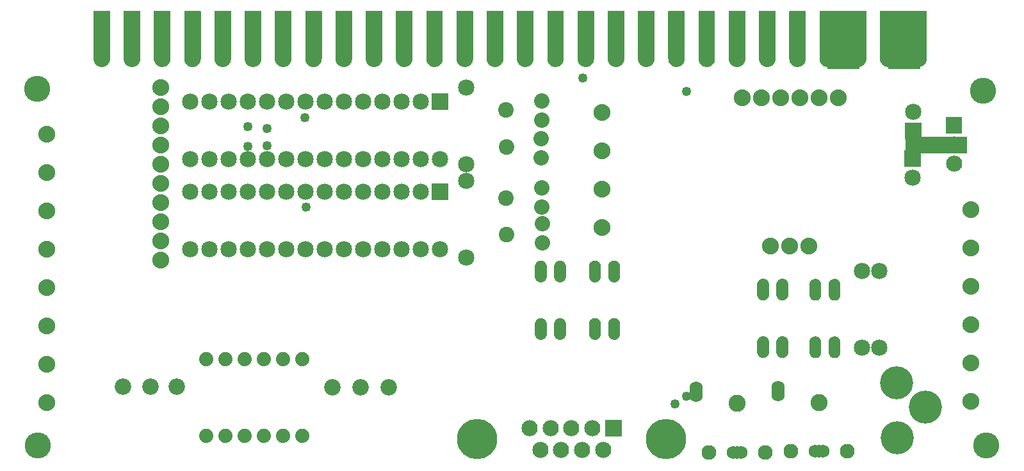
<source format=gbs>
G04 MADE WITH FRITZING*
G04 WWW.FRITZING.ORG*
G04 DOUBLE SIDED*
G04 HOLES PLATED*
G04 CONTOUR ON CENTER OF CONTOUR VECTOR*
%ASAXBY*%
%FSLAX23Y23*%
%MOIN*%
%OFA0B0*%
%SFA1.0B1.0*%
%ADD10C,0.062000*%
%ADD11C,0.085000*%
%ADD12C,0.135984*%
%ADD13C,0.049370*%
%ADD14C,0.088000*%
%ADD15C,0.084000*%
%ADD16C,0.210000*%
%ADD17C,0.080000*%
%ADD18C,0.074000*%
%ADD19C,0.085433*%
%ADD20C,0.172000*%
%ADD21C,0.080925*%
%ADD22C,0.080866*%
%ADD23C,0.069065*%
%ADD24C,0.076917*%
%ADD25C,0.076944*%
%ADD26C,0.088750*%
%ADD27R,0.324961X0.088740*%
%ADD28R,0.085000X0.085000*%
%ADD29R,0.001000X0.001000*%
%LNMASK0*%
G90*
G70*
G54D10*
X3003Y704D03*
X3103Y704D03*
X3103Y1004D03*
X3003Y1004D03*
X2721Y704D03*
X2821Y704D03*
X2821Y1004D03*
X2721Y1004D03*
G54D11*
X4482Y607D03*
X4482Y1007D03*
X4392Y607D03*
X4392Y1007D03*
G54D10*
X3878Y610D03*
X3978Y610D03*
X3978Y910D03*
X3878Y910D03*
X4150Y609D03*
X4250Y609D03*
X4250Y909D03*
X4150Y909D03*
G54D12*
X2389Y129D03*
X3374Y133D03*
G54D13*
X3478Y1944D03*
X3478Y354D03*
X1494Y1807D03*
G54D14*
X148Y1721D03*
X148Y1521D03*
X148Y1321D03*
X148Y1121D03*
X148Y921D03*
X148Y721D03*
X148Y521D03*
X148Y321D03*
G54D13*
X1297Y1661D03*
X1195Y1657D03*
X1297Y1751D03*
X1195Y1760D03*
X1498Y1342D03*
G54D14*
X4270Y1910D03*
X4170Y1910D03*
X4070Y1910D03*
X3970Y1910D03*
X3870Y1910D03*
X3770Y1910D03*
X4116Y1138D03*
X4016Y1138D03*
X3916Y1138D03*
G54D15*
X3100Y187D03*
X2991Y187D03*
X2881Y187D03*
X2772Y187D03*
X2663Y187D03*
X3045Y75D03*
X2936Y75D03*
X2827Y75D03*
X2718Y75D03*
G54D16*
X3374Y131D03*
X2389Y131D03*
G54D12*
X5022Y1948D03*
X101Y1956D03*
X104Y98D03*
X5041Y98D03*
G54D13*
X2939Y2015D03*
X3419Y314D03*
G54D17*
X2730Y1155D03*
X2730Y1255D03*
X2727Y1340D03*
X2727Y1440D03*
X2723Y1596D03*
X2723Y1696D03*
X2727Y1793D03*
X2727Y1893D03*
G54D14*
X4959Y1329D03*
X4959Y1129D03*
X4959Y929D03*
X4959Y729D03*
X4959Y529D03*
X4959Y329D03*
X3038Y1833D03*
X3038Y1633D03*
X3038Y1433D03*
X3038Y1233D03*
G54D11*
X4660Y1738D03*
X4660Y1838D03*
X4656Y1594D03*
X4656Y1494D03*
G54D18*
X1380Y147D03*
X1280Y147D03*
X1180Y147D03*
X1080Y147D03*
X980Y147D03*
X980Y547D03*
X1080Y547D03*
X1180Y547D03*
X1280Y547D03*
X1380Y547D03*
X1480Y547D03*
X1480Y147D03*
G54D19*
X827Y405D03*
X1931Y401D03*
X691Y405D03*
X1782Y401D03*
X545Y405D03*
X1636Y401D03*
G54D15*
X4872Y1767D03*
X4872Y1667D03*
X4872Y1567D03*
G54D20*
X4574Y424D03*
X4575Y136D03*
X4723Y299D03*
G54D11*
X2196Y1422D03*
X2196Y1122D03*
X2096Y1422D03*
X2096Y1122D03*
X1996Y1422D03*
X1996Y1122D03*
X1896Y1422D03*
X1896Y1122D03*
X1796Y1422D03*
X1796Y1122D03*
X1696Y1422D03*
X1696Y1122D03*
X1596Y1422D03*
X1596Y1122D03*
X1496Y1422D03*
X1496Y1122D03*
X1396Y1422D03*
X1396Y1122D03*
X1296Y1422D03*
X1296Y1122D03*
X1196Y1422D03*
X1196Y1122D03*
X1096Y1422D03*
X1096Y1122D03*
X996Y1422D03*
X996Y1122D03*
X896Y1422D03*
X896Y1122D03*
X2197Y1890D03*
X2197Y1590D03*
X2097Y1890D03*
X2097Y1590D03*
X1997Y1890D03*
X1997Y1590D03*
X1897Y1890D03*
X1897Y1590D03*
X1797Y1890D03*
X1797Y1590D03*
X1697Y1890D03*
X1697Y1590D03*
X1597Y1890D03*
X1597Y1590D03*
X1497Y1890D03*
X1497Y1590D03*
X1397Y1890D03*
X1397Y1590D03*
X1297Y1890D03*
X1297Y1590D03*
X1197Y1890D03*
X1197Y1590D03*
X1097Y1890D03*
X1097Y1590D03*
X997Y1890D03*
X997Y1590D03*
X897Y1890D03*
X897Y1590D03*
G54D21*
X2541Y1389D03*
G54D22*
X2542Y1196D03*
G54D21*
X2541Y1846D03*
G54D22*
X2542Y1653D03*
G54D11*
X2333Y1076D03*
X2333Y1476D03*
X2333Y1564D03*
X2333Y1964D03*
G54D14*
X742Y1064D03*
X742Y1164D03*
X742Y1264D03*
X742Y1364D03*
X742Y1464D03*
X742Y1564D03*
X742Y1664D03*
X742Y1764D03*
X742Y1864D03*
X742Y1964D03*
G54D23*
X3955Y401D03*
X3955Y362D03*
X3955Y381D03*
X4188Y67D03*
X4149Y67D03*
X4168Y67D03*
G54D24*
X4317Y67D03*
G54D25*
X4022Y67D03*
G54D26*
X4169Y322D03*
G54D23*
X3529Y396D03*
X3529Y357D03*
X3529Y376D03*
X3762Y61D03*
X3723Y61D03*
X3742Y61D03*
G54D24*
X3891Y61D03*
G54D25*
X3596Y61D03*
G54D26*
X3743Y317D03*
G54D27*
X4778Y1665D03*
G54D28*
X4660Y1738D03*
X4656Y1594D03*
X2196Y1422D03*
X2197Y1890D03*
G54D29*
X393Y2362D02*
X478Y2362D01*
X551Y2362D02*
X635Y2362D01*
X708Y2362D02*
X793Y2362D01*
X866Y2362D02*
X950Y2362D01*
X1023Y2362D02*
X1108Y2362D01*
X1181Y2362D02*
X1265Y2362D01*
X1338Y2362D02*
X1423Y2362D01*
X1495Y2362D02*
X1580Y2362D01*
X1653Y2362D02*
X1738Y2362D01*
X1810Y2362D02*
X1895Y2362D01*
X1968Y2362D02*
X2053Y2362D01*
X2125Y2362D02*
X2210Y2362D01*
X2283Y2362D02*
X2367Y2362D01*
X2440Y2362D02*
X2525Y2362D01*
X2598Y2362D02*
X2682Y2362D01*
X2755Y2362D02*
X2840Y2362D01*
X2913Y2362D02*
X2997Y2362D01*
X3070Y2362D02*
X3155Y2362D01*
X3227Y2362D02*
X3312Y2362D01*
X3385Y2362D02*
X3470Y2362D01*
X3542Y2362D02*
X3627Y2362D01*
X3700Y2362D02*
X3785Y2362D01*
X3857Y2362D02*
X3942Y2362D01*
X4015Y2362D02*
X4099Y2362D01*
X4172Y2362D02*
X4414Y2362D01*
X4487Y2362D02*
X4729Y2362D01*
X393Y2361D02*
X478Y2361D01*
X550Y2361D02*
X636Y2361D01*
X708Y2361D02*
X793Y2361D01*
X865Y2361D02*
X951Y2361D01*
X1023Y2361D02*
X1108Y2361D01*
X1180Y2361D02*
X1266Y2361D01*
X1338Y2361D02*
X1423Y2361D01*
X1495Y2361D02*
X1581Y2361D01*
X1652Y2361D02*
X1738Y2361D01*
X1810Y2361D02*
X1895Y2361D01*
X1967Y2361D02*
X2053Y2361D01*
X2125Y2361D02*
X2210Y2361D01*
X2282Y2361D02*
X2368Y2361D01*
X2440Y2361D02*
X2525Y2361D01*
X2597Y2361D02*
X2683Y2361D01*
X2755Y2361D02*
X2840Y2361D01*
X2912Y2361D02*
X2998Y2361D01*
X3070Y2361D02*
X3155Y2361D01*
X3227Y2361D02*
X3313Y2361D01*
X3384Y2361D02*
X3470Y2361D01*
X3542Y2361D02*
X3627Y2361D01*
X3699Y2361D02*
X3785Y2361D01*
X3857Y2361D02*
X3942Y2361D01*
X4014Y2361D02*
X4100Y2361D01*
X4172Y2361D02*
X4415Y2361D01*
X4487Y2361D02*
X4730Y2361D01*
X393Y2360D02*
X478Y2360D01*
X550Y2360D02*
X636Y2360D01*
X708Y2360D02*
X793Y2360D01*
X865Y2360D02*
X951Y2360D01*
X1023Y2360D02*
X1108Y2360D01*
X1180Y2360D02*
X1266Y2360D01*
X1338Y2360D02*
X1423Y2360D01*
X1495Y2360D02*
X1581Y2360D01*
X1652Y2360D02*
X1738Y2360D01*
X1810Y2360D02*
X1895Y2360D01*
X1967Y2360D02*
X2053Y2360D01*
X2125Y2360D02*
X2210Y2360D01*
X2282Y2360D02*
X2368Y2360D01*
X2440Y2360D02*
X2525Y2360D01*
X2597Y2360D02*
X2683Y2360D01*
X2755Y2360D02*
X2840Y2360D01*
X2912Y2360D02*
X2998Y2360D01*
X3070Y2360D02*
X3155Y2360D01*
X3227Y2360D02*
X3313Y2360D01*
X3384Y2360D02*
X3470Y2360D01*
X3542Y2360D02*
X3627Y2360D01*
X3699Y2360D02*
X3785Y2360D01*
X3857Y2360D02*
X3942Y2360D01*
X4014Y2360D02*
X4100Y2360D01*
X4172Y2360D02*
X4415Y2360D01*
X4487Y2360D02*
X4730Y2360D01*
X393Y2359D02*
X478Y2359D01*
X550Y2359D02*
X636Y2359D01*
X708Y2359D02*
X793Y2359D01*
X865Y2359D02*
X951Y2359D01*
X1023Y2359D02*
X1108Y2359D01*
X1180Y2359D02*
X1266Y2359D01*
X1338Y2359D02*
X1423Y2359D01*
X1495Y2359D02*
X1581Y2359D01*
X1652Y2359D02*
X1738Y2359D01*
X1810Y2359D02*
X1895Y2359D01*
X1967Y2359D02*
X2053Y2359D01*
X2125Y2359D02*
X2210Y2359D01*
X2282Y2359D02*
X2368Y2359D01*
X2440Y2359D02*
X2525Y2359D01*
X2597Y2359D02*
X2683Y2359D01*
X2755Y2359D02*
X2840Y2359D01*
X2912Y2359D02*
X2998Y2359D01*
X3070Y2359D02*
X3155Y2359D01*
X3227Y2359D02*
X3313Y2359D01*
X3384Y2359D02*
X3470Y2359D01*
X3542Y2359D02*
X3627Y2359D01*
X3699Y2359D02*
X3785Y2359D01*
X3857Y2359D02*
X3942Y2359D01*
X4014Y2359D02*
X4100Y2359D01*
X4172Y2359D02*
X4415Y2359D01*
X4487Y2359D02*
X4730Y2359D01*
X393Y2358D02*
X478Y2358D01*
X550Y2358D02*
X636Y2358D01*
X708Y2358D02*
X793Y2358D01*
X865Y2358D02*
X951Y2358D01*
X1023Y2358D02*
X1108Y2358D01*
X1180Y2358D02*
X1266Y2358D01*
X1338Y2358D02*
X1423Y2358D01*
X1495Y2358D02*
X1581Y2358D01*
X1652Y2358D02*
X1738Y2358D01*
X1810Y2358D02*
X1895Y2358D01*
X1967Y2358D02*
X2053Y2358D01*
X2125Y2358D02*
X2210Y2358D01*
X2282Y2358D02*
X2368Y2358D01*
X2440Y2358D02*
X2525Y2358D01*
X2597Y2358D02*
X2683Y2358D01*
X2755Y2358D02*
X2840Y2358D01*
X2912Y2358D02*
X2998Y2358D01*
X3070Y2358D02*
X3155Y2358D01*
X3227Y2358D02*
X3313Y2358D01*
X3384Y2358D02*
X3470Y2358D01*
X3542Y2358D02*
X3627Y2358D01*
X3699Y2358D02*
X3785Y2358D01*
X3857Y2358D02*
X3942Y2358D01*
X4014Y2358D02*
X4100Y2358D01*
X4172Y2358D02*
X4415Y2358D01*
X4487Y2358D02*
X4730Y2358D01*
X393Y2357D02*
X478Y2357D01*
X550Y2357D02*
X636Y2357D01*
X708Y2357D02*
X793Y2357D01*
X865Y2357D02*
X951Y2357D01*
X1023Y2357D02*
X1108Y2357D01*
X1180Y2357D02*
X1266Y2357D01*
X1338Y2357D02*
X1423Y2357D01*
X1495Y2357D02*
X1581Y2357D01*
X1652Y2357D02*
X1738Y2357D01*
X1810Y2357D02*
X1895Y2357D01*
X1967Y2357D02*
X2053Y2357D01*
X2125Y2357D02*
X2210Y2357D01*
X2282Y2357D02*
X2368Y2357D01*
X2440Y2357D02*
X2525Y2357D01*
X2597Y2357D02*
X2683Y2357D01*
X2755Y2357D02*
X2840Y2357D01*
X2912Y2357D02*
X2998Y2357D01*
X3070Y2357D02*
X3155Y2357D01*
X3227Y2357D02*
X3313Y2357D01*
X3384Y2357D02*
X3470Y2357D01*
X3542Y2357D02*
X3627Y2357D01*
X3699Y2357D02*
X3785Y2357D01*
X3857Y2357D02*
X3942Y2357D01*
X4014Y2357D02*
X4100Y2357D01*
X4172Y2357D02*
X4415Y2357D01*
X4487Y2357D02*
X4730Y2357D01*
X393Y2356D02*
X478Y2356D01*
X550Y2356D02*
X636Y2356D01*
X708Y2356D02*
X793Y2356D01*
X865Y2356D02*
X951Y2356D01*
X1023Y2356D02*
X1108Y2356D01*
X1180Y2356D02*
X1266Y2356D01*
X1338Y2356D02*
X1423Y2356D01*
X1495Y2356D02*
X1581Y2356D01*
X1652Y2356D02*
X1738Y2356D01*
X1810Y2356D02*
X1895Y2356D01*
X1967Y2356D02*
X2053Y2356D01*
X2125Y2356D02*
X2210Y2356D01*
X2282Y2356D02*
X2368Y2356D01*
X2440Y2356D02*
X2525Y2356D01*
X2597Y2356D02*
X2683Y2356D01*
X2755Y2356D02*
X2840Y2356D01*
X2912Y2356D02*
X2998Y2356D01*
X3070Y2356D02*
X3155Y2356D01*
X3227Y2356D02*
X3313Y2356D01*
X3384Y2356D02*
X3470Y2356D01*
X3542Y2356D02*
X3627Y2356D01*
X3699Y2356D02*
X3785Y2356D01*
X3857Y2356D02*
X3942Y2356D01*
X4014Y2356D02*
X4100Y2356D01*
X4172Y2356D02*
X4415Y2356D01*
X4487Y2356D02*
X4730Y2356D01*
X393Y2355D02*
X478Y2355D01*
X550Y2355D02*
X636Y2355D01*
X708Y2355D02*
X793Y2355D01*
X865Y2355D02*
X951Y2355D01*
X1023Y2355D02*
X1108Y2355D01*
X1180Y2355D02*
X1266Y2355D01*
X1338Y2355D02*
X1423Y2355D01*
X1495Y2355D02*
X1581Y2355D01*
X1652Y2355D02*
X1738Y2355D01*
X1810Y2355D02*
X1895Y2355D01*
X1967Y2355D02*
X2053Y2355D01*
X2125Y2355D02*
X2210Y2355D01*
X2282Y2355D02*
X2368Y2355D01*
X2440Y2355D02*
X2525Y2355D01*
X2597Y2355D02*
X2683Y2355D01*
X2755Y2355D02*
X2840Y2355D01*
X2912Y2355D02*
X2998Y2355D01*
X3070Y2355D02*
X3155Y2355D01*
X3227Y2355D02*
X3313Y2355D01*
X3384Y2355D02*
X3470Y2355D01*
X3542Y2355D02*
X3627Y2355D01*
X3699Y2355D02*
X3785Y2355D01*
X3857Y2355D02*
X3942Y2355D01*
X4014Y2355D02*
X4100Y2355D01*
X4172Y2355D02*
X4415Y2355D01*
X4487Y2355D02*
X4730Y2355D01*
X393Y2354D02*
X478Y2354D01*
X550Y2354D02*
X636Y2354D01*
X708Y2354D02*
X793Y2354D01*
X865Y2354D02*
X951Y2354D01*
X1023Y2354D02*
X1108Y2354D01*
X1180Y2354D02*
X1266Y2354D01*
X1338Y2354D02*
X1423Y2354D01*
X1495Y2354D02*
X1581Y2354D01*
X1652Y2354D02*
X1738Y2354D01*
X1810Y2354D02*
X1895Y2354D01*
X1967Y2354D02*
X2053Y2354D01*
X2125Y2354D02*
X2210Y2354D01*
X2282Y2354D02*
X2368Y2354D01*
X2440Y2354D02*
X2525Y2354D01*
X2597Y2354D02*
X2683Y2354D01*
X2755Y2354D02*
X2840Y2354D01*
X2912Y2354D02*
X2998Y2354D01*
X3070Y2354D02*
X3155Y2354D01*
X3227Y2354D02*
X3313Y2354D01*
X3384Y2354D02*
X3470Y2354D01*
X3542Y2354D02*
X3627Y2354D01*
X3699Y2354D02*
X3785Y2354D01*
X3857Y2354D02*
X3942Y2354D01*
X4014Y2354D02*
X4100Y2354D01*
X4172Y2354D02*
X4415Y2354D01*
X4487Y2354D02*
X4730Y2354D01*
X393Y2353D02*
X478Y2353D01*
X550Y2353D02*
X636Y2353D01*
X708Y2353D02*
X793Y2353D01*
X865Y2353D02*
X951Y2353D01*
X1023Y2353D02*
X1108Y2353D01*
X1180Y2353D02*
X1266Y2353D01*
X1338Y2353D02*
X1423Y2353D01*
X1495Y2353D02*
X1581Y2353D01*
X1652Y2353D02*
X1738Y2353D01*
X1810Y2353D02*
X1895Y2353D01*
X1967Y2353D02*
X2053Y2353D01*
X2125Y2353D02*
X2210Y2353D01*
X2282Y2353D02*
X2368Y2353D01*
X2440Y2353D02*
X2525Y2353D01*
X2597Y2353D02*
X2683Y2353D01*
X2755Y2353D02*
X2840Y2353D01*
X2912Y2353D02*
X2998Y2353D01*
X3070Y2353D02*
X3155Y2353D01*
X3227Y2353D02*
X3313Y2353D01*
X3384Y2353D02*
X3470Y2353D01*
X3542Y2353D02*
X3627Y2353D01*
X3699Y2353D02*
X3785Y2353D01*
X3857Y2353D02*
X3942Y2353D01*
X4014Y2353D02*
X4100Y2353D01*
X4172Y2353D02*
X4415Y2353D01*
X4487Y2353D02*
X4730Y2353D01*
X393Y2352D02*
X478Y2352D01*
X550Y2352D02*
X636Y2352D01*
X708Y2352D02*
X793Y2352D01*
X865Y2352D02*
X951Y2352D01*
X1023Y2352D02*
X1108Y2352D01*
X1180Y2352D02*
X1266Y2352D01*
X1338Y2352D02*
X1423Y2352D01*
X1495Y2352D02*
X1581Y2352D01*
X1652Y2352D02*
X1738Y2352D01*
X1810Y2352D02*
X1895Y2352D01*
X1967Y2352D02*
X2053Y2352D01*
X2125Y2352D02*
X2210Y2352D01*
X2282Y2352D02*
X2368Y2352D01*
X2440Y2352D02*
X2525Y2352D01*
X2597Y2352D02*
X2683Y2352D01*
X2755Y2352D02*
X2840Y2352D01*
X2912Y2352D02*
X2998Y2352D01*
X3070Y2352D02*
X3155Y2352D01*
X3227Y2352D02*
X3313Y2352D01*
X3384Y2352D02*
X3470Y2352D01*
X3542Y2352D02*
X3627Y2352D01*
X3699Y2352D02*
X3785Y2352D01*
X3857Y2352D02*
X3942Y2352D01*
X4014Y2352D02*
X4100Y2352D01*
X4172Y2352D02*
X4415Y2352D01*
X4487Y2352D02*
X4730Y2352D01*
X393Y2351D02*
X478Y2351D01*
X550Y2351D02*
X636Y2351D01*
X708Y2351D02*
X793Y2351D01*
X865Y2351D02*
X951Y2351D01*
X1023Y2351D02*
X1108Y2351D01*
X1180Y2351D02*
X1266Y2351D01*
X1338Y2351D02*
X1423Y2351D01*
X1495Y2351D02*
X1581Y2351D01*
X1652Y2351D02*
X1738Y2351D01*
X1810Y2351D02*
X1895Y2351D01*
X1967Y2351D02*
X2053Y2351D01*
X2125Y2351D02*
X2210Y2351D01*
X2282Y2351D02*
X2368Y2351D01*
X2440Y2351D02*
X2525Y2351D01*
X2597Y2351D02*
X2683Y2351D01*
X2755Y2351D02*
X2840Y2351D01*
X2912Y2351D02*
X2998Y2351D01*
X3070Y2351D02*
X3155Y2351D01*
X3227Y2351D02*
X3313Y2351D01*
X3384Y2351D02*
X3470Y2351D01*
X3542Y2351D02*
X3627Y2351D01*
X3699Y2351D02*
X3785Y2351D01*
X3857Y2351D02*
X3942Y2351D01*
X4014Y2351D02*
X4100Y2351D01*
X4172Y2351D02*
X4415Y2351D01*
X4487Y2351D02*
X4730Y2351D01*
X393Y2350D02*
X478Y2350D01*
X550Y2350D02*
X636Y2350D01*
X708Y2350D02*
X793Y2350D01*
X865Y2350D02*
X951Y2350D01*
X1023Y2350D02*
X1108Y2350D01*
X1180Y2350D02*
X1266Y2350D01*
X1338Y2350D02*
X1423Y2350D01*
X1495Y2350D02*
X1581Y2350D01*
X1652Y2350D02*
X1738Y2350D01*
X1810Y2350D02*
X1895Y2350D01*
X1967Y2350D02*
X2053Y2350D01*
X2125Y2350D02*
X2210Y2350D01*
X2282Y2350D02*
X2368Y2350D01*
X2440Y2350D02*
X2525Y2350D01*
X2597Y2350D02*
X2683Y2350D01*
X2755Y2350D02*
X2840Y2350D01*
X2912Y2350D02*
X2998Y2350D01*
X3070Y2350D02*
X3155Y2350D01*
X3227Y2350D02*
X3313Y2350D01*
X3384Y2350D02*
X3470Y2350D01*
X3542Y2350D02*
X3627Y2350D01*
X3699Y2350D02*
X3785Y2350D01*
X3857Y2350D02*
X3942Y2350D01*
X4014Y2350D02*
X4100Y2350D01*
X4172Y2350D02*
X4415Y2350D01*
X4487Y2350D02*
X4730Y2350D01*
X393Y2349D02*
X478Y2349D01*
X550Y2349D02*
X636Y2349D01*
X708Y2349D02*
X793Y2349D01*
X865Y2349D02*
X951Y2349D01*
X1023Y2349D02*
X1108Y2349D01*
X1180Y2349D02*
X1266Y2349D01*
X1338Y2349D02*
X1423Y2349D01*
X1495Y2349D02*
X1581Y2349D01*
X1652Y2349D02*
X1738Y2349D01*
X1810Y2349D02*
X1895Y2349D01*
X1967Y2349D02*
X2053Y2349D01*
X2125Y2349D02*
X2210Y2349D01*
X2282Y2349D02*
X2368Y2349D01*
X2440Y2349D02*
X2525Y2349D01*
X2597Y2349D02*
X2683Y2349D01*
X2755Y2349D02*
X2840Y2349D01*
X2912Y2349D02*
X2998Y2349D01*
X3070Y2349D02*
X3155Y2349D01*
X3227Y2349D02*
X3313Y2349D01*
X3384Y2349D02*
X3470Y2349D01*
X3542Y2349D02*
X3627Y2349D01*
X3699Y2349D02*
X3785Y2349D01*
X3857Y2349D02*
X3942Y2349D01*
X4014Y2349D02*
X4100Y2349D01*
X4172Y2349D02*
X4415Y2349D01*
X4487Y2349D02*
X4730Y2349D01*
X393Y2348D02*
X478Y2348D01*
X550Y2348D02*
X636Y2348D01*
X708Y2348D02*
X793Y2348D01*
X865Y2348D02*
X951Y2348D01*
X1023Y2348D02*
X1108Y2348D01*
X1180Y2348D02*
X1266Y2348D01*
X1338Y2348D02*
X1423Y2348D01*
X1495Y2348D02*
X1581Y2348D01*
X1652Y2348D02*
X1738Y2348D01*
X1810Y2348D02*
X1895Y2348D01*
X1967Y2348D02*
X2053Y2348D01*
X2125Y2348D02*
X2210Y2348D01*
X2282Y2348D02*
X2368Y2348D01*
X2440Y2348D02*
X2525Y2348D01*
X2597Y2348D02*
X2683Y2348D01*
X2755Y2348D02*
X2840Y2348D01*
X2912Y2348D02*
X2998Y2348D01*
X3070Y2348D02*
X3155Y2348D01*
X3227Y2348D02*
X3313Y2348D01*
X3384Y2348D02*
X3470Y2348D01*
X3542Y2348D02*
X3627Y2348D01*
X3699Y2348D02*
X3785Y2348D01*
X3857Y2348D02*
X3942Y2348D01*
X4014Y2348D02*
X4100Y2348D01*
X4172Y2348D02*
X4415Y2348D01*
X4487Y2348D02*
X4730Y2348D01*
X393Y2347D02*
X478Y2347D01*
X550Y2347D02*
X636Y2347D01*
X708Y2347D02*
X793Y2347D01*
X865Y2347D02*
X951Y2347D01*
X1023Y2347D02*
X1108Y2347D01*
X1180Y2347D02*
X1266Y2347D01*
X1338Y2347D02*
X1423Y2347D01*
X1495Y2347D02*
X1581Y2347D01*
X1652Y2347D02*
X1738Y2347D01*
X1810Y2347D02*
X1895Y2347D01*
X1967Y2347D02*
X2053Y2347D01*
X2125Y2347D02*
X2210Y2347D01*
X2282Y2347D02*
X2368Y2347D01*
X2440Y2347D02*
X2525Y2347D01*
X2597Y2347D02*
X2683Y2347D01*
X2755Y2347D02*
X2840Y2347D01*
X2912Y2347D02*
X2998Y2347D01*
X3070Y2347D02*
X3155Y2347D01*
X3227Y2347D02*
X3313Y2347D01*
X3384Y2347D02*
X3470Y2347D01*
X3542Y2347D02*
X3627Y2347D01*
X3699Y2347D02*
X3785Y2347D01*
X3857Y2347D02*
X3942Y2347D01*
X4014Y2347D02*
X4100Y2347D01*
X4172Y2347D02*
X4415Y2347D01*
X4487Y2347D02*
X4730Y2347D01*
X393Y2346D02*
X478Y2346D01*
X550Y2346D02*
X636Y2346D01*
X708Y2346D02*
X793Y2346D01*
X865Y2346D02*
X951Y2346D01*
X1023Y2346D02*
X1108Y2346D01*
X1180Y2346D02*
X1266Y2346D01*
X1338Y2346D02*
X1423Y2346D01*
X1495Y2346D02*
X1581Y2346D01*
X1652Y2346D02*
X1738Y2346D01*
X1810Y2346D02*
X1895Y2346D01*
X1967Y2346D02*
X2053Y2346D01*
X2125Y2346D02*
X2210Y2346D01*
X2282Y2346D02*
X2368Y2346D01*
X2440Y2346D02*
X2525Y2346D01*
X2597Y2346D02*
X2683Y2346D01*
X2755Y2346D02*
X2840Y2346D01*
X2912Y2346D02*
X2998Y2346D01*
X3070Y2346D02*
X3155Y2346D01*
X3227Y2346D02*
X3313Y2346D01*
X3384Y2346D02*
X3470Y2346D01*
X3542Y2346D02*
X3627Y2346D01*
X3699Y2346D02*
X3785Y2346D01*
X3857Y2346D02*
X3942Y2346D01*
X4014Y2346D02*
X4100Y2346D01*
X4172Y2346D02*
X4415Y2346D01*
X4487Y2346D02*
X4730Y2346D01*
X393Y2345D02*
X478Y2345D01*
X550Y2345D02*
X636Y2345D01*
X708Y2345D02*
X793Y2345D01*
X865Y2345D02*
X951Y2345D01*
X1023Y2345D02*
X1108Y2345D01*
X1180Y2345D02*
X1266Y2345D01*
X1338Y2345D02*
X1423Y2345D01*
X1495Y2345D02*
X1581Y2345D01*
X1652Y2345D02*
X1738Y2345D01*
X1810Y2345D02*
X1895Y2345D01*
X1967Y2345D02*
X2053Y2345D01*
X2125Y2345D02*
X2210Y2345D01*
X2282Y2345D02*
X2368Y2345D01*
X2440Y2345D02*
X2525Y2345D01*
X2597Y2345D02*
X2683Y2345D01*
X2755Y2345D02*
X2840Y2345D01*
X2912Y2345D02*
X2998Y2345D01*
X3070Y2345D02*
X3155Y2345D01*
X3227Y2345D02*
X3313Y2345D01*
X3384Y2345D02*
X3470Y2345D01*
X3542Y2345D02*
X3627Y2345D01*
X3699Y2345D02*
X3785Y2345D01*
X3857Y2345D02*
X3942Y2345D01*
X4014Y2345D02*
X4100Y2345D01*
X4172Y2345D02*
X4415Y2345D01*
X4487Y2345D02*
X4730Y2345D01*
X393Y2344D02*
X478Y2344D01*
X550Y2344D02*
X636Y2344D01*
X708Y2344D02*
X793Y2344D01*
X865Y2344D02*
X951Y2344D01*
X1023Y2344D02*
X1108Y2344D01*
X1180Y2344D02*
X1266Y2344D01*
X1338Y2344D02*
X1423Y2344D01*
X1495Y2344D02*
X1581Y2344D01*
X1652Y2344D02*
X1738Y2344D01*
X1810Y2344D02*
X1895Y2344D01*
X1967Y2344D02*
X2053Y2344D01*
X2125Y2344D02*
X2210Y2344D01*
X2282Y2344D02*
X2368Y2344D01*
X2440Y2344D02*
X2525Y2344D01*
X2597Y2344D02*
X2683Y2344D01*
X2755Y2344D02*
X2840Y2344D01*
X2912Y2344D02*
X2998Y2344D01*
X3070Y2344D02*
X3155Y2344D01*
X3227Y2344D02*
X3313Y2344D01*
X3384Y2344D02*
X3470Y2344D01*
X3542Y2344D02*
X3627Y2344D01*
X3699Y2344D02*
X3785Y2344D01*
X3857Y2344D02*
X3942Y2344D01*
X4014Y2344D02*
X4100Y2344D01*
X4172Y2344D02*
X4415Y2344D01*
X4487Y2344D02*
X4730Y2344D01*
X393Y2343D02*
X478Y2343D01*
X550Y2343D02*
X636Y2343D01*
X708Y2343D02*
X793Y2343D01*
X865Y2343D02*
X951Y2343D01*
X1023Y2343D02*
X1108Y2343D01*
X1180Y2343D02*
X1266Y2343D01*
X1338Y2343D02*
X1423Y2343D01*
X1495Y2343D02*
X1581Y2343D01*
X1652Y2343D02*
X1738Y2343D01*
X1810Y2343D02*
X1895Y2343D01*
X1967Y2343D02*
X2053Y2343D01*
X2125Y2343D02*
X2210Y2343D01*
X2282Y2343D02*
X2368Y2343D01*
X2440Y2343D02*
X2525Y2343D01*
X2597Y2343D02*
X2683Y2343D01*
X2755Y2343D02*
X2840Y2343D01*
X2912Y2343D02*
X2998Y2343D01*
X3070Y2343D02*
X3155Y2343D01*
X3227Y2343D02*
X3313Y2343D01*
X3384Y2343D02*
X3470Y2343D01*
X3542Y2343D02*
X3627Y2343D01*
X3699Y2343D02*
X3785Y2343D01*
X3857Y2343D02*
X3942Y2343D01*
X4014Y2343D02*
X4100Y2343D01*
X4172Y2343D02*
X4415Y2343D01*
X4487Y2343D02*
X4730Y2343D01*
X393Y2342D02*
X478Y2342D01*
X550Y2342D02*
X636Y2342D01*
X708Y2342D02*
X793Y2342D01*
X865Y2342D02*
X951Y2342D01*
X1023Y2342D02*
X1108Y2342D01*
X1180Y2342D02*
X1266Y2342D01*
X1338Y2342D02*
X1423Y2342D01*
X1495Y2342D02*
X1581Y2342D01*
X1652Y2342D02*
X1738Y2342D01*
X1810Y2342D02*
X1895Y2342D01*
X1967Y2342D02*
X2053Y2342D01*
X2125Y2342D02*
X2210Y2342D01*
X2282Y2342D02*
X2368Y2342D01*
X2440Y2342D02*
X2525Y2342D01*
X2597Y2342D02*
X2683Y2342D01*
X2755Y2342D02*
X2840Y2342D01*
X2912Y2342D02*
X2998Y2342D01*
X3070Y2342D02*
X3155Y2342D01*
X3227Y2342D02*
X3313Y2342D01*
X3384Y2342D02*
X3470Y2342D01*
X3542Y2342D02*
X3627Y2342D01*
X3699Y2342D02*
X3785Y2342D01*
X3857Y2342D02*
X3942Y2342D01*
X4014Y2342D02*
X4100Y2342D01*
X4172Y2342D02*
X4415Y2342D01*
X4487Y2342D02*
X4730Y2342D01*
X393Y2341D02*
X478Y2341D01*
X550Y2341D02*
X636Y2341D01*
X708Y2341D02*
X793Y2341D01*
X865Y2341D02*
X951Y2341D01*
X1023Y2341D02*
X1108Y2341D01*
X1180Y2341D02*
X1266Y2341D01*
X1338Y2341D02*
X1423Y2341D01*
X1495Y2341D02*
X1581Y2341D01*
X1652Y2341D02*
X1738Y2341D01*
X1810Y2341D02*
X1895Y2341D01*
X1967Y2341D02*
X2053Y2341D01*
X2125Y2341D02*
X2210Y2341D01*
X2282Y2341D02*
X2368Y2341D01*
X2440Y2341D02*
X2525Y2341D01*
X2597Y2341D02*
X2683Y2341D01*
X2755Y2341D02*
X2840Y2341D01*
X2912Y2341D02*
X2998Y2341D01*
X3070Y2341D02*
X3155Y2341D01*
X3227Y2341D02*
X3313Y2341D01*
X3384Y2341D02*
X3470Y2341D01*
X3542Y2341D02*
X3627Y2341D01*
X3699Y2341D02*
X3785Y2341D01*
X3857Y2341D02*
X3942Y2341D01*
X4014Y2341D02*
X4100Y2341D01*
X4172Y2341D02*
X4415Y2341D01*
X4487Y2341D02*
X4730Y2341D01*
X393Y2340D02*
X478Y2340D01*
X550Y2340D02*
X636Y2340D01*
X708Y2340D02*
X793Y2340D01*
X865Y2340D02*
X951Y2340D01*
X1023Y2340D02*
X1108Y2340D01*
X1180Y2340D02*
X1266Y2340D01*
X1338Y2340D02*
X1423Y2340D01*
X1495Y2340D02*
X1581Y2340D01*
X1652Y2340D02*
X1738Y2340D01*
X1810Y2340D02*
X1895Y2340D01*
X1967Y2340D02*
X2053Y2340D01*
X2125Y2340D02*
X2210Y2340D01*
X2282Y2340D02*
X2368Y2340D01*
X2440Y2340D02*
X2525Y2340D01*
X2597Y2340D02*
X2683Y2340D01*
X2755Y2340D02*
X2840Y2340D01*
X2912Y2340D02*
X2998Y2340D01*
X3070Y2340D02*
X3155Y2340D01*
X3227Y2340D02*
X3313Y2340D01*
X3384Y2340D02*
X3470Y2340D01*
X3542Y2340D02*
X3627Y2340D01*
X3699Y2340D02*
X3785Y2340D01*
X3857Y2340D02*
X3942Y2340D01*
X4014Y2340D02*
X4100Y2340D01*
X4172Y2340D02*
X4415Y2340D01*
X4487Y2340D02*
X4730Y2340D01*
X393Y2339D02*
X478Y2339D01*
X550Y2339D02*
X636Y2339D01*
X708Y2339D02*
X793Y2339D01*
X865Y2339D02*
X951Y2339D01*
X1023Y2339D02*
X1108Y2339D01*
X1180Y2339D02*
X1266Y2339D01*
X1338Y2339D02*
X1423Y2339D01*
X1495Y2339D02*
X1581Y2339D01*
X1652Y2339D02*
X1738Y2339D01*
X1810Y2339D02*
X1895Y2339D01*
X1967Y2339D02*
X2053Y2339D01*
X2125Y2339D02*
X2210Y2339D01*
X2282Y2339D02*
X2368Y2339D01*
X2440Y2339D02*
X2525Y2339D01*
X2597Y2339D02*
X2683Y2339D01*
X2755Y2339D02*
X2840Y2339D01*
X2912Y2339D02*
X2998Y2339D01*
X3070Y2339D02*
X3155Y2339D01*
X3227Y2339D02*
X3313Y2339D01*
X3384Y2339D02*
X3470Y2339D01*
X3542Y2339D02*
X3627Y2339D01*
X3699Y2339D02*
X3785Y2339D01*
X3857Y2339D02*
X3942Y2339D01*
X4014Y2339D02*
X4100Y2339D01*
X4172Y2339D02*
X4415Y2339D01*
X4487Y2339D02*
X4730Y2339D01*
X393Y2338D02*
X478Y2338D01*
X550Y2338D02*
X636Y2338D01*
X708Y2338D02*
X793Y2338D01*
X865Y2338D02*
X951Y2338D01*
X1023Y2338D02*
X1108Y2338D01*
X1180Y2338D02*
X1266Y2338D01*
X1338Y2338D02*
X1423Y2338D01*
X1495Y2338D02*
X1581Y2338D01*
X1652Y2338D02*
X1738Y2338D01*
X1810Y2338D02*
X1895Y2338D01*
X1967Y2338D02*
X2053Y2338D01*
X2125Y2338D02*
X2210Y2338D01*
X2282Y2338D02*
X2368Y2338D01*
X2440Y2338D02*
X2525Y2338D01*
X2597Y2338D02*
X2683Y2338D01*
X2755Y2338D02*
X2840Y2338D01*
X2912Y2338D02*
X2998Y2338D01*
X3070Y2338D02*
X3155Y2338D01*
X3227Y2338D02*
X3313Y2338D01*
X3384Y2338D02*
X3470Y2338D01*
X3542Y2338D02*
X3627Y2338D01*
X3699Y2338D02*
X3785Y2338D01*
X3857Y2338D02*
X3942Y2338D01*
X4014Y2338D02*
X4100Y2338D01*
X4172Y2338D02*
X4415Y2338D01*
X4487Y2338D02*
X4730Y2338D01*
X393Y2337D02*
X478Y2337D01*
X550Y2337D02*
X636Y2337D01*
X708Y2337D02*
X793Y2337D01*
X865Y2337D02*
X951Y2337D01*
X1023Y2337D02*
X1108Y2337D01*
X1180Y2337D02*
X1266Y2337D01*
X1338Y2337D02*
X1423Y2337D01*
X1495Y2337D02*
X1581Y2337D01*
X1652Y2337D02*
X1738Y2337D01*
X1810Y2337D02*
X1895Y2337D01*
X1967Y2337D02*
X2053Y2337D01*
X2125Y2337D02*
X2210Y2337D01*
X2282Y2337D02*
X2368Y2337D01*
X2440Y2337D02*
X2525Y2337D01*
X2597Y2337D02*
X2683Y2337D01*
X2755Y2337D02*
X2840Y2337D01*
X2912Y2337D02*
X2998Y2337D01*
X3070Y2337D02*
X3155Y2337D01*
X3227Y2337D02*
X3313Y2337D01*
X3384Y2337D02*
X3470Y2337D01*
X3542Y2337D02*
X3627Y2337D01*
X3699Y2337D02*
X3785Y2337D01*
X3857Y2337D02*
X3942Y2337D01*
X4014Y2337D02*
X4100Y2337D01*
X4172Y2337D02*
X4415Y2337D01*
X4487Y2337D02*
X4730Y2337D01*
X393Y2336D02*
X478Y2336D01*
X550Y2336D02*
X636Y2336D01*
X708Y2336D02*
X793Y2336D01*
X865Y2336D02*
X951Y2336D01*
X1023Y2336D02*
X1108Y2336D01*
X1180Y2336D02*
X1266Y2336D01*
X1338Y2336D02*
X1423Y2336D01*
X1495Y2336D02*
X1581Y2336D01*
X1652Y2336D02*
X1738Y2336D01*
X1810Y2336D02*
X1895Y2336D01*
X1967Y2336D02*
X2053Y2336D01*
X2125Y2336D02*
X2210Y2336D01*
X2282Y2336D02*
X2368Y2336D01*
X2440Y2336D02*
X2525Y2336D01*
X2597Y2336D02*
X2683Y2336D01*
X2755Y2336D02*
X2840Y2336D01*
X2912Y2336D02*
X2998Y2336D01*
X3070Y2336D02*
X3155Y2336D01*
X3227Y2336D02*
X3313Y2336D01*
X3384Y2336D02*
X3470Y2336D01*
X3542Y2336D02*
X3627Y2336D01*
X3699Y2336D02*
X3785Y2336D01*
X3857Y2336D02*
X3942Y2336D01*
X4014Y2336D02*
X4100Y2336D01*
X4172Y2336D02*
X4415Y2336D01*
X4487Y2336D02*
X4730Y2336D01*
X393Y2335D02*
X478Y2335D01*
X550Y2335D02*
X636Y2335D01*
X708Y2335D02*
X793Y2335D01*
X865Y2335D02*
X951Y2335D01*
X1023Y2335D02*
X1108Y2335D01*
X1180Y2335D02*
X1266Y2335D01*
X1338Y2335D02*
X1423Y2335D01*
X1495Y2335D02*
X1581Y2335D01*
X1652Y2335D02*
X1738Y2335D01*
X1810Y2335D02*
X1895Y2335D01*
X1967Y2335D02*
X2053Y2335D01*
X2125Y2335D02*
X2210Y2335D01*
X2282Y2335D02*
X2368Y2335D01*
X2440Y2335D02*
X2525Y2335D01*
X2597Y2335D02*
X2683Y2335D01*
X2755Y2335D02*
X2840Y2335D01*
X2912Y2335D02*
X2998Y2335D01*
X3070Y2335D02*
X3155Y2335D01*
X3227Y2335D02*
X3313Y2335D01*
X3384Y2335D02*
X3470Y2335D01*
X3542Y2335D02*
X3627Y2335D01*
X3699Y2335D02*
X3785Y2335D01*
X3857Y2335D02*
X3942Y2335D01*
X4014Y2335D02*
X4100Y2335D01*
X4172Y2335D02*
X4415Y2335D01*
X4487Y2335D02*
X4730Y2335D01*
X393Y2334D02*
X478Y2334D01*
X550Y2334D02*
X636Y2334D01*
X708Y2334D02*
X793Y2334D01*
X865Y2334D02*
X951Y2334D01*
X1023Y2334D02*
X1108Y2334D01*
X1180Y2334D02*
X1266Y2334D01*
X1338Y2334D02*
X1423Y2334D01*
X1495Y2334D02*
X1581Y2334D01*
X1652Y2334D02*
X1738Y2334D01*
X1810Y2334D02*
X1895Y2334D01*
X1967Y2334D02*
X2053Y2334D01*
X2125Y2334D02*
X2210Y2334D01*
X2282Y2334D02*
X2368Y2334D01*
X2440Y2334D02*
X2525Y2334D01*
X2597Y2334D02*
X2683Y2334D01*
X2755Y2334D02*
X2840Y2334D01*
X2912Y2334D02*
X2998Y2334D01*
X3070Y2334D02*
X3155Y2334D01*
X3227Y2334D02*
X3313Y2334D01*
X3384Y2334D02*
X3470Y2334D01*
X3542Y2334D02*
X3627Y2334D01*
X3699Y2334D02*
X3785Y2334D01*
X3857Y2334D02*
X3942Y2334D01*
X4014Y2334D02*
X4100Y2334D01*
X4172Y2334D02*
X4415Y2334D01*
X4487Y2334D02*
X4730Y2334D01*
X393Y2333D02*
X478Y2333D01*
X550Y2333D02*
X636Y2333D01*
X708Y2333D02*
X793Y2333D01*
X865Y2333D02*
X951Y2333D01*
X1023Y2333D02*
X1108Y2333D01*
X1180Y2333D02*
X1266Y2333D01*
X1338Y2333D02*
X1423Y2333D01*
X1495Y2333D02*
X1581Y2333D01*
X1652Y2333D02*
X1738Y2333D01*
X1810Y2333D02*
X1895Y2333D01*
X1967Y2333D02*
X2053Y2333D01*
X2125Y2333D02*
X2210Y2333D01*
X2282Y2333D02*
X2368Y2333D01*
X2440Y2333D02*
X2525Y2333D01*
X2597Y2333D02*
X2683Y2333D01*
X2755Y2333D02*
X2840Y2333D01*
X2912Y2333D02*
X2998Y2333D01*
X3070Y2333D02*
X3155Y2333D01*
X3227Y2333D02*
X3313Y2333D01*
X3384Y2333D02*
X3470Y2333D01*
X3542Y2333D02*
X3627Y2333D01*
X3699Y2333D02*
X3785Y2333D01*
X3857Y2333D02*
X3942Y2333D01*
X4014Y2333D02*
X4100Y2333D01*
X4172Y2333D02*
X4415Y2333D01*
X4487Y2333D02*
X4730Y2333D01*
X393Y2332D02*
X478Y2332D01*
X550Y2332D02*
X636Y2332D01*
X708Y2332D02*
X793Y2332D01*
X865Y2332D02*
X951Y2332D01*
X1023Y2332D02*
X1108Y2332D01*
X1180Y2332D02*
X1266Y2332D01*
X1338Y2332D02*
X1423Y2332D01*
X1495Y2332D02*
X1581Y2332D01*
X1652Y2332D02*
X1738Y2332D01*
X1810Y2332D02*
X1895Y2332D01*
X1967Y2332D02*
X2053Y2332D01*
X2125Y2332D02*
X2210Y2332D01*
X2282Y2332D02*
X2368Y2332D01*
X2440Y2332D02*
X2525Y2332D01*
X2597Y2332D02*
X2683Y2332D01*
X2755Y2332D02*
X2840Y2332D01*
X2912Y2332D02*
X2998Y2332D01*
X3070Y2332D02*
X3155Y2332D01*
X3227Y2332D02*
X3313Y2332D01*
X3384Y2332D02*
X3470Y2332D01*
X3542Y2332D02*
X3627Y2332D01*
X3699Y2332D02*
X3785Y2332D01*
X3857Y2332D02*
X3942Y2332D01*
X4014Y2332D02*
X4100Y2332D01*
X4172Y2332D02*
X4415Y2332D01*
X4487Y2332D02*
X4730Y2332D01*
X393Y2331D02*
X478Y2331D01*
X550Y2331D02*
X636Y2331D01*
X708Y2331D02*
X793Y2331D01*
X865Y2331D02*
X951Y2331D01*
X1023Y2331D02*
X1108Y2331D01*
X1180Y2331D02*
X1266Y2331D01*
X1338Y2331D02*
X1423Y2331D01*
X1495Y2331D02*
X1581Y2331D01*
X1652Y2331D02*
X1738Y2331D01*
X1810Y2331D02*
X1895Y2331D01*
X1967Y2331D02*
X2053Y2331D01*
X2125Y2331D02*
X2210Y2331D01*
X2282Y2331D02*
X2368Y2331D01*
X2440Y2331D02*
X2525Y2331D01*
X2597Y2331D02*
X2683Y2331D01*
X2755Y2331D02*
X2840Y2331D01*
X2912Y2331D02*
X2998Y2331D01*
X3070Y2331D02*
X3155Y2331D01*
X3227Y2331D02*
X3313Y2331D01*
X3384Y2331D02*
X3470Y2331D01*
X3542Y2331D02*
X3627Y2331D01*
X3699Y2331D02*
X3785Y2331D01*
X3857Y2331D02*
X3942Y2331D01*
X4014Y2331D02*
X4100Y2331D01*
X4172Y2331D02*
X4415Y2331D01*
X4487Y2331D02*
X4730Y2331D01*
X393Y2330D02*
X478Y2330D01*
X550Y2330D02*
X636Y2330D01*
X708Y2330D02*
X793Y2330D01*
X865Y2330D02*
X951Y2330D01*
X1023Y2330D02*
X1108Y2330D01*
X1180Y2330D02*
X1266Y2330D01*
X1338Y2330D02*
X1423Y2330D01*
X1495Y2330D02*
X1581Y2330D01*
X1652Y2330D02*
X1738Y2330D01*
X1810Y2330D02*
X1895Y2330D01*
X1967Y2330D02*
X2053Y2330D01*
X2125Y2330D02*
X2210Y2330D01*
X2282Y2330D02*
X2368Y2330D01*
X2440Y2330D02*
X2525Y2330D01*
X2597Y2330D02*
X2683Y2330D01*
X2755Y2330D02*
X2840Y2330D01*
X2912Y2330D02*
X2998Y2330D01*
X3070Y2330D02*
X3155Y2330D01*
X3227Y2330D02*
X3313Y2330D01*
X3384Y2330D02*
X3470Y2330D01*
X3542Y2330D02*
X3627Y2330D01*
X3699Y2330D02*
X3785Y2330D01*
X3857Y2330D02*
X3942Y2330D01*
X4014Y2330D02*
X4100Y2330D01*
X4172Y2330D02*
X4415Y2330D01*
X4487Y2330D02*
X4730Y2330D01*
X393Y2329D02*
X478Y2329D01*
X550Y2329D02*
X636Y2329D01*
X708Y2329D02*
X793Y2329D01*
X865Y2329D02*
X951Y2329D01*
X1023Y2329D02*
X1108Y2329D01*
X1180Y2329D02*
X1266Y2329D01*
X1338Y2329D02*
X1423Y2329D01*
X1495Y2329D02*
X1581Y2329D01*
X1652Y2329D02*
X1738Y2329D01*
X1810Y2329D02*
X1895Y2329D01*
X1967Y2329D02*
X2053Y2329D01*
X2125Y2329D02*
X2210Y2329D01*
X2282Y2329D02*
X2368Y2329D01*
X2440Y2329D02*
X2525Y2329D01*
X2597Y2329D02*
X2683Y2329D01*
X2755Y2329D02*
X2840Y2329D01*
X2912Y2329D02*
X2998Y2329D01*
X3070Y2329D02*
X3155Y2329D01*
X3227Y2329D02*
X3313Y2329D01*
X3384Y2329D02*
X3470Y2329D01*
X3542Y2329D02*
X3627Y2329D01*
X3699Y2329D02*
X3785Y2329D01*
X3857Y2329D02*
X3942Y2329D01*
X4014Y2329D02*
X4100Y2329D01*
X4172Y2329D02*
X4415Y2329D01*
X4487Y2329D02*
X4730Y2329D01*
X393Y2328D02*
X478Y2328D01*
X550Y2328D02*
X636Y2328D01*
X708Y2328D02*
X793Y2328D01*
X865Y2328D02*
X951Y2328D01*
X1023Y2328D02*
X1108Y2328D01*
X1180Y2328D02*
X1266Y2328D01*
X1338Y2328D02*
X1423Y2328D01*
X1495Y2328D02*
X1581Y2328D01*
X1652Y2328D02*
X1738Y2328D01*
X1810Y2328D02*
X1895Y2328D01*
X1967Y2328D02*
X2053Y2328D01*
X2125Y2328D02*
X2210Y2328D01*
X2282Y2328D02*
X2368Y2328D01*
X2440Y2328D02*
X2525Y2328D01*
X2597Y2328D02*
X2683Y2328D01*
X2755Y2328D02*
X2840Y2328D01*
X2912Y2328D02*
X2998Y2328D01*
X3070Y2328D02*
X3155Y2328D01*
X3227Y2328D02*
X3313Y2328D01*
X3384Y2328D02*
X3470Y2328D01*
X3542Y2328D02*
X3627Y2328D01*
X3699Y2328D02*
X3785Y2328D01*
X3857Y2328D02*
X3942Y2328D01*
X4014Y2328D02*
X4100Y2328D01*
X4172Y2328D02*
X4415Y2328D01*
X4487Y2328D02*
X4730Y2328D01*
X393Y2327D02*
X478Y2327D01*
X550Y2327D02*
X636Y2327D01*
X708Y2327D02*
X793Y2327D01*
X865Y2327D02*
X951Y2327D01*
X1023Y2327D02*
X1108Y2327D01*
X1180Y2327D02*
X1266Y2327D01*
X1338Y2327D02*
X1423Y2327D01*
X1495Y2327D02*
X1581Y2327D01*
X1652Y2327D02*
X1738Y2327D01*
X1810Y2327D02*
X1895Y2327D01*
X1967Y2327D02*
X2053Y2327D01*
X2125Y2327D02*
X2210Y2327D01*
X2282Y2327D02*
X2368Y2327D01*
X2440Y2327D02*
X2525Y2327D01*
X2597Y2327D02*
X2683Y2327D01*
X2755Y2327D02*
X2840Y2327D01*
X2912Y2327D02*
X2998Y2327D01*
X3070Y2327D02*
X3155Y2327D01*
X3227Y2327D02*
X3313Y2327D01*
X3384Y2327D02*
X3470Y2327D01*
X3542Y2327D02*
X3627Y2327D01*
X3699Y2327D02*
X3785Y2327D01*
X3857Y2327D02*
X3942Y2327D01*
X4014Y2327D02*
X4100Y2327D01*
X4172Y2327D02*
X4415Y2327D01*
X4487Y2327D02*
X4730Y2327D01*
X393Y2326D02*
X478Y2326D01*
X550Y2326D02*
X636Y2326D01*
X708Y2326D02*
X793Y2326D01*
X865Y2326D02*
X951Y2326D01*
X1023Y2326D02*
X1108Y2326D01*
X1180Y2326D02*
X1266Y2326D01*
X1338Y2326D02*
X1423Y2326D01*
X1495Y2326D02*
X1581Y2326D01*
X1652Y2326D02*
X1738Y2326D01*
X1810Y2326D02*
X1895Y2326D01*
X1967Y2326D02*
X2053Y2326D01*
X2125Y2326D02*
X2210Y2326D01*
X2282Y2326D02*
X2368Y2326D01*
X2440Y2326D02*
X2525Y2326D01*
X2597Y2326D02*
X2683Y2326D01*
X2755Y2326D02*
X2840Y2326D01*
X2912Y2326D02*
X2998Y2326D01*
X3070Y2326D02*
X3155Y2326D01*
X3227Y2326D02*
X3313Y2326D01*
X3384Y2326D02*
X3470Y2326D01*
X3542Y2326D02*
X3627Y2326D01*
X3699Y2326D02*
X3785Y2326D01*
X3857Y2326D02*
X3942Y2326D01*
X4014Y2326D02*
X4100Y2326D01*
X4172Y2326D02*
X4415Y2326D01*
X4487Y2326D02*
X4730Y2326D01*
X393Y2325D02*
X478Y2325D01*
X550Y2325D02*
X636Y2325D01*
X708Y2325D02*
X793Y2325D01*
X865Y2325D02*
X951Y2325D01*
X1023Y2325D02*
X1108Y2325D01*
X1180Y2325D02*
X1266Y2325D01*
X1338Y2325D02*
X1423Y2325D01*
X1495Y2325D02*
X1581Y2325D01*
X1652Y2325D02*
X1738Y2325D01*
X1810Y2325D02*
X1895Y2325D01*
X1967Y2325D02*
X2053Y2325D01*
X2125Y2325D02*
X2210Y2325D01*
X2282Y2325D02*
X2368Y2325D01*
X2440Y2325D02*
X2525Y2325D01*
X2597Y2325D02*
X2683Y2325D01*
X2755Y2325D02*
X2840Y2325D01*
X2912Y2325D02*
X2998Y2325D01*
X3070Y2325D02*
X3155Y2325D01*
X3227Y2325D02*
X3313Y2325D01*
X3384Y2325D02*
X3470Y2325D01*
X3542Y2325D02*
X3627Y2325D01*
X3699Y2325D02*
X3785Y2325D01*
X3857Y2325D02*
X3942Y2325D01*
X4014Y2325D02*
X4100Y2325D01*
X4172Y2325D02*
X4415Y2325D01*
X4487Y2325D02*
X4730Y2325D01*
X393Y2324D02*
X478Y2324D01*
X550Y2324D02*
X636Y2324D01*
X708Y2324D02*
X793Y2324D01*
X865Y2324D02*
X951Y2324D01*
X1023Y2324D02*
X1108Y2324D01*
X1180Y2324D02*
X1266Y2324D01*
X1338Y2324D02*
X1423Y2324D01*
X1495Y2324D02*
X1581Y2324D01*
X1652Y2324D02*
X1738Y2324D01*
X1810Y2324D02*
X1895Y2324D01*
X1967Y2324D02*
X2053Y2324D01*
X2125Y2324D02*
X2210Y2324D01*
X2282Y2324D02*
X2368Y2324D01*
X2440Y2324D02*
X2525Y2324D01*
X2597Y2324D02*
X2683Y2324D01*
X2755Y2324D02*
X2840Y2324D01*
X2912Y2324D02*
X2998Y2324D01*
X3070Y2324D02*
X3155Y2324D01*
X3227Y2324D02*
X3313Y2324D01*
X3384Y2324D02*
X3470Y2324D01*
X3542Y2324D02*
X3627Y2324D01*
X3699Y2324D02*
X3785Y2324D01*
X3857Y2324D02*
X3942Y2324D01*
X4014Y2324D02*
X4100Y2324D01*
X4172Y2324D02*
X4415Y2324D01*
X4487Y2324D02*
X4730Y2324D01*
X393Y2323D02*
X478Y2323D01*
X550Y2323D02*
X636Y2323D01*
X708Y2323D02*
X793Y2323D01*
X865Y2323D02*
X951Y2323D01*
X1023Y2323D02*
X1108Y2323D01*
X1180Y2323D02*
X1266Y2323D01*
X1338Y2323D02*
X1423Y2323D01*
X1495Y2323D02*
X1581Y2323D01*
X1652Y2323D02*
X1738Y2323D01*
X1810Y2323D02*
X1895Y2323D01*
X1967Y2323D02*
X2053Y2323D01*
X2125Y2323D02*
X2210Y2323D01*
X2282Y2323D02*
X2368Y2323D01*
X2440Y2323D02*
X2525Y2323D01*
X2597Y2323D02*
X2683Y2323D01*
X2755Y2323D02*
X2840Y2323D01*
X2912Y2323D02*
X2998Y2323D01*
X3070Y2323D02*
X3155Y2323D01*
X3227Y2323D02*
X3313Y2323D01*
X3384Y2323D02*
X3470Y2323D01*
X3542Y2323D02*
X3627Y2323D01*
X3699Y2323D02*
X3785Y2323D01*
X3857Y2323D02*
X3942Y2323D01*
X4014Y2323D02*
X4100Y2323D01*
X4172Y2323D02*
X4415Y2323D01*
X4487Y2323D02*
X4730Y2323D01*
X393Y2322D02*
X478Y2322D01*
X550Y2322D02*
X636Y2322D01*
X708Y2322D02*
X793Y2322D01*
X865Y2322D02*
X951Y2322D01*
X1023Y2322D02*
X1108Y2322D01*
X1180Y2322D02*
X1266Y2322D01*
X1338Y2322D02*
X1423Y2322D01*
X1495Y2322D02*
X1581Y2322D01*
X1652Y2322D02*
X1738Y2322D01*
X1810Y2322D02*
X1895Y2322D01*
X1967Y2322D02*
X2053Y2322D01*
X2125Y2322D02*
X2210Y2322D01*
X2282Y2322D02*
X2368Y2322D01*
X2440Y2322D02*
X2525Y2322D01*
X2597Y2322D02*
X2683Y2322D01*
X2755Y2322D02*
X2840Y2322D01*
X2912Y2322D02*
X2998Y2322D01*
X3070Y2322D02*
X3155Y2322D01*
X3227Y2322D02*
X3313Y2322D01*
X3384Y2322D02*
X3470Y2322D01*
X3542Y2322D02*
X3627Y2322D01*
X3699Y2322D02*
X3785Y2322D01*
X3857Y2322D02*
X3942Y2322D01*
X4014Y2322D02*
X4100Y2322D01*
X4172Y2322D02*
X4415Y2322D01*
X4487Y2322D02*
X4730Y2322D01*
X393Y2321D02*
X478Y2321D01*
X550Y2321D02*
X636Y2321D01*
X708Y2321D02*
X793Y2321D01*
X865Y2321D02*
X951Y2321D01*
X1023Y2321D02*
X1108Y2321D01*
X1180Y2321D02*
X1266Y2321D01*
X1338Y2321D02*
X1423Y2321D01*
X1495Y2321D02*
X1581Y2321D01*
X1652Y2321D02*
X1738Y2321D01*
X1810Y2321D02*
X1895Y2321D01*
X1967Y2321D02*
X2053Y2321D01*
X2125Y2321D02*
X2210Y2321D01*
X2282Y2321D02*
X2368Y2321D01*
X2440Y2321D02*
X2525Y2321D01*
X2597Y2321D02*
X2683Y2321D01*
X2755Y2321D02*
X2840Y2321D01*
X2912Y2321D02*
X2998Y2321D01*
X3070Y2321D02*
X3155Y2321D01*
X3227Y2321D02*
X3313Y2321D01*
X3384Y2321D02*
X3470Y2321D01*
X3542Y2321D02*
X3627Y2321D01*
X3699Y2321D02*
X3785Y2321D01*
X3857Y2321D02*
X3942Y2321D01*
X4014Y2321D02*
X4100Y2321D01*
X4172Y2321D02*
X4415Y2321D01*
X4487Y2321D02*
X4730Y2321D01*
X393Y2320D02*
X478Y2320D01*
X550Y2320D02*
X636Y2320D01*
X708Y2320D02*
X793Y2320D01*
X865Y2320D02*
X951Y2320D01*
X1023Y2320D02*
X1108Y2320D01*
X1180Y2320D02*
X1266Y2320D01*
X1338Y2320D02*
X1423Y2320D01*
X1495Y2320D02*
X1581Y2320D01*
X1652Y2320D02*
X1738Y2320D01*
X1810Y2320D02*
X1895Y2320D01*
X1967Y2320D02*
X2053Y2320D01*
X2125Y2320D02*
X2210Y2320D01*
X2282Y2320D02*
X2368Y2320D01*
X2440Y2320D02*
X2525Y2320D01*
X2597Y2320D02*
X2683Y2320D01*
X2755Y2320D02*
X2840Y2320D01*
X2912Y2320D02*
X2998Y2320D01*
X3070Y2320D02*
X3155Y2320D01*
X3227Y2320D02*
X3313Y2320D01*
X3384Y2320D02*
X3470Y2320D01*
X3542Y2320D02*
X3627Y2320D01*
X3699Y2320D02*
X3785Y2320D01*
X3857Y2320D02*
X3942Y2320D01*
X4014Y2320D02*
X4100Y2320D01*
X4172Y2320D02*
X4415Y2320D01*
X4487Y2320D02*
X4730Y2320D01*
X393Y2319D02*
X478Y2319D01*
X550Y2319D02*
X636Y2319D01*
X708Y2319D02*
X793Y2319D01*
X865Y2319D02*
X951Y2319D01*
X1023Y2319D02*
X1108Y2319D01*
X1180Y2319D02*
X1266Y2319D01*
X1338Y2319D02*
X1423Y2319D01*
X1495Y2319D02*
X1581Y2319D01*
X1652Y2319D02*
X1738Y2319D01*
X1810Y2319D02*
X1895Y2319D01*
X1967Y2319D02*
X2053Y2319D01*
X2125Y2319D02*
X2210Y2319D01*
X2282Y2319D02*
X2368Y2319D01*
X2440Y2319D02*
X2525Y2319D01*
X2597Y2319D02*
X2683Y2319D01*
X2755Y2319D02*
X2840Y2319D01*
X2912Y2319D02*
X2998Y2319D01*
X3070Y2319D02*
X3155Y2319D01*
X3227Y2319D02*
X3313Y2319D01*
X3384Y2319D02*
X3470Y2319D01*
X3542Y2319D02*
X3627Y2319D01*
X3699Y2319D02*
X3785Y2319D01*
X3857Y2319D02*
X3942Y2319D01*
X4014Y2319D02*
X4100Y2319D01*
X4172Y2319D02*
X4415Y2319D01*
X4487Y2319D02*
X4730Y2319D01*
X393Y2318D02*
X478Y2318D01*
X550Y2318D02*
X636Y2318D01*
X708Y2318D02*
X793Y2318D01*
X865Y2318D02*
X951Y2318D01*
X1023Y2318D02*
X1108Y2318D01*
X1180Y2318D02*
X1266Y2318D01*
X1338Y2318D02*
X1423Y2318D01*
X1495Y2318D02*
X1581Y2318D01*
X1652Y2318D02*
X1738Y2318D01*
X1810Y2318D02*
X1895Y2318D01*
X1967Y2318D02*
X2053Y2318D01*
X2125Y2318D02*
X2210Y2318D01*
X2282Y2318D02*
X2368Y2318D01*
X2440Y2318D02*
X2525Y2318D01*
X2597Y2318D02*
X2683Y2318D01*
X2755Y2318D02*
X2840Y2318D01*
X2912Y2318D02*
X2998Y2318D01*
X3070Y2318D02*
X3155Y2318D01*
X3227Y2318D02*
X3313Y2318D01*
X3384Y2318D02*
X3470Y2318D01*
X3542Y2318D02*
X3627Y2318D01*
X3699Y2318D02*
X3785Y2318D01*
X3857Y2318D02*
X3942Y2318D01*
X4014Y2318D02*
X4100Y2318D01*
X4172Y2318D02*
X4415Y2318D01*
X4487Y2318D02*
X4730Y2318D01*
X393Y2317D02*
X478Y2317D01*
X550Y2317D02*
X636Y2317D01*
X708Y2317D02*
X793Y2317D01*
X865Y2317D02*
X951Y2317D01*
X1023Y2317D02*
X1108Y2317D01*
X1180Y2317D02*
X1266Y2317D01*
X1338Y2317D02*
X1423Y2317D01*
X1495Y2317D02*
X1581Y2317D01*
X1652Y2317D02*
X1738Y2317D01*
X1810Y2317D02*
X1895Y2317D01*
X1967Y2317D02*
X2053Y2317D01*
X2125Y2317D02*
X2210Y2317D01*
X2282Y2317D02*
X2368Y2317D01*
X2440Y2317D02*
X2525Y2317D01*
X2597Y2317D02*
X2683Y2317D01*
X2755Y2317D02*
X2840Y2317D01*
X2912Y2317D02*
X2998Y2317D01*
X3070Y2317D02*
X3155Y2317D01*
X3227Y2317D02*
X3313Y2317D01*
X3384Y2317D02*
X3470Y2317D01*
X3542Y2317D02*
X3627Y2317D01*
X3699Y2317D02*
X3785Y2317D01*
X3857Y2317D02*
X3942Y2317D01*
X4014Y2317D02*
X4100Y2317D01*
X4172Y2317D02*
X4415Y2317D01*
X4487Y2317D02*
X4730Y2317D01*
X393Y2316D02*
X478Y2316D01*
X550Y2316D02*
X636Y2316D01*
X708Y2316D02*
X793Y2316D01*
X865Y2316D02*
X951Y2316D01*
X1023Y2316D02*
X1108Y2316D01*
X1180Y2316D02*
X1266Y2316D01*
X1338Y2316D02*
X1423Y2316D01*
X1495Y2316D02*
X1581Y2316D01*
X1652Y2316D02*
X1738Y2316D01*
X1810Y2316D02*
X1895Y2316D01*
X1967Y2316D02*
X2053Y2316D01*
X2125Y2316D02*
X2210Y2316D01*
X2282Y2316D02*
X2368Y2316D01*
X2440Y2316D02*
X2525Y2316D01*
X2597Y2316D02*
X2683Y2316D01*
X2755Y2316D02*
X2840Y2316D01*
X2912Y2316D02*
X2998Y2316D01*
X3070Y2316D02*
X3155Y2316D01*
X3227Y2316D02*
X3313Y2316D01*
X3384Y2316D02*
X3470Y2316D01*
X3542Y2316D02*
X3627Y2316D01*
X3699Y2316D02*
X3785Y2316D01*
X3857Y2316D02*
X3942Y2316D01*
X4014Y2316D02*
X4100Y2316D01*
X4172Y2316D02*
X4415Y2316D01*
X4487Y2316D02*
X4730Y2316D01*
X393Y2315D02*
X478Y2315D01*
X550Y2315D02*
X636Y2315D01*
X708Y2315D02*
X793Y2315D01*
X865Y2315D02*
X951Y2315D01*
X1023Y2315D02*
X1108Y2315D01*
X1180Y2315D02*
X1266Y2315D01*
X1338Y2315D02*
X1423Y2315D01*
X1495Y2315D02*
X1581Y2315D01*
X1652Y2315D02*
X1738Y2315D01*
X1810Y2315D02*
X1895Y2315D01*
X1967Y2315D02*
X2053Y2315D01*
X2125Y2315D02*
X2210Y2315D01*
X2282Y2315D02*
X2368Y2315D01*
X2440Y2315D02*
X2525Y2315D01*
X2597Y2315D02*
X2683Y2315D01*
X2755Y2315D02*
X2840Y2315D01*
X2912Y2315D02*
X2998Y2315D01*
X3070Y2315D02*
X3155Y2315D01*
X3227Y2315D02*
X3313Y2315D01*
X3384Y2315D02*
X3470Y2315D01*
X3542Y2315D02*
X3627Y2315D01*
X3699Y2315D02*
X3785Y2315D01*
X3857Y2315D02*
X3942Y2315D01*
X4014Y2315D02*
X4100Y2315D01*
X4172Y2315D02*
X4415Y2315D01*
X4487Y2315D02*
X4730Y2315D01*
X393Y2314D02*
X478Y2314D01*
X550Y2314D02*
X636Y2314D01*
X708Y2314D02*
X793Y2314D01*
X865Y2314D02*
X951Y2314D01*
X1023Y2314D02*
X1108Y2314D01*
X1180Y2314D02*
X1266Y2314D01*
X1338Y2314D02*
X1423Y2314D01*
X1495Y2314D02*
X1581Y2314D01*
X1652Y2314D02*
X1738Y2314D01*
X1810Y2314D02*
X1895Y2314D01*
X1967Y2314D02*
X2053Y2314D01*
X2125Y2314D02*
X2210Y2314D01*
X2282Y2314D02*
X2368Y2314D01*
X2440Y2314D02*
X2525Y2314D01*
X2597Y2314D02*
X2683Y2314D01*
X2755Y2314D02*
X2840Y2314D01*
X2912Y2314D02*
X2998Y2314D01*
X3070Y2314D02*
X3155Y2314D01*
X3227Y2314D02*
X3313Y2314D01*
X3384Y2314D02*
X3470Y2314D01*
X3542Y2314D02*
X3627Y2314D01*
X3699Y2314D02*
X3785Y2314D01*
X3857Y2314D02*
X3942Y2314D01*
X4014Y2314D02*
X4100Y2314D01*
X4172Y2314D02*
X4415Y2314D01*
X4487Y2314D02*
X4730Y2314D01*
X393Y2313D02*
X478Y2313D01*
X550Y2313D02*
X636Y2313D01*
X708Y2313D02*
X793Y2313D01*
X865Y2313D02*
X951Y2313D01*
X1023Y2313D02*
X1108Y2313D01*
X1180Y2313D02*
X1266Y2313D01*
X1338Y2313D02*
X1423Y2313D01*
X1495Y2313D02*
X1581Y2313D01*
X1652Y2313D02*
X1738Y2313D01*
X1810Y2313D02*
X1895Y2313D01*
X1967Y2313D02*
X2053Y2313D01*
X2125Y2313D02*
X2210Y2313D01*
X2282Y2313D02*
X2368Y2313D01*
X2440Y2313D02*
X2525Y2313D01*
X2597Y2313D02*
X2683Y2313D01*
X2755Y2313D02*
X2840Y2313D01*
X2912Y2313D02*
X2998Y2313D01*
X3070Y2313D02*
X3155Y2313D01*
X3227Y2313D02*
X3313Y2313D01*
X3384Y2313D02*
X3470Y2313D01*
X3542Y2313D02*
X3627Y2313D01*
X3699Y2313D02*
X3785Y2313D01*
X3857Y2313D02*
X3942Y2313D01*
X4014Y2313D02*
X4100Y2313D01*
X4172Y2313D02*
X4415Y2313D01*
X4487Y2313D02*
X4730Y2313D01*
X393Y2312D02*
X478Y2312D01*
X550Y2312D02*
X636Y2312D01*
X708Y2312D02*
X793Y2312D01*
X865Y2312D02*
X951Y2312D01*
X1023Y2312D02*
X1108Y2312D01*
X1180Y2312D02*
X1266Y2312D01*
X1338Y2312D02*
X1423Y2312D01*
X1495Y2312D02*
X1581Y2312D01*
X1652Y2312D02*
X1738Y2312D01*
X1810Y2312D02*
X1895Y2312D01*
X1967Y2312D02*
X2053Y2312D01*
X2125Y2312D02*
X2210Y2312D01*
X2282Y2312D02*
X2368Y2312D01*
X2440Y2312D02*
X2525Y2312D01*
X2597Y2312D02*
X2683Y2312D01*
X2755Y2312D02*
X2840Y2312D01*
X2912Y2312D02*
X2998Y2312D01*
X3070Y2312D02*
X3155Y2312D01*
X3227Y2312D02*
X3313Y2312D01*
X3384Y2312D02*
X3470Y2312D01*
X3542Y2312D02*
X3627Y2312D01*
X3699Y2312D02*
X3785Y2312D01*
X3857Y2312D02*
X3942Y2312D01*
X4014Y2312D02*
X4100Y2312D01*
X4172Y2312D02*
X4415Y2312D01*
X4487Y2312D02*
X4730Y2312D01*
X393Y2311D02*
X478Y2311D01*
X550Y2311D02*
X636Y2311D01*
X708Y2311D02*
X793Y2311D01*
X865Y2311D02*
X951Y2311D01*
X1023Y2311D02*
X1108Y2311D01*
X1180Y2311D02*
X1266Y2311D01*
X1338Y2311D02*
X1423Y2311D01*
X1495Y2311D02*
X1581Y2311D01*
X1652Y2311D02*
X1738Y2311D01*
X1810Y2311D02*
X1895Y2311D01*
X1967Y2311D02*
X2053Y2311D01*
X2125Y2311D02*
X2210Y2311D01*
X2282Y2311D02*
X2368Y2311D01*
X2440Y2311D02*
X2525Y2311D01*
X2597Y2311D02*
X2683Y2311D01*
X2755Y2311D02*
X2840Y2311D01*
X2912Y2311D02*
X2998Y2311D01*
X3070Y2311D02*
X3155Y2311D01*
X3227Y2311D02*
X3313Y2311D01*
X3384Y2311D02*
X3470Y2311D01*
X3542Y2311D02*
X3627Y2311D01*
X3699Y2311D02*
X3785Y2311D01*
X3857Y2311D02*
X3942Y2311D01*
X4014Y2311D02*
X4100Y2311D01*
X4172Y2311D02*
X4415Y2311D01*
X4487Y2311D02*
X4730Y2311D01*
X393Y2310D02*
X478Y2310D01*
X550Y2310D02*
X636Y2310D01*
X708Y2310D02*
X793Y2310D01*
X865Y2310D02*
X951Y2310D01*
X1023Y2310D02*
X1108Y2310D01*
X1180Y2310D02*
X1266Y2310D01*
X1338Y2310D02*
X1423Y2310D01*
X1495Y2310D02*
X1581Y2310D01*
X1652Y2310D02*
X1738Y2310D01*
X1810Y2310D02*
X1895Y2310D01*
X1967Y2310D02*
X2053Y2310D01*
X2125Y2310D02*
X2210Y2310D01*
X2282Y2310D02*
X2368Y2310D01*
X2440Y2310D02*
X2525Y2310D01*
X2597Y2310D02*
X2683Y2310D01*
X2755Y2310D02*
X2840Y2310D01*
X2912Y2310D02*
X2998Y2310D01*
X3070Y2310D02*
X3155Y2310D01*
X3227Y2310D02*
X3313Y2310D01*
X3384Y2310D02*
X3470Y2310D01*
X3542Y2310D02*
X3627Y2310D01*
X3699Y2310D02*
X3785Y2310D01*
X3857Y2310D02*
X3942Y2310D01*
X4014Y2310D02*
X4100Y2310D01*
X4172Y2310D02*
X4415Y2310D01*
X4487Y2310D02*
X4730Y2310D01*
X393Y2309D02*
X478Y2309D01*
X550Y2309D02*
X636Y2309D01*
X708Y2309D02*
X793Y2309D01*
X865Y2309D02*
X951Y2309D01*
X1023Y2309D02*
X1108Y2309D01*
X1180Y2309D02*
X1266Y2309D01*
X1338Y2309D02*
X1423Y2309D01*
X1495Y2309D02*
X1581Y2309D01*
X1652Y2309D02*
X1738Y2309D01*
X1810Y2309D02*
X1895Y2309D01*
X1967Y2309D02*
X2053Y2309D01*
X2125Y2309D02*
X2210Y2309D01*
X2282Y2309D02*
X2368Y2309D01*
X2440Y2309D02*
X2525Y2309D01*
X2597Y2309D02*
X2683Y2309D01*
X2755Y2309D02*
X2840Y2309D01*
X2912Y2309D02*
X2998Y2309D01*
X3070Y2309D02*
X3155Y2309D01*
X3227Y2309D02*
X3313Y2309D01*
X3384Y2309D02*
X3470Y2309D01*
X3542Y2309D02*
X3627Y2309D01*
X3699Y2309D02*
X3785Y2309D01*
X3857Y2309D02*
X3942Y2309D01*
X4014Y2309D02*
X4100Y2309D01*
X4172Y2309D02*
X4415Y2309D01*
X4487Y2309D02*
X4730Y2309D01*
X393Y2308D02*
X478Y2308D01*
X550Y2308D02*
X636Y2308D01*
X708Y2308D02*
X793Y2308D01*
X865Y2308D02*
X951Y2308D01*
X1023Y2308D02*
X1108Y2308D01*
X1180Y2308D02*
X1266Y2308D01*
X1338Y2308D02*
X1423Y2308D01*
X1495Y2308D02*
X1581Y2308D01*
X1652Y2308D02*
X1738Y2308D01*
X1810Y2308D02*
X1895Y2308D01*
X1967Y2308D02*
X2053Y2308D01*
X2125Y2308D02*
X2210Y2308D01*
X2282Y2308D02*
X2368Y2308D01*
X2440Y2308D02*
X2525Y2308D01*
X2597Y2308D02*
X2683Y2308D01*
X2755Y2308D02*
X2840Y2308D01*
X2912Y2308D02*
X2998Y2308D01*
X3070Y2308D02*
X3155Y2308D01*
X3227Y2308D02*
X3313Y2308D01*
X3384Y2308D02*
X3470Y2308D01*
X3542Y2308D02*
X3627Y2308D01*
X3699Y2308D02*
X3785Y2308D01*
X3857Y2308D02*
X3942Y2308D01*
X4014Y2308D02*
X4100Y2308D01*
X4172Y2308D02*
X4415Y2308D01*
X4487Y2308D02*
X4730Y2308D01*
X393Y2307D02*
X478Y2307D01*
X550Y2307D02*
X636Y2307D01*
X708Y2307D02*
X793Y2307D01*
X865Y2307D02*
X951Y2307D01*
X1023Y2307D02*
X1108Y2307D01*
X1180Y2307D02*
X1266Y2307D01*
X1338Y2307D02*
X1423Y2307D01*
X1495Y2307D02*
X1581Y2307D01*
X1652Y2307D02*
X1738Y2307D01*
X1810Y2307D02*
X1895Y2307D01*
X1967Y2307D02*
X2053Y2307D01*
X2125Y2307D02*
X2210Y2307D01*
X2282Y2307D02*
X2368Y2307D01*
X2440Y2307D02*
X2525Y2307D01*
X2597Y2307D02*
X2683Y2307D01*
X2755Y2307D02*
X2840Y2307D01*
X2912Y2307D02*
X2998Y2307D01*
X3070Y2307D02*
X3155Y2307D01*
X3227Y2307D02*
X3313Y2307D01*
X3384Y2307D02*
X3470Y2307D01*
X3542Y2307D02*
X3627Y2307D01*
X3699Y2307D02*
X3785Y2307D01*
X3857Y2307D02*
X3942Y2307D01*
X4014Y2307D02*
X4100Y2307D01*
X4172Y2307D02*
X4415Y2307D01*
X4487Y2307D02*
X4730Y2307D01*
X393Y2306D02*
X478Y2306D01*
X550Y2306D02*
X636Y2306D01*
X708Y2306D02*
X793Y2306D01*
X865Y2306D02*
X951Y2306D01*
X1023Y2306D02*
X1108Y2306D01*
X1180Y2306D02*
X1266Y2306D01*
X1338Y2306D02*
X1423Y2306D01*
X1495Y2306D02*
X1581Y2306D01*
X1652Y2306D02*
X1738Y2306D01*
X1810Y2306D02*
X1895Y2306D01*
X1967Y2306D02*
X2053Y2306D01*
X2125Y2306D02*
X2210Y2306D01*
X2282Y2306D02*
X2368Y2306D01*
X2440Y2306D02*
X2525Y2306D01*
X2597Y2306D02*
X2683Y2306D01*
X2755Y2306D02*
X2840Y2306D01*
X2912Y2306D02*
X2998Y2306D01*
X3070Y2306D02*
X3155Y2306D01*
X3227Y2306D02*
X3313Y2306D01*
X3384Y2306D02*
X3470Y2306D01*
X3542Y2306D02*
X3627Y2306D01*
X3699Y2306D02*
X3785Y2306D01*
X3857Y2306D02*
X3942Y2306D01*
X4014Y2306D02*
X4100Y2306D01*
X4172Y2306D02*
X4415Y2306D01*
X4487Y2306D02*
X4730Y2306D01*
X393Y2305D02*
X478Y2305D01*
X550Y2305D02*
X636Y2305D01*
X708Y2305D02*
X793Y2305D01*
X865Y2305D02*
X951Y2305D01*
X1023Y2305D02*
X1108Y2305D01*
X1180Y2305D02*
X1266Y2305D01*
X1338Y2305D02*
X1423Y2305D01*
X1495Y2305D02*
X1581Y2305D01*
X1652Y2305D02*
X1738Y2305D01*
X1810Y2305D02*
X1895Y2305D01*
X1967Y2305D02*
X2053Y2305D01*
X2125Y2305D02*
X2210Y2305D01*
X2282Y2305D02*
X2368Y2305D01*
X2440Y2305D02*
X2525Y2305D01*
X2597Y2305D02*
X2683Y2305D01*
X2755Y2305D02*
X2840Y2305D01*
X2912Y2305D02*
X2998Y2305D01*
X3070Y2305D02*
X3155Y2305D01*
X3227Y2305D02*
X3313Y2305D01*
X3384Y2305D02*
X3470Y2305D01*
X3542Y2305D02*
X3627Y2305D01*
X3699Y2305D02*
X3785Y2305D01*
X3857Y2305D02*
X3942Y2305D01*
X4014Y2305D02*
X4100Y2305D01*
X4172Y2305D02*
X4415Y2305D01*
X4487Y2305D02*
X4730Y2305D01*
X393Y2304D02*
X478Y2304D01*
X550Y2304D02*
X636Y2304D01*
X708Y2304D02*
X793Y2304D01*
X865Y2304D02*
X951Y2304D01*
X1023Y2304D02*
X1108Y2304D01*
X1180Y2304D02*
X1266Y2304D01*
X1338Y2304D02*
X1423Y2304D01*
X1495Y2304D02*
X1581Y2304D01*
X1652Y2304D02*
X1738Y2304D01*
X1810Y2304D02*
X1895Y2304D01*
X1967Y2304D02*
X2053Y2304D01*
X2125Y2304D02*
X2210Y2304D01*
X2282Y2304D02*
X2368Y2304D01*
X2440Y2304D02*
X2525Y2304D01*
X2597Y2304D02*
X2683Y2304D01*
X2755Y2304D02*
X2840Y2304D01*
X2912Y2304D02*
X2998Y2304D01*
X3070Y2304D02*
X3155Y2304D01*
X3227Y2304D02*
X3313Y2304D01*
X3384Y2304D02*
X3470Y2304D01*
X3542Y2304D02*
X3627Y2304D01*
X3699Y2304D02*
X3785Y2304D01*
X3857Y2304D02*
X3942Y2304D01*
X4014Y2304D02*
X4100Y2304D01*
X4172Y2304D02*
X4415Y2304D01*
X4487Y2304D02*
X4730Y2304D01*
X393Y2303D02*
X478Y2303D01*
X550Y2303D02*
X636Y2303D01*
X708Y2303D02*
X793Y2303D01*
X865Y2303D02*
X951Y2303D01*
X1023Y2303D02*
X1108Y2303D01*
X1180Y2303D02*
X1266Y2303D01*
X1338Y2303D02*
X1423Y2303D01*
X1495Y2303D02*
X1581Y2303D01*
X1652Y2303D02*
X1738Y2303D01*
X1810Y2303D02*
X1895Y2303D01*
X1967Y2303D02*
X2053Y2303D01*
X2125Y2303D02*
X2210Y2303D01*
X2282Y2303D02*
X2368Y2303D01*
X2440Y2303D02*
X2525Y2303D01*
X2597Y2303D02*
X2683Y2303D01*
X2755Y2303D02*
X2840Y2303D01*
X2912Y2303D02*
X2998Y2303D01*
X3070Y2303D02*
X3155Y2303D01*
X3227Y2303D02*
X3313Y2303D01*
X3384Y2303D02*
X3470Y2303D01*
X3542Y2303D02*
X3627Y2303D01*
X3699Y2303D02*
X3785Y2303D01*
X3857Y2303D02*
X3942Y2303D01*
X4014Y2303D02*
X4100Y2303D01*
X4172Y2303D02*
X4415Y2303D01*
X4487Y2303D02*
X4730Y2303D01*
X393Y2302D02*
X478Y2302D01*
X550Y2302D02*
X636Y2302D01*
X708Y2302D02*
X793Y2302D01*
X865Y2302D02*
X951Y2302D01*
X1023Y2302D02*
X1108Y2302D01*
X1180Y2302D02*
X1266Y2302D01*
X1338Y2302D02*
X1423Y2302D01*
X1495Y2302D02*
X1581Y2302D01*
X1652Y2302D02*
X1738Y2302D01*
X1810Y2302D02*
X1895Y2302D01*
X1967Y2302D02*
X2053Y2302D01*
X2125Y2302D02*
X2210Y2302D01*
X2282Y2302D02*
X2368Y2302D01*
X2440Y2302D02*
X2525Y2302D01*
X2597Y2302D02*
X2683Y2302D01*
X2755Y2302D02*
X2840Y2302D01*
X2912Y2302D02*
X2998Y2302D01*
X3070Y2302D02*
X3155Y2302D01*
X3227Y2302D02*
X3313Y2302D01*
X3384Y2302D02*
X3470Y2302D01*
X3542Y2302D02*
X3627Y2302D01*
X3699Y2302D02*
X3785Y2302D01*
X3857Y2302D02*
X3942Y2302D01*
X4014Y2302D02*
X4100Y2302D01*
X4172Y2302D02*
X4415Y2302D01*
X4487Y2302D02*
X4730Y2302D01*
X393Y2301D02*
X478Y2301D01*
X550Y2301D02*
X636Y2301D01*
X708Y2301D02*
X793Y2301D01*
X865Y2301D02*
X951Y2301D01*
X1023Y2301D02*
X1108Y2301D01*
X1180Y2301D02*
X1266Y2301D01*
X1338Y2301D02*
X1423Y2301D01*
X1495Y2301D02*
X1581Y2301D01*
X1652Y2301D02*
X1738Y2301D01*
X1810Y2301D02*
X1895Y2301D01*
X1967Y2301D02*
X2053Y2301D01*
X2125Y2301D02*
X2210Y2301D01*
X2282Y2301D02*
X2368Y2301D01*
X2440Y2301D02*
X2525Y2301D01*
X2597Y2301D02*
X2683Y2301D01*
X2755Y2301D02*
X2840Y2301D01*
X2912Y2301D02*
X2998Y2301D01*
X3070Y2301D02*
X3155Y2301D01*
X3227Y2301D02*
X3313Y2301D01*
X3384Y2301D02*
X3470Y2301D01*
X3542Y2301D02*
X3627Y2301D01*
X3699Y2301D02*
X3785Y2301D01*
X3857Y2301D02*
X3942Y2301D01*
X4014Y2301D02*
X4100Y2301D01*
X4172Y2301D02*
X4415Y2301D01*
X4487Y2301D02*
X4730Y2301D01*
X393Y2300D02*
X478Y2300D01*
X550Y2300D02*
X636Y2300D01*
X708Y2300D02*
X793Y2300D01*
X865Y2300D02*
X951Y2300D01*
X1023Y2300D02*
X1108Y2300D01*
X1180Y2300D02*
X1266Y2300D01*
X1338Y2300D02*
X1423Y2300D01*
X1495Y2300D02*
X1581Y2300D01*
X1652Y2300D02*
X1738Y2300D01*
X1810Y2300D02*
X1895Y2300D01*
X1967Y2300D02*
X2053Y2300D01*
X2125Y2300D02*
X2210Y2300D01*
X2282Y2300D02*
X2368Y2300D01*
X2440Y2300D02*
X2525Y2300D01*
X2597Y2300D02*
X2683Y2300D01*
X2755Y2300D02*
X2840Y2300D01*
X2912Y2300D02*
X2998Y2300D01*
X3070Y2300D02*
X3155Y2300D01*
X3227Y2300D02*
X3313Y2300D01*
X3384Y2300D02*
X3470Y2300D01*
X3542Y2300D02*
X3627Y2300D01*
X3699Y2300D02*
X3785Y2300D01*
X3857Y2300D02*
X3942Y2300D01*
X4014Y2300D02*
X4100Y2300D01*
X4172Y2300D02*
X4415Y2300D01*
X4487Y2300D02*
X4730Y2300D01*
X393Y2299D02*
X478Y2299D01*
X550Y2299D02*
X636Y2299D01*
X708Y2299D02*
X793Y2299D01*
X865Y2299D02*
X951Y2299D01*
X1023Y2299D02*
X1108Y2299D01*
X1180Y2299D02*
X1266Y2299D01*
X1338Y2299D02*
X1423Y2299D01*
X1495Y2299D02*
X1581Y2299D01*
X1652Y2299D02*
X1738Y2299D01*
X1810Y2299D02*
X1895Y2299D01*
X1967Y2299D02*
X2053Y2299D01*
X2125Y2299D02*
X2210Y2299D01*
X2282Y2299D02*
X2368Y2299D01*
X2440Y2299D02*
X2525Y2299D01*
X2597Y2299D02*
X2683Y2299D01*
X2755Y2299D02*
X2840Y2299D01*
X2912Y2299D02*
X2998Y2299D01*
X3070Y2299D02*
X3155Y2299D01*
X3227Y2299D02*
X3313Y2299D01*
X3384Y2299D02*
X3470Y2299D01*
X3542Y2299D02*
X3627Y2299D01*
X3699Y2299D02*
X3785Y2299D01*
X3857Y2299D02*
X3942Y2299D01*
X4014Y2299D02*
X4100Y2299D01*
X4172Y2299D02*
X4415Y2299D01*
X4487Y2299D02*
X4730Y2299D01*
X393Y2298D02*
X478Y2298D01*
X550Y2298D02*
X636Y2298D01*
X708Y2298D02*
X793Y2298D01*
X865Y2298D02*
X951Y2298D01*
X1023Y2298D02*
X1108Y2298D01*
X1180Y2298D02*
X1266Y2298D01*
X1338Y2298D02*
X1423Y2298D01*
X1495Y2298D02*
X1581Y2298D01*
X1652Y2298D02*
X1738Y2298D01*
X1810Y2298D02*
X1895Y2298D01*
X1967Y2298D02*
X2053Y2298D01*
X2125Y2298D02*
X2210Y2298D01*
X2282Y2298D02*
X2368Y2298D01*
X2440Y2298D02*
X2525Y2298D01*
X2597Y2298D02*
X2683Y2298D01*
X2755Y2298D02*
X2840Y2298D01*
X2912Y2298D02*
X2998Y2298D01*
X3070Y2298D02*
X3155Y2298D01*
X3227Y2298D02*
X3313Y2298D01*
X3384Y2298D02*
X3470Y2298D01*
X3542Y2298D02*
X3627Y2298D01*
X3699Y2298D02*
X3785Y2298D01*
X3857Y2298D02*
X3942Y2298D01*
X4014Y2298D02*
X4100Y2298D01*
X4172Y2298D02*
X4415Y2298D01*
X4487Y2298D02*
X4730Y2298D01*
X393Y2297D02*
X478Y2297D01*
X550Y2297D02*
X636Y2297D01*
X708Y2297D02*
X793Y2297D01*
X865Y2297D02*
X951Y2297D01*
X1023Y2297D02*
X1108Y2297D01*
X1180Y2297D02*
X1266Y2297D01*
X1338Y2297D02*
X1423Y2297D01*
X1495Y2297D02*
X1581Y2297D01*
X1652Y2297D02*
X1738Y2297D01*
X1810Y2297D02*
X1895Y2297D01*
X1967Y2297D02*
X2053Y2297D01*
X2125Y2297D02*
X2210Y2297D01*
X2282Y2297D02*
X2368Y2297D01*
X2440Y2297D02*
X2525Y2297D01*
X2597Y2297D02*
X2683Y2297D01*
X2755Y2297D02*
X2840Y2297D01*
X2912Y2297D02*
X2998Y2297D01*
X3070Y2297D02*
X3155Y2297D01*
X3227Y2297D02*
X3313Y2297D01*
X3384Y2297D02*
X3470Y2297D01*
X3542Y2297D02*
X3627Y2297D01*
X3699Y2297D02*
X3785Y2297D01*
X3857Y2297D02*
X3942Y2297D01*
X4014Y2297D02*
X4100Y2297D01*
X4172Y2297D02*
X4415Y2297D01*
X4487Y2297D02*
X4730Y2297D01*
X393Y2296D02*
X478Y2296D01*
X550Y2296D02*
X636Y2296D01*
X708Y2296D02*
X793Y2296D01*
X865Y2296D02*
X951Y2296D01*
X1023Y2296D02*
X1108Y2296D01*
X1180Y2296D02*
X1266Y2296D01*
X1338Y2296D02*
X1423Y2296D01*
X1495Y2296D02*
X1581Y2296D01*
X1652Y2296D02*
X1738Y2296D01*
X1810Y2296D02*
X1895Y2296D01*
X1967Y2296D02*
X2053Y2296D01*
X2125Y2296D02*
X2210Y2296D01*
X2282Y2296D02*
X2368Y2296D01*
X2440Y2296D02*
X2525Y2296D01*
X2597Y2296D02*
X2683Y2296D01*
X2755Y2296D02*
X2840Y2296D01*
X2912Y2296D02*
X2998Y2296D01*
X3070Y2296D02*
X3155Y2296D01*
X3227Y2296D02*
X3313Y2296D01*
X3384Y2296D02*
X3470Y2296D01*
X3542Y2296D02*
X3627Y2296D01*
X3699Y2296D02*
X3785Y2296D01*
X3857Y2296D02*
X3942Y2296D01*
X4014Y2296D02*
X4100Y2296D01*
X4172Y2296D02*
X4415Y2296D01*
X4487Y2296D02*
X4730Y2296D01*
X393Y2295D02*
X478Y2295D01*
X550Y2295D02*
X636Y2295D01*
X708Y2295D02*
X793Y2295D01*
X865Y2295D02*
X951Y2295D01*
X1023Y2295D02*
X1108Y2295D01*
X1180Y2295D02*
X1266Y2295D01*
X1338Y2295D02*
X1423Y2295D01*
X1495Y2295D02*
X1581Y2295D01*
X1652Y2295D02*
X1738Y2295D01*
X1810Y2295D02*
X1895Y2295D01*
X1967Y2295D02*
X2053Y2295D01*
X2125Y2295D02*
X2210Y2295D01*
X2282Y2295D02*
X2368Y2295D01*
X2440Y2295D02*
X2525Y2295D01*
X2597Y2295D02*
X2683Y2295D01*
X2755Y2295D02*
X2840Y2295D01*
X2912Y2295D02*
X2998Y2295D01*
X3070Y2295D02*
X3155Y2295D01*
X3227Y2295D02*
X3313Y2295D01*
X3384Y2295D02*
X3470Y2295D01*
X3542Y2295D02*
X3627Y2295D01*
X3699Y2295D02*
X3785Y2295D01*
X3857Y2295D02*
X3942Y2295D01*
X4014Y2295D02*
X4100Y2295D01*
X4172Y2295D02*
X4415Y2295D01*
X4487Y2295D02*
X4730Y2295D01*
X393Y2294D02*
X478Y2294D01*
X550Y2294D02*
X636Y2294D01*
X708Y2294D02*
X793Y2294D01*
X865Y2294D02*
X951Y2294D01*
X1023Y2294D02*
X1108Y2294D01*
X1180Y2294D02*
X1266Y2294D01*
X1338Y2294D02*
X1423Y2294D01*
X1495Y2294D02*
X1581Y2294D01*
X1652Y2294D02*
X1738Y2294D01*
X1810Y2294D02*
X1895Y2294D01*
X1967Y2294D02*
X2053Y2294D01*
X2125Y2294D02*
X2210Y2294D01*
X2282Y2294D02*
X2368Y2294D01*
X2440Y2294D02*
X2525Y2294D01*
X2597Y2294D02*
X2683Y2294D01*
X2755Y2294D02*
X2840Y2294D01*
X2912Y2294D02*
X2998Y2294D01*
X3070Y2294D02*
X3155Y2294D01*
X3227Y2294D02*
X3313Y2294D01*
X3384Y2294D02*
X3470Y2294D01*
X3542Y2294D02*
X3627Y2294D01*
X3699Y2294D02*
X3785Y2294D01*
X3857Y2294D02*
X3942Y2294D01*
X4014Y2294D02*
X4100Y2294D01*
X4172Y2294D02*
X4415Y2294D01*
X4487Y2294D02*
X4730Y2294D01*
X393Y2293D02*
X478Y2293D01*
X550Y2293D02*
X636Y2293D01*
X708Y2293D02*
X793Y2293D01*
X865Y2293D02*
X951Y2293D01*
X1023Y2293D02*
X1108Y2293D01*
X1180Y2293D02*
X1266Y2293D01*
X1338Y2293D02*
X1423Y2293D01*
X1495Y2293D02*
X1581Y2293D01*
X1652Y2293D02*
X1738Y2293D01*
X1810Y2293D02*
X1895Y2293D01*
X1967Y2293D02*
X2053Y2293D01*
X2125Y2293D02*
X2210Y2293D01*
X2282Y2293D02*
X2368Y2293D01*
X2440Y2293D02*
X2525Y2293D01*
X2597Y2293D02*
X2683Y2293D01*
X2755Y2293D02*
X2840Y2293D01*
X2912Y2293D02*
X2998Y2293D01*
X3070Y2293D02*
X3155Y2293D01*
X3227Y2293D02*
X3313Y2293D01*
X3384Y2293D02*
X3470Y2293D01*
X3542Y2293D02*
X3627Y2293D01*
X3699Y2293D02*
X3785Y2293D01*
X3857Y2293D02*
X3942Y2293D01*
X4014Y2293D02*
X4100Y2293D01*
X4172Y2293D02*
X4415Y2293D01*
X4487Y2293D02*
X4730Y2293D01*
X393Y2292D02*
X478Y2292D01*
X550Y2292D02*
X636Y2292D01*
X708Y2292D02*
X793Y2292D01*
X865Y2292D02*
X951Y2292D01*
X1023Y2292D02*
X1108Y2292D01*
X1180Y2292D02*
X1266Y2292D01*
X1338Y2292D02*
X1423Y2292D01*
X1495Y2292D02*
X1581Y2292D01*
X1652Y2292D02*
X1738Y2292D01*
X1810Y2292D02*
X1895Y2292D01*
X1967Y2292D02*
X2053Y2292D01*
X2125Y2292D02*
X2210Y2292D01*
X2282Y2292D02*
X2368Y2292D01*
X2440Y2292D02*
X2525Y2292D01*
X2597Y2292D02*
X2683Y2292D01*
X2755Y2292D02*
X2840Y2292D01*
X2912Y2292D02*
X2998Y2292D01*
X3070Y2292D02*
X3155Y2292D01*
X3227Y2292D02*
X3313Y2292D01*
X3384Y2292D02*
X3470Y2292D01*
X3542Y2292D02*
X3627Y2292D01*
X3699Y2292D02*
X3785Y2292D01*
X3857Y2292D02*
X3942Y2292D01*
X4014Y2292D02*
X4100Y2292D01*
X4172Y2292D02*
X4415Y2292D01*
X4487Y2292D02*
X4730Y2292D01*
X393Y2291D02*
X478Y2291D01*
X550Y2291D02*
X636Y2291D01*
X708Y2291D02*
X793Y2291D01*
X865Y2291D02*
X951Y2291D01*
X1023Y2291D02*
X1108Y2291D01*
X1180Y2291D02*
X1266Y2291D01*
X1338Y2291D02*
X1423Y2291D01*
X1495Y2291D02*
X1581Y2291D01*
X1652Y2291D02*
X1738Y2291D01*
X1810Y2291D02*
X1895Y2291D01*
X1967Y2291D02*
X2053Y2291D01*
X2125Y2291D02*
X2210Y2291D01*
X2282Y2291D02*
X2368Y2291D01*
X2440Y2291D02*
X2525Y2291D01*
X2597Y2291D02*
X2683Y2291D01*
X2755Y2291D02*
X2840Y2291D01*
X2912Y2291D02*
X2998Y2291D01*
X3070Y2291D02*
X3155Y2291D01*
X3227Y2291D02*
X3313Y2291D01*
X3384Y2291D02*
X3470Y2291D01*
X3542Y2291D02*
X3627Y2291D01*
X3699Y2291D02*
X3785Y2291D01*
X3857Y2291D02*
X3942Y2291D01*
X4014Y2291D02*
X4100Y2291D01*
X4172Y2291D02*
X4415Y2291D01*
X4487Y2291D02*
X4730Y2291D01*
X393Y2290D02*
X478Y2290D01*
X550Y2290D02*
X636Y2290D01*
X708Y2290D02*
X793Y2290D01*
X865Y2290D02*
X951Y2290D01*
X1023Y2290D02*
X1108Y2290D01*
X1180Y2290D02*
X1266Y2290D01*
X1338Y2290D02*
X1423Y2290D01*
X1495Y2290D02*
X1581Y2290D01*
X1652Y2290D02*
X1738Y2290D01*
X1810Y2290D02*
X1895Y2290D01*
X1967Y2290D02*
X2053Y2290D01*
X2125Y2290D02*
X2210Y2290D01*
X2282Y2290D02*
X2368Y2290D01*
X2440Y2290D02*
X2525Y2290D01*
X2597Y2290D02*
X2683Y2290D01*
X2755Y2290D02*
X2840Y2290D01*
X2912Y2290D02*
X2998Y2290D01*
X3070Y2290D02*
X3155Y2290D01*
X3227Y2290D02*
X3313Y2290D01*
X3384Y2290D02*
X3470Y2290D01*
X3542Y2290D02*
X3627Y2290D01*
X3699Y2290D02*
X3785Y2290D01*
X3857Y2290D02*
X3942Y2290D01*
X4014Y2290D02*
X4100Y2290D01*
X4172Y2290D02*
X4415Y2290D01*
X4487Y2290D02*
X4730Y2290D01*
X393Y2289D02*
X478Y2289D01*
X550Y2289D02*
X636Y2289D01*
X708Y2289D02*
X793Y2289D01*
X865Y2289D02*
X951Y2289D01*
X1023Y2289D02*
X1108Y2289D01*
X1180Y2289D02*
X1266Y2289D01*
X1338Y2289D02*
X1423Y2289D01*
X1495Y2289D02*
X1581Y2289D01*
X1652Y2289D02*
X1738Y2289D01*
X1810Y2289D02*
X1895Y2289D01*
X1967Y2289D02*
X2053Y2289D01*
X2125Y2289D02*
X2210Y2289D01*
X2282Y2289D02*
X2368Y2289D01*
X2440Y2289D02*
X2525Y2289D01*
X2597Y2289D02*
X2683Y2289D01*
X2755Y2289D02*
X2840Y2289D01*
X2912Y2289D02*
X2998Y2289D01*
X3070Y2289D02*
X3155Y2289D01*
X3227Y2289D02*
X3313Y2289D01*
X3384Y2289D02*
X3470Y2289D01*
X3542Y2289D02*
X3627Y2289D01*
X3699Y2289D02*
X3785Y2289D01*
X3857Y2289D02*
X3942Y2289D01*
X4014Y2289D02*
X4100Y2289D01*
X4172Y2289D02*
X4415Y2289D01*
X4487Y2289D02*
X4730Y2289D01*
X393Y2288D02*
X478Y2288D01*
X550Y2288D02*
X636Y2288D01*
X708Y2288D02*
X793Y2288D01*
X865Y2288D02*
X951Y2288D01*
X1023Y2288D02*
X1108Y2288D01*
X1180Y2288D02*
X1266Y2288D01*
X1338Y2288D02*
X1423Y2288D01*
X1495Y2288D02*
X1581Y2288D01*
X1652Y2288D02*
X1738Y2288D01*
X1810Y2288D02*
X1895Y2288D01*
X1967Y2288D02*
X2053Y2288D01*
X2125Y2288D02*
X2210Y2288D01*
X2282Y2288D02*
X2368Y2288D01*
X2440Y2288D02*
X2525Y2288D01*
X2597Y2288D02*
X2683Y2288D01*
X2755Y2288D02*
X2840Y2288D01*
X2912Y2288D02*
X2998Y2288D01*
X3070Y2288D02*
X3155Y2288D01*
X3227Y2288D02*
X3313Y2288D01*
X3384Y2288D02*
X3470Y2288D01*
X3542Y2288D02*
X3627Y2288D01*
X3699Y2288D02*
X3785Y2288D01*
X3857Y2288D02*
X3942Y2288D01*
X4014Y2288D02*
X4100Y2288D01*
X4172Y2288D02*
X4415Y2288D01*
X4487Y2288D02*
X4730Y2288D01*
X393Y2287D02*
X478Y2287D01*
X550Y2287D02*
X636Y2287D01*
X708Y2287D02*
X793Y2287D01*
X865Y2287D02*
X951Y2287D01*
X1023Y2287D02*
X1108Y2287D01*
X1180Y2287D02*
X1266Y2287D01*
X1338Y2287D02*
X1423Y2287D01*
X1495Y2287D02*
X1581Y2287D01*
X1652Y2287D02*
X1738Y2287D01*
X1810Y2287D02*
X1895Y2287D01*
X1967Y2287D02*
X2053Y2287D01*
X2125Y2287D02*
X2210Y2287D01*
X2282Y2287D02*
X2368Y2287D01*
X2440Y2287D02*
X2525Y2287D01*
X2597Y2287D02*
X2683Y2287D01*
X2755Y2287D02*
X2840Y2287D01*
X2912Y2287D02*
X2998Y2287D01*
X3070Y2287D02*
X3155Y2287D01*
X3227Y2287D02*
X3313Y2287D01*
X3384Y2287D02*
X3470Y2287D01*
X3542Y2287D02*
X3627Y2287D01*
X3699Y2287D02*
X3785Y2287D01*
X3857Y2287D02*
X3942Y2287D01*
X4014Y2287D02*
X4100Y2287D01*
X4172Y2287D02*
X4415Y2287D01*
X4487Y2287D02*
X4730Y2287D01*
X393Y2286D02*
X478Y2286D01*
X550Y2286D02*
X636Y2286D01*
X708Y2286D02*
X793Y2286D01*
X865Y2286D02*
X951Y2286D01*
X1023Y2286D02*
X1108Y2286D01*
X1180Y2286D02*
X1266Y2286D01*
X1338Y2286D02*
X1423Y2286D01*
X1495Y2286D02*
X1581Y2286D01*
X1652Y2286D02*
X1738Y2286D01*
X1810Y2286D02*
X1895Y2286D01*
X1967Y2286D02*
X2053Y2286D01*
X2125Y2286D02*
X2210Y2286D01*
X2282Y2286D02*
X2368Y2286D01*
X2440Y2286D02*
X2525Y2286D01*
X2597Y2286D02*
X2683Y2286D01*
X2755Y2286D02*
X2840Y2286D01*
X2912Y2286D02*
X2998Y2286D01*
X3070Y2286D02*
X3155Y2286D01*
X3227Y2286D02*
X3313Y2286D01*
X3384Y2286D02*
X3470Y2286D01*
X3542Y2286D02*
X3627Y2286D01*
X3699Y2286D02*
X3785Y2286D01*
X3857Y2286D02*
X3942Y2286D01*
X4014Y2286D02*
X4100Y2286D01*
X4172Y2286D02*
X4415Y2286D01*
X4487Y2286D02*
X4730Y2286D01*
X393Y2285D02*
X478Y2285D01*
X550Y2285D02*
X636Y2285D01*
X708Y2285D02*
X793Y2285D01*
X865Y2285D02*
X951Y2285D01*
X1023Y2285D02*
X1108Y2285D01*
X1180Y2285D02*
X1266Y2285D01*
X1338Y2285D02*
X1423Y2285D01*
X1495Y2285D02*
X1581Y2285D01*
X1652Y2285D02*
X1738Y2285D01*
X1810Y2285D02*
X1895Y2285D01*
X1967Y2285D02*
X2053Y2285D01*
X2125Y2285D02*
X2210Y2285D01*
X2282Y2285D02*
X2368Y2285D01*
X2440Y2285D02*
X2525Y2285D01*
X2597Y2285D02*
X2683Y2285D01*
X2755Y2285D02*
X2840Y2285D01*
X2912Y2285D02*
X2998Y2285D01*
X3070Y2285D02*
X3155Y2285D01*
X3227Y2285D02*
X3313Y2285D01*
X3384Y2285D02*
X3470Y2285D01*
X3542Y2285D02*
X3627Y2285D01*
X3699Y2285D02*
X3785Y2285D01*
X3857Y2285D02*
X3942Y2285D01*
X4014Y2285D02*
X4100Y2285D01*
X4172Y2285D02*
X4415Y2285D01*
X4487Y2285D02*
X4730Y2285D01*
X393Y2284D02*
X478Y2284D01*
X550Y2284D02*
X636Y2284D01*
X708Y2284D02*
X793Y2284D01*
X865Y2284D02*
X951Y2284D01*
X1023Y2284D02*
X1108Y2284D01*
X1180Y2284D02*
X1266Y2284D01*
X1338Y2284D02*
X1423Y2284D01*
X1495Y2284D02*
X1581Y2284D01*
X1652Y2284D02*
X1738Y2284D01*
X1810Y2284D02*
X1895Y2284D01*
X1967Y2284D02*
X2053Y2284D01*
X2125Y2284D02*
X2210Y2284D01*
X2282Y2284D02*
X2368Y2284D01*
X2440Y2284D02*
X2525Y2284D01*
X2597Y2284D02*
X2683Y2284D01*
X2755Y2284D02*
X2840Y2284D01*
X2912Y2284D02*
X2998Y2284D01*
X3070Y2284D02*
X3155Y2284D01*
X3227Y2284D02*
X3313Y2284D01*
X3384Y2284D02*
X3470Y2284D01*
X3542Y2284D02*
X3627Y2284D01*
X3699Y2284D02*
X3785Y2284D01*
X3857Y2284D02*
X3942Y2284D01*
X4014Y2284D02*
X4100Y2284D01*
X4172Y2284D02*
X4415Y2284D01*
X4487Y2284D02*
X4730Y2284D01*
X393Y2283D02*
X478Y2283D01*
X550Y2283D02*
X636Y2283D01*
X708Y2283D02*
X793Y2283D01*
X865Y2283D02*
X951Y2283D01*
X1023Y2283D02*
X1108Y2283D01*
X1180Y2283D02*
X1266Y2283D01*
X1338Y2283D02*
X1423Y2283D01*
X1495Y2283D02*
X1581Y2283D01*
X1652Y2283D02*
X1738Y2283D01*
X1810Y2283D02*
X1895Y2283D01*
X1967Y2283D02*
X2053Y2283D01*
X2125Y2283D02*
X2210Y2283D01*
X2282Y2283D02*
X2368Y2283D01*
X2440Y2283D02*
X2525Y2283D01*
X2597Y2283D02*
X2683Y2283D01*
X2755Y2283D02*
X2840Y2283D01*
X2912Y2283D02*
X2998Y2283D01*
X3070Y2283D02*
X3155Y2283D01*
X3227Y2283D02*
X3313Y2283D01*
X3384Y2283D02*
X3470Y2283D01*
X3542Y2283D02*
X3627Y2283D01*
X3699Y2283D02*
X3785Y2283D01*
X3857Y2283D02*
X3942Y2283D01*
X4014Y2283D02*
X4100Y2283D01*
X4172Y2283D02*
X4415Y2283D01*
X4487Y2283D02*
X4730Y2283D01*
X393Y2282D02*
X478Y2282D01*
X550Y2282D02*
X636Y2282D01*
X708Y2282D02*
X793Y2282D01*
X865Y2282D02*
X951Y2282D01*
X1023Y2282D02*
X1108Y2282D01*
X1180Y2282D02*
X1266Y2282D01*
X1338Y2282D02*
X1423Y2282D01*
X1495Y2282D02*
X1581Y2282D01*
X1652Y2282D02*
X1738Y2282D01*
X1810Y2282D02*
X1895Y2282D01*
X1967Y2282D02*
X2053Y2282D01*
X2125Y2282D02*
X2210Y2282D01*
X2282Y2282D02*
X2368Y2282D01*
X2440Y2282D02*
X2525Y2282D01*
X2597Y2282D02*
X2683Y2282D01*
X2755Y2282D02*
X2840Y2282D01*
X2912Y2282D02*
X2998Y2282D01*
X3070Y2282D02*
X3155Y2282D01*
X3227Y2282D02*
X3313Y2282D01*
X3384Y2282D02*
X3470Y2282D01*
X3542Y2282D02*
X3627Y2282D01*
X3699Y2282D02*
X3785Y2282D01*
X3857Y2282D02*
X3942Y2282D01*
X4014Y2282D02*
X4100Y2282D01*
X4172Y2282D02*
X4415Y2282D01*
X4487Y2282D02*
X4730Y2282D01*
X393Y2281D02*
X478Y2281D01*
X550Y2281D02*
X636Y2281D01*
X708Y2281D02*
X793Y2281D01*
X865Y2281D02*
X951Y2281D01*
X1023Y2281D02*
X1108Y2281D01*
X1180Y2281D02*
X1266Y2281D01*
X1338Y2281D02*
X1423Y2281D01*
X1495Y2281D02*
X1581Y2281D01*
X1652Y2281D02*
X1738Y2281D01*
X1810Y2281D02*
X1895Y2281D01*
X1967Y2281D02*
X2053Y2281D01*
X2125Y2281D02*
X2210Y2281D01*
X2282Y2281D02*
X2368Y2281D01*
X2440Y2281D02*
X2525Y2281D01*
X2597Y2281D02*
X2683Y2281D01*
X2755Y2281D02*
X2840Y2281D01*
X2912Y2281D02*
X2998Y2281D01*
X3070Y2281D02*
X3155Y2281D01*
X3227Y2281D02*
X3313Y2281D01*
X3384Y2281D02*
X3470Y2281D01*
X3542Y2281D02*
X3627Y2281D01*
X3699Y2281D02*
X3785Y2281D01*
X3857Y2281D02*
X3942Y2281D01*
X4014Y2281D02*
X4100Y2281D01*
X4172Y2281D02*
X4415Y2281D01*
X4487Y2281D02*
X4730Y2281D01*
X393Y2280D02*
X478Y2280D01*
X550Y2280D02*
X636Y2280D01*
X708Y2280D02*
X793Y2280D01*
X865Y2280D02*
X951Y2280D01*
X1023Y2280D02*
X1108Y2280D01*
X1180Y2280D02*
X1266Y2280D01*
X1338Y2280D02*
X1423Y2280D01*
X1495Y2280D02*
X1581Y2280D01*
X1652Y2280D02*
X1738Y2280D01*
X1810Y2280D02*
X1895Y2280D01*
X1967Y2280D02*
X2053Y2280D01*
X2125Y2280D02*
X2210Y2280D01*
X2282Y2280D02*
X2368Y2280D01*
X2440Y2280D02*
X2525Y2280D01*
X2597Y2280D02*
X2683Y2280D01*
X2755Y2280D02*
X2840Y2280D01*
X2912Y2280D02*
X2998Y2280D01*
X3070Y2280D02*
X3155Y2280D01*
X3227Y2280D02*
X3313Y2280D01*
X3384Y2280D02*
X3470Y2280D01*
X3542Y2280D02*
X3627Y2280D01*
X3699Y2280D02*
X3785Y2280D01*
X3857Y2280D02*
X3942Y2280D01*
X4014Y2280D02*
X4100Y2280D01*
X4172Y2280D02*
X4415Y2280D01*
X4487Y2280D02*
X4730Y2280D01*
X393Y2279D02*
X478Y2279D01*
X550Y2279D02*
X636Y2279D01*
X708Y2279D02*
X793Y2279D01*
X865Y2279D02*
X951Y2279D01*
X1023Y2279D02*
X1108Y2279D01*
X1180Y2279D02*
X1266Y2279D01*
X1338Y2279D02*
X1423Y2279D01*
X1495Y2279D02*
X1581Y2279D01*
X1652Y2279D02*
X1738Y2279D01*
X1810Y2279D02*
X1895Y2279D01*
X1967Y2279D02*
X2053Y2279D01*
X2125Y2279D02*
X2210Y2279D01*
X2282Y2279D02*
X2368Y2279D01*
X2440Y2279D02*
X2525Y2279D01*
X2597Y2279D02*
X2683Y2279D01*
X2755Y2279D02*
X2840Y2279D01*
X2912Y2279D02*
X2998Y2279D01*
X3070Y2279D02*
X3155Y2279D01*
X3227Y2279D02*
X3313Y2279D01*
X3384Y2279D02*
X3470Y2279D01*
X3542Y2279D02*
X3627Y2279D01*
X3699Y2279D02*
X3785Y2279D01*
X3857Y2279D02*
X3942Y2279D01*
X4014Y2279D02*
X4100Y2279D01*
X4172Y2279D02*
X4415Y2279D01*
X4487Y2279D02*
X4730Y2279D01*
X393Y2278D02*
X478Y2278D01*
X550Y2278D02*
X636Y2278D01*
X708Y2278D02*
X793Y2278D01*
X865Y2278D02*
X951Y2278D01*
X1023Y2278D02*
X1108Y2278D01*
X1180Y2278D02*
X1266Y2278D01*
X1338Y2278D02*
X1423Y2278D01*
X1495Y2278D02*
X1581Y2278D01*
X1652Y2278D02*
X1738Y2278D01*
X1810Y2278D02*
X1895Y2278D01*
X1967Y2278D02*
X2053Y2278D01*
X2125Y2278D02*
X2210Y2278D01*
X2282Y2278D02*
X2368Y2278D01*
X2440Y2278D02*
X2525Y2278D01*
X2597Y2278D02*
X2683Y2278D01*
X2755Y2278D02*
X2840Y2278D01*
X2912Y2278D02*
X2998Y2278D01*
X3070Y2278D02*
X3155Y2278D01*
X3227Y2278D02*
X3313Y2278D01*
X3384Y2278D02*
X3470Y2278D01*
X3542Y2278D02*
X3627Y2278D01*
X3699Y2278D02*
X3785Y2278D01*
X3857Y2278D02*
X3942Y2278D01*
X4014Y2278D02*
X4100Y2278D01*
X4172Y2278D02*
X4415Y2278D01*
X4487Y2278D02*
X4730Y2278D01*
X393Y2277D02*
X478Y2277D01*
X550Y2277D02*
X636Y2277D01*
X708Y2277D02*
X793Y2277D01*
X865Y2277D02*
X951Y2277D01*
X1023Y2277D02*
X1108Y2277D01*
X1180Y2277D02*
X1266Y2277D01*
X1338Y2277D02*
X1423Y2277D01*
X1495Y2277D02*
X1581Y2277D01*
X1652Y2277D02*
X1738Y2277D01*
X1810Y2277D02*
X1895Y2277D01*
X1967Y2277D02*
X2053Y2277D01*
X2125Y2277D02*
X2210Y2277D01*
X2282Y2277D02*
X2368Y2277D01*
X2440Y2277D02*
X2525Y2277D01*
X2597Y2277D02*
X2683Y2277D01*
X2755Y2277D02*
X2840Y2277D01*
X2912Y2277D02*
X2998Y2277D01*
X3070Y2277D02*
X3155Y2277D01*
X3227Y2277D02*
X3313Y2277D01*
X3384Y2277D02*
X3470Y2277D01*
X3542Y2277D02*
X3627Y2277D01*
X3699Y2277D02*
X3785Y2277D01*
X3857Y2277D02*
X3942Y2277D01*
X4014Y2277D02*
X4100Y2277D01*
X4172Y2277D02*
X4415Y2277D01*
X4487Y2277D02*
X4730Y2277D01*
X393Y2276D02*
X478Y2276D01*
X550Y2276D02*
X636Y2276D01*
X708Y2276D02*
X793Y2276D01*
X865Y2276D02*
X951Y2276D01*
X1023Y2276D02*
X1108Y2276D01*
X1180Y2276D02*
X1266Y2276D01*
X1338Y2276D02*
X1423Y2276D01*
X1495Y2276D02*
X1581Y2276D01*
X1652Y2276D02*
X1738Y2276D01*
X1810Y2276D02*
X1895Y2276D01*
X1967Y2276D02*
X2053Y2276D01*
X2125Y2276D02*
X2210Y2276D01*
X2282Y2276D02*
X2368Y2276D01*
X2440Y2276D02*
X2525Y2276D01*
X2597Y2276D02*
X2683Y2276D01*
X2755Y2276D02*
X2840Y2276D01*
X2912Y2276D02*
X2998Y2276D01*
X3070Y2276D02*
X3155Y2276D01*
X3227Y2276D02*
X3313Y2276D01*
X3384Y2276D02*
X3470Y2276D01*
X3542Y2276D02*
X3627Y2276D01*
X3699Y2276D02*
X3785Y2276D01*
X3857Y2276D02*
X3942Y2276D01*
X4014Y2276D02*
X4100Y2276D01*
X4172Y2276D02*
X4415Y2276D01*
X4487Y2276D02*
X4730Y2276D01*
X393Y2275D02*
X478Y2275D01*
X550Y2275D02*
X636Y2275D01*
X708Y2275D02*
X793Y2275D01*
X865Y2275D02*
X951Y2275D01*
X1023Y2275D02*
X1108Y2275D01*
X1180Y2275D02*
X1266Y2275D01*
X1338Y2275D02*
X1423Y2275D01*
X1495Y2275D02*
X1581Y2275D01*
X1652Y2275D02*
X1738Y2275D01*
X1810Y2275D02*
X1895Y2275D01*
X1967Y2275D02*
X2053Y2275D01*
X2125Y2275D02*
X2210Y2275D01*
X2282Y2275D02*
X2368Y2275D01*
X2440Y2275D02*
X2525Y2275D01*
X2597Y2275D02*
X2683Y2275D01*
X2755Y2275D02*
X2840Y2275D01*
X2912Y2275D02*
X2998Y2275D01*
X3070Y2275D02*
X3155Y2275D01*
X3227Y2275D02*
X3313Y2275D01*
X3384Y2275D02*
X3470Y2275D01*
X3542Y2275D02*
X3627Y2275D01*
X3699Y2275D02*
X3785Y2275D01*
X3857Y2275D02*
X3942Y2275D01*
X4014Y2275D02*
X4100Y2275D01*
X4172Y2275D02*
X4415Y2275D01*
X4487Y2275D02*
X4730Y2275D01*
X393Y2274D02*
X478Y2274D01*
X550Y2274D02*
X636Y2274D01*
X708Y2274D02*
X793Y2274D01*
X865Y2274D02*
X951Y2274D01*
X1023Y2274D02*
X1108Y2274D01*
X1180Y2274D02*
X1266Y2274D01*
X1338Y2274D02*
X1423Y2274D01*
X1495Y2274D02*
X1581Y2274D01*
X1652Y2274D02*
X1738Y2274D01*
X1810Y2274D02*
X1895Y2274D01*
X1967Y2274D02*
X2053Y2274D01*
X2125Y2274D02*
X2210Y2274D01*
X2282Y2274D02*
X2368Y2274D01*
X2440Y2274D02*
X2525Y2274D01*
X2597Y2274D02*
X2683Y2274D01*
X2755Y2274D02*
X2840Y2274D01*
X2912Y2274D02*
X2998Y2274D01*
X3070Y2274D02*
X3155Y2274D01*
X3227Y2274D02*
X3313Y2274D01*
X3384Y2274D02*
X3470Y2274D01*
X3542Y2274D02*
X3627Y2274D01*
X3699Y2274D02*
X3785Y2274D01*
X3857Y2274D02*
X3942Y2274D01*
X4014Y2274D02*
X4100Y2274D01*
X4172Y2274D02*
X4415Y2274D01*
X4487Y2274D02*
X4730Y2274D01*
X393Y2273D02*
X478Y2273D01*
X550Y2273D02*
X636Y2273D01*
X708Y2273D02*
X793Y2273D01*
X865Y2273D02*
X951Y2273D01*
X1023Y2273D02*
X1108Y2273D01*
X1180Y2273D02*
X1266Y2273D01*
X1338Y2273D02*
X1423Y2273D01*
X1495Y2273D02*
X1581Y2273D01*
X1652Y2273D02*
X1738Y2273D01*
X1810Y2273D02*
X1895Y2273D01*
X1967Y2273D02*
X2053Y2273D01*
X2125Y2273D02*
X2210Y2273D01*
X2282Y2273D02*
X2368Y2273D01*
X2440Y2273D02*
X2525Y2273D01*
X2597Y2273D02*
X2683Y2273D01*
X2755Y2273D02*
X2840Y2273D01*
X2912Y2273D02*
X2998Y2273D01*
X3070Y2273D02*
X3155Y2273D01*
X3227Y2273D02*
X3313Y2273D01*
X3384Y2273D02*
X3470Y2273D01*
X3542Y2273D02*
X3627Y2273D01*
X3699Y2273D02*
X3785Y2273D01*
X3857Y2273D02*
X3942Y2273D01*
X4014Y2273D02*
X4100Y2273D01*
X4172Y2273D02*
X4415Y2273D01*
X4487Y2273D02*
X4730Y2273D01*
X393Y2272D02*
X478Y2272D01*
X550Y2272D02*
X636Y2272D01*
X708Y2272D02*
X793Y2272D01*
X865Y2272D02*
X951Y2272D01*
X1023Y2272D02*
X1108Y2272D01*
X1180Y2272D02*
X1266Y2272D01*
X1338Y2272D02*
X1423Y2272D01*
X1495Y2272D02*
X1581Y2272D01*
X1652Y2272D02*
X1738Y2272D01*
X1810Y2272D02*
X1895Y2272D01*
X1967Y2272D02*
X2053Y2272D01*
X2125Y2272D02*
X2210Y2272D01*
X2282Y2272D02*
X2368Y2272D01*
X2440Y2272D02*
X2525Y2272D01*
X2597Y2272D02*
X2683Y2272D01*
X2755Y2272D02*
X2840Y2272D01*
X2912Y2272D02*
X2998Y2272D01*
X3070Y2272D02*
X3155Y2272D01*
X3227Y2272D02*
X3313Y2272D01*
X3384Y2272D02*
X3470Y2272D01*
X3542Y2272D02*
X3627Y2272D01*
X3699Y2272D02*
X3785Y2272D01*
X3857Y2272D02*
X3942Y2272D01*
X4014Y2272D02*
X4100Y2272D01*
X4172Y2272D02*
X4415Y2272D01*
X4487Y2272D02*
X4730Y2272D01*
X393Y2271D02*
X478Y2271D01*
X550Y2271D02*
X636Y2271D01*
X708Y2271D02*
X793Y2271D01*
X865Y2271D02*
X951Y2271D01*
X1023Y2271D02*
X1108Y2271D01*
X1180Y2271D02*
X1266Y2271D01*
X1338Y2271D02*
X1423Y2271D01*
X1495Y2271D02*
X1581Y2271D01*
X1652Y2271D02*
X1738Y2271D01*
X1810Y2271D02*
X1895Y2271D01*
X1967Y2271D02*
X2053Y2271D01*
X2125Y2271D02*
X2210Y2271D01*
X2282Y2271D02*
X2368Y2271D01*
X2440Y2271D02*
X2525Y2271D01*
X2597Y2271D02*
X2683Y2271D01*
X2755Y2271D02*
X2840Y2271D01*
X2912Y2271D02*
X2998Y2271D01*
X3070Y2271D02*
X3155Y2271D01*
X3227Y2271D02*
X3313Y2271D01*
X3384Y2271D02*
X3470Y2271D01*
X3542Y2271D02*
X3627Y2271D01*
X3699Y2271D02*
X3785Y2271D01*
X3857Y2271D02*
X3942Y2271D01*
X4014Y2271D02*
X4100Y2271D01*
X4172Y2271D02*
X4415Y2271D01*
X4487Y2271D02*
X4730Y2271D01*
X393Y2270D02*
X478Y2270D01*
X550Y2270D02*
X636Y2270D01*
X708Y2270D02*
X793Y2270D01*
X865Y2270D02*
X951Y2270D01*
X1023Y2270D02*
X1108Y2270D01*
X1180Y2270D02*
X1266Y2270D01*
X1338Y2270D02*
X1423Y2270D01*
X1495Y2270D02*
X1581Y2270D01*
X1652Y2270D02*
X1738Y2270D01*
X1810Y2270D02*
X1895Y2270D01*
X1967Y2270D02*
X2053Y2270D01*
X2125Y2270D02*
X2210Y2270D01*
X2282Y2270D02*
X2368Y2270D01*
X2440Y2270D02*
X2525Y2270D01*
X2597Y2270D02*
X2683Y2270D01*
X2755Y2270D02*
X2840Y2270D01*
X2912Y2270D02*
X2998Y2270D01*
X3070Y2270D02*
X3155Y2270D01*
X3227Y2270D02*
X3313Y2270D01*
X3384Y2270D02*
X3470Y2270D01*
X3542Y2270D02*
X3627Y2270D01*
X3699Y2270D02*
X3785Y2270D01*
X3857Y2270D02*
X3942Y2270D01*
X4014Y2270D02*
X4100Y2270D01*
X4172Y2270D02*
X4415Y2270D01*
X4487Y2270D02*
X4730Y2270D01*
X393Y2269D02*
X478Y2269D01*
X550Y2269D02*
X636Y2269D01*
X708Y2269D02*
X793Y2269D01*
X865Y2269D02*
X951Y2269D01*
X1023Y2269D02*
X1108Y2269D01*
X1180Y2269D02*
X1266Y2269D01*
X1338Y2269D02*
X1423Y2269D01*
X1495Y2269D02*
X1581Y2269D01*
X1652Y2269D02*
X1738Y2269D01*
X1810Y2269D02*
X1895Y2269D01*
X1967Y2269D02*
X2053Y2269D01*
X2125Y2269D02*
X2210Y2269D01*
X2282Y2269D02*
X2368Y2269D01*
X2440Y2269D02*
X2525Y2269D01*
X2597Y2269D02*
X2683Y2269D01*
X2755Y2269D02*
X2840Y2269D01*
X2912Y2269D02*
X2998Y2269D01*
X3070Y2269D02*
X3155Y2269D01*
X3227Y2269D02*
X3313Y2269D01*
X3384Y2269D02*
X3470Y2269D01*
X3542Y2269D02*
X3627Y2269D01*
X3699Y2269D02*
X3785Y2269D01*
X3857Y2269D02*
X3942Y2269D01*
X4014Y2269D02*
X4100Y2269D01*
X4172Y2269D02*
X4415Y2269D01*
X4487Y2269D02*
X4730Y2269D01*
X393Y2268D02*
X478Y2268D01*
X550Y2268D02*
X636Y2268D01*
X708Y2268D02*
X793Y2268D01*
X865Y2268D02*
X951Y2268D01*
X1023Y2268D02*
X1108Y2268D01*
X1180Y2268D02*
X1266Y2268D01*
X1338Y2268D02*
X1423Y2268D01*
X1495Y2268D02*
X1581Y2268D01*
X1652Y2268D02*
X1738Y2268D01*
X1810Y2268D02*
X1895Y2268D01*
X1967Y2268D02*
X2053Y2268D01*
X2125Y2268D02*
X2210Y2268D01*
X2282Y2268D02*
X2368Y2268D01*
X2440Y2268D02*
X2525Y2268D01*
X2597Y2268D02*
X2683Y2268D01*
X2755Y2268D02*
X2840Y2268D01*
X2912Y2268D02*
X2998Y2268D01*
X3070Y2268D02*
X3155Y2268D01*
X3227Y2268D02*
X3313Y2268D01*
X3384Y2268D02*
X3470Y2268D01*
X3542Y2268D02*
X3627Y2268D01*
X3699Y2268D02*
X3785Y2268D01*
X3857Y2268D02*
X3942Y2268D01*
X4014Y2268D02*
X4100Y2268D01*
X4172Y2268D02*
X4415Y2268D01*
X4487Y2268D02*
X4730Y2268D01*
X393Y2267D02*
X478Y2267D01*
X550Y2267D02*
X636Y2267D01*
X708Y2267D02*
X793Y2267D01*
X865Y2267D02*
X951Y2267D01*
X1023Y2267D02*
X1108Y2267D01*
X1180Y2267D02*
X1266Y2267D01*
X1338Y2267D02*
X1423Y2267D01*
X1495Y2267D02*
X1581Y2267D01*
X1652Y2267D02*
X1738Y2267D01*
X1810Y2267D02*
X1895Y2267D01*
X1967Y2267D02*
X2053Y2267D01*
X2125Y2267D02*
X2210Y2267D01*
X2282Y2267D02*
X2368Y2267D01*
X2440Y2267D02*
X2525Y2267D01*
X2597Y2267D02*
X2683Y2267D01*
X2755Y2267D02*
X2840Y2267D01*
X2912Y2267D02*
X2998Y2267D01*
X3070Y2267D02*
X3155Y2267D01*
X3227Y2267D02*
X3313Y2267D01*
X3384Y2267D02*
X3470Y2267D01*
X3542Y2267D02*
X3627Y2267D01*
X3699Y2267D02*
X3785Y2267D01*
X3857Y2267D02*
X3942Y2267D01*
X4014Y2267D02*
X4100Y2267D01*
X4172Y2267D02*
X4415Y2267D01*
X4487Y2267D02*
X4730Y2267D01*
X393Y2266D02*
X478Y2266D01*
X550Y2266D02*
X636Y2266D01*
X708Y2266D02*
X793Y2266D01*
X865Y2266D02*
X951Y2266D01*
X1023Y2266D02*
X1108Y2266D01*
X1180Y2266D02*
X1266Y2266D01*
X1338Y2266D02*
X1423Y2266D01*
X1495Y2266D02*
X1581Y2266D01*
X1652Y2266D02*
X1738Y2266D01*
X1810Y2266D02*
X1895Y2266D01*
X1967Y2266D02*
X2053Y2266D01*
X2125Y2266D02*
X2210Y2266D01*
X2282Y2266D02*
X2368Y2266D01*
X2440Y2266D02*
X2525Y2266D01*
X2597Y2266D02*
X2683Y2266D01*
X2755Y2266D02*
X2840Y2266D01*
X2912Y2266D02*
X2998Y2266D01*
X3070Y2266D02*
X3155Y2266D01*
X3227Y2266D02*
X3313Y2266D01*
X3384Y2266D02*
X3470Y2266D01*
X3542Y2266D02*
X3627Y2266D01*
X3699Y2266D02*
X3785Y2266D01*
X3857Y2266D02*
X3942Y2266D01*
X4014Y2266D02*
X4100Y2266D01*
X4172Y2266D02*
X4415Y2266D01*
X4487Y2266D02*
X4730Y2266D01*
X393Y2265D02*
X478Y2265D01*
X550Y2265D02*
X636Y2265D01*
X708Y2265D02*
X793Y2265D01*
X865Y2265D02*
X951Y2265D01*
X1023Y2265D02*
X1108Y2265D01*
X1180Y2265D02*
X1266Y2265D01*
X1338Y2265D02*
X1423Y2265D01*
X1495Y2265D02*
X1581Y2265D01*
X1652Y2265D02*
X1738Y2265D01*
X1810Y2265D02*
X1895Y2265D01*
X1967Y2265D02*
X2053Y2265D01*
X2125Y2265D02*
X2210Y2265D01*
X2282Y2265D02*
X2368Y2265D01*
X2440Y2265D02*
X2525Y2265D01*
X2597Y2265D02*
X2683Y2265D01*
X2755Y2265D02*
X2840Y2265D01*
X2912Y2265D02*
X2998Y2265D01*
X3070Y2265D02*
X3155Y2265D01*
X3227Y2265D02*
X3313Y2265D01*
X3384Y2265D02*
X3470Y2265D01*
X3542Y2265D02*
X3627Y2265D01*
X3699Y2265D02*
X3785Y2265D01*
X3857Y2265D02*
X3942Y2265D01*
X4014Y2265D02*
X4100Y2265D01*
X4172Y2265D02*
X4415Y2265D01*
X4487Y2265D02*
X4730Y2265D01*
X393Y2264D02*
X478Y2264D01*
X550Y2264D02*
X636Y2264D01*
X708Y2264D02*
X793Y2264D01*
X865Y2264D02*
X951Y2264D01*
X1023Y2264D02*
X1108Y2264D01*
X1180Y2264D02*
X1266Y2264D01*
X1338Y2264D02*
X1423Y2264D01*
X1495Y2264D02*
X1581Y2264D01*
X1652Y2264D02*
X1738Y2264D01*
X1810Y2264D02*
X1895Y2264D01*
X1967Y2264D02*
X2053Y2264D01*
X2125Y2264D02*
X2210Y2264D01*
X2282Y2264D02*
X2368Y2264D01*
X2440Y2264D02*
X2525Y2264D01*
X2597Y2264D02*
X2683Y2264D01*
X2755Y2264D02*
X2840Y2264D01*
X2912Y2264D02*
X2998Y2264D01*
X3070Y2264D02*
X3155Y2264D01*
X3227Y2264D02*
X3313Y2264D01*
X3384Y2264D02*
X3470Y2264D01*
X3542Y2264D02*
X3627Y2264D01*
X3699Y2264D02*
X3785Y2264D01*
X3857Y2264D02*
X3942Y2264D01*
X4014Y2264D02*
X4100Y2264D01*
X4172Y2264D02*
X4415Y2264D01*
X4487Y2264D02*
X4730Y2264D01*
X393Y2263D02*
X478Y2263D01*
X550Y2263D02*
X636Y2263D01*
X708Y2263D02*
X793Y2263D01*
X865Y2263D02*
X951Y2263D01*
X1023Y2263D02*
X1108Y2263D01*
X1180Y2263D02*
X1266Y2263D01*
X1338Y2263D02*
X1423Y2263D01*
X1495Y2263D02*
X1581Y2263D01*
X1652Y2263D02*
X1738Y2263D01*
X1810Y2263D02*
X1895Y2263D01*
X1967Y2263D02*
X2053Y2263D01*
X2125Y2263D02*
X2210Y2263D01*
X2282Y2263D02*
X2368Y2263D01*
X2440Y2263D02*
X2525Y2263D01*
X2597Y2263D02*
X2683Y2263D01*
X2755Y2263D02*
X2840Y2263D01*
X2912Y2263D02*
X2998Y2263D01*
X3070Y2263D02*
X3155Y2263D01*
X3227Y2263D02*
X3313Y2263D01*
X3384Y2263D02*
X3470Y2263D01*
X3542Y2263D02*
X3627Y2263D01*
X3699Y2263D02*
X3785Y2263D01*
X3857Y2263D02*
X3942Y2263D01*
X4014Y2263D02*
X4100Y2263D01*
X4172Y2263D02*
X4415Y2263D01*
X4487Y2263D02*
X4730Y2263D01*
X393Y2262D02*
X478Y2262D01*
X550Y2262D02*
X636Y2262D01*
X708Y2262D02*
X793Y2262D01*
X865Y2262D02*
X951Y2262D01*
X1023Y2262D02*
X1108Y2262D01*
X1180Y2262D02*
X1266Y2262D01*
X1338Y2262D02*
X1423Y2262D01*
X1495Y2262D02*
X1581Y2262D01*
X1652Y2262D02*
X1738Y2262D01*
X1810Y2262D02*
X1895Y2262D01*
X1967Y2262D02*
X2053Y2262D01*
X2125Y2262D02*
X2210Y2262D01*
X2282Y2262D02*
X2368Y2262D01*
X2440Y2262D02*
X2525Y2262D01*
X2597Y2262D02*
X2683Y2262D01*
X2755Y2262D02*
X2840Y2262D01*
X2912Y2262D02*
X2998Y2262D01*
X3070Y2262D02*
X3155Y2262D01*
X3227Y2262D02*
X3313Y2262D01*
X3384Y2262D02*
X3470Y2262D01*
X3542Y2262D02*
X3627Y2262D01*
X3699Y2262D02*
X3785Y2262D01*
X3857Y2262D02*
X3942Y2262D01*
X4014Y2262D02*
X4100Y2262D01*
X4172Y2262D02*
X4415Y2262D01*
X4487Y2262D02*
X4730Y2262D01*
X393Y2261D02*
X478Y2261D01*
X550Y2261D02*
X636Y2261D01*
X708Y2261D02*
X793Y2261D01*
X865Y2261D02*
X951Y2261D01*
X1023Y2261D02*
X1108Y2261D01*
X1180Y2261D02*
X1266Y2261D01*
X1338Y2261D02*
X1423Y2261D01*
X1495Y2261D02*
X1581Y2261D01*
X1652Y2261D02*
X1738Y2261D01*
X1810Y2261D02*
X1895Y2261D01*
X1967Y2261D02*
X2053Y2261D01*
X2125Y2261D02*
X2210Y2261D01*
X2282Y2261D02*
X2368Y2261D01*
X2440Y2261D02*
X2525Y2261D01*
X2597Y2261D02*
X2683Y2261D01*
X2755Y2261D02*
X2840Y2261D01*
X2912Y2261D02*
X2998Y2261D01*
X3070Y2261D02*
X3155Y2261D01*
X3227Y2261D02*
X3313Y2261D01*
X3384Y2261D02*
X3470Y2261D01*
X3542Y2261D02*
X3627Y2261D01*
X3699Y2261D02*
X3785Y2261D01*
X3857Y2261D02*
X3942Y2261D01*
X4014Y2261D02*
X4100Y2261D01*
X4172Y2261D02*
X4415Y2261D01*
X4487Y2261D02*
X4730Y2261D01*
X393Y2260D02*
X478Y2260D01*
X550Y2260D02*
X636Y2260D01*
X708Y2260D02*
X793Y2260D01*
X865Y2260D02*
X951Y2260D01*
X1023Y2260D02*
X1108Y2260D01*
X1180Y2260D02*
X1266Y2260D01*
X1338Y2260D02*
X1423Y2260D01*
X1495Y2260D02*
X1581Y2260D01*
X1652Y2260D02*
X1738Y2260D01*
X1810Y2260D02*
X1895Y2260D01*
X1967Y2260D02*
X2053Y2260D01*
X2125Y2260D02*
X2210Y2260D01*
X2282Y2260D02*
X2368Y2260D01*
X2440Y2260D02*
X2525Y2260D01*
X2597Y2260D02*
X2683Y2260D01*
X2755Y2260D02*
X2840Y2260D01*
X2912Y2260D02*
X2998Y2260D01*
X3070Y2260D02*
X3155Y2260D01*
X3227Y2260D02*
X3313Y2260D01*
X3384Y2260D02*
X3470Y2260D01*
X3542Y2260D02*
X3627Y2260D01*
X3699Y2260D02*
X3785Y2260D01*
X3857Y2260D02*
X3942Y2260D01*
X4014Y2260D02*
X4100Y2260D01*
X4172Y2260D02*
X4415Y2260D01*
X4487Y2260D02*
X4730Y2260D01*
X393Y2259D02*
X478Y2259D01*
X550Y2259D02*
X636Y2259D01*
X708Y2259D02*
X793Y2259D01*
X865Y2259D02*
X951Y2259D01*
X1023Y2259D02*
X1108Y2259D01*
X1180Y2259D02*
X1266Y2259D01*
X1338Y2259D02*
X1423Y2259D01*
X1495Y2259D02*
X1581Y2259D01*
X1652Y2259D02*
X1738Y2259D01*
X1810Y2259D02*
X1895Y2259D01*
X1967Y2259D02*
X2053Y2259D01*
X2125Y2259D02*
X2210Y2259D01*
X2282Y2259D02*
X2368Y2259D01*
X2440Y2259D02*
X2525Y2259D01*
X2597Y2259D02*
X2683Y2259D01*
X2755Y2259D02*
X2840Y2259D01*
X2912Y2259D02*
X2998Y2259D01*
X3070Y2259D02*
X3155Y2259D01*
X3227Y2259D02*
X3313Y2259D01*
X3384Y2259D02*
X3470Y2259D01*
X3542Y2259D02*
X3627Y2259D01*
X3699Y2259D02*
X3785Y2259D01*
X3857Y2259D02*
X3942Y2259D01*
X4014Y2259D02*
X4100Y2259D01*
X4172Y2259D02*
X4415Y2259D01*
X4487Y2259D02*
X4730Y2259D01*
X393Y2258D02*
X478Y2258D01*
X550Y2258D02*
X636Y2258D01*
X708Y2258D02*
X793Y2258D01*
X865Y2258D02*
X951Y2258D01*
X1023Y2258D02*
X1108Y2258D01*
X1180Y2258D02*
X1266Y2258D01*
X1338Y2258D02*
X1423Y2258D01*
X1495Y2258D02*
X1581Y2258D01*
X1652Y2258D02*
X1738Y2258D01*
X1810Y2258D02*
X1895Y2258D01*
X1967Y2258D02*
X2053Y2258D01*
X2125Y2258D02*
X2210Y2258D01*
X2282Y2258D02*
X2368Y2258D01*
X2440Y2258D02*
X2525Y2258D01*
X2597Y2258D02*
X2683Y2258D01*
X2755Y2258D02*
X2840Y2258D01*
X2912Y2258D02*
X2998Y2258D01*
X3070Y2258D02*
X3155Y2258D01*
X3227Y2258D02*
X3313Y2258D01*
X3384Y2258D02*
X3470Y2258D01*
X3542Y2258D02*
X3627Y2258D01*
X3699Y2258D02*
X3785Y2258D01*
X3857Y2258D02*
X3942Y2258D01*
X4014Y2258D02*
X4100Y2258D01*
X4172Y2258D02*
X4415Y2258D01*
X4487Y2258D02*
X4730Y2258D01*
X393Y2257D02*
X478Y2257D01*
X550Y2257D02*
X636Y2257D01*
X708Y2257D02*
X793Y2257D01*
X865Y2257D02*
X951Y2257D01*
X1023Y2257D02*
X1108Y2257D01*
X1180Y2257D02*
X1266Y2257D01*
X1338Y2257D02*
X1423Y2257D01*
X1495Y2257D02*
X1581Y2257D01*
X1652Y2257D02*
X1738Y2257D01*
X1810Y2257D02*
X1895Y2257D01*
X1967Y2257D02*
X2053Y2257D01*
X2125Y2257D02*
X2210Y2257D01*
X2282Y2257D02*
X2368Y2257D01*
X2440Y2257D02*
X2525Y2257D01*
X2597Y2257D02*
X2683Y2257D01*
X2755Y2257D02*
X2840Y2257D01*
X2912Y2257D02*
X2998Y2257D01*
X3070Y2257D02*
X3155Y2257D01*
X3227Y2257D02*
X3313Y2257D01*
X3384Y2257D02*
X3470Y2257D01*
X3542Y2257D02*
X3627Y2257D01*
X3699Y2257D02*
X3785Y2257D01*
X3857Y2257D02*
X3942Y2257D01*
X4014Y2257D02*
X4100Y2257D01*
X4172Y2257D02*
X4415Y2257D01*
X4487Y2257D02*
X4730Y2257D01*
X393Y2256D02*
X478Y2256D01*
X550Y2256D02*
X636Y2256D01*
X708Y2256D02*
X793Y2256D01*
X865Y2256D02*
X951Y2256D01*
X1023Y2256D02*
X1108Y2256D01*
X1180Y2256D02*
X1266Y2256D01*
X1338Y2256D02*
X1423Y2256D01*
X1495Y2256D02*
X1581Y2256D01*
X1652Y2256D02*
X1738Y2256D01*
X1810Y2256D02*
X1895Y2256D01*
X1967Y2256D02*
X2053Y2256D01*
X2125Y2256D02*
X2210Y2256D01*
X2282Y2256D02*
X2368Y2256D01*
X2440Y2256D02*
X2525Y2256D01*
X2597Y2256D02*
X2683Y2256D01*
X2755Y2256D02*
X2840Y2256D01*
X2912Y2256D02*
X2998Y2256D01*
X3070Y2256D02*
X3155Y2256D01*
X3227Y2256D02*
X3313Y2256D01*
X3384Y2256D02*
X3470Y2256D01*
X3542Y2256D02*
X3627Y2256D01*
X3699Y2256D02*
X3785Y2256D01*
X3857Y2256D02*
X3942Y2256D01*
X4014Y2256D02*
X4100Y2256D01*
X4172Y2256D02*
X4415Y2256D01*
X4487Y2256D02*
X4730Y2256D01*
X393Y2255D02*
X478Y2255D01*
X550Y2255D02*
X636Y2255D01*
X708Y2255D02*
X793Y2255D01*
X865Y2255D02*
X951Y2255D01*
X1023Y2255D02*
X1108Y2255D01*
X1180Y2255D02*
X1266Y2255D01*
X1338Y2255D02*
X1423Y2255D01*
X1495Y2255D02*
X1581Y2255D01*
X1652Y2255D02*
X1738Y2255D01*
X1810Y2255D02*
X1895Y2255D01*
X1967Y2255D02*
X2053Y2255D01*
X2125Y2255D02*
X2210Y2255D01*
X2282Y2255D02*
X2368Y2255D01*
X2440Y2255D02*
X2525Y2255D01*
X2597Y2255D02*
X2683Y2255D01*
X2755Y2255D02*
X2840Y2255D01*
X2912Y2255D02*
X2998Y2255D01*
X3070Y2255D02*
X3155Y2255D01*
X3227Y2255D02*
X3313Y2255D01*
X3384Y2255D02*
X3470Y2255D01*
X3542Y2255D02*
X3627Y2255D01*
X3699Y2255D02*
X3785Y2255D01*
X3857Y2255D02*
X3942Y2255D01*
X4014Y2255D02*
X4100Y2255D01*
X4172Y2255D02*
X4415Y2255D01*
X4487Y2255D02*
X4730Y2255D01*
X393Y2254D02*
X478Y2254D01*
X550Y2254D02*
X636Y2254D01*
X708Y2254D02*
X793Y2254D01*
X865Y2254D02*
X951Y2254D01*
X1023Y2254D02*
X1108Y2254D01*
X1180Y2254D02*
X1266Y2254D01*
X1338Y2254D02*
X1423Y2254D01*
X1495Y2254D02*
X1581Y2254D01*
X1652Y2254D02*
X1738Y2254D01*
X1810Y2254D02*
X1895Y2254D01*
X1967Y2254D02*
X2053Y2254D01*
X2125Y2254D02*
X2210Y2254D01*
X2282Y2254D02*
X2368Y2254D01*
X2440Y2254D02*
X2525Y2254D01*
X2597Y2254D02*
X2683Y2254D01*
X2755Y2254D02*
X2840Y2254D01*
X2912Y2254D02*
X2998Y2254D01*
X3070Y2254D02*
X3155Y2254D01*
X3227Y2254D02*
X3313Y2254D01*
X3384Y2254D02*
X3470Y2254D01*
X3542Y2254D02*
X3627Y2254D01*
X3699Y2254D02*
X3785Y2254D01*
X3857Y2254D02*
X3942Y2254D01*
X4014Y2254D02*
X4100Y2254D01*
X4172Y2254D02*
X4415Y2254D01*
X4487Y2254D02*
X4730Y2254D01*
X393Y2253D02*
X478Y2253D01*
X550Y2253D02*
X636Y2253D01*
X708Y2253D02*
X793Y2253D01*
X865Y2253D02*
X951Y2253D01*
X1023Y2253D02*
X1108Y2253D01*
X1180Y2253D02*
X1266Y2253D01*
X1338Y2253D02*
X1423Y2253D01*
X1495Y2253D02*
X1581Y2253D01*
X1652Y2253D02*
X1738Y2253D01*
X1810Y2253D02*
X1895Y2253D01*
X1967Y2253D02*
X2053Y2253D01*
X2125Y2253D02*
X2210Y2253D01*
X2282Y2253D02*
X2368Y2253D01*
X2440Y2253D02*
X2525Y2253D01*
X2597Y2253D02*
X2683Y2253D01*
X2755Y2253D02*
X2840Y2253D01*
X2912Y2253D02*
X2998Y2253D01*
X3070Y2253D02*
X3155Y2253D01*
X3227Y2253D02*
X3313Y2253D01*
X3384Y2253D02*
X3470Y2253D01*
X3542Y2253D02*
X3627Y2253D01*
X3699Y2253D02*
X3785Y2253D01*
X3857Y2253D02*
X3942Y2253D01*
X4014Y2253D02*
X4100Y2253D01*
X4172Y2253D02*
X4415Y2253D01*
X4487Y2253D02*
X4730Y2253D01*
X393Y2252D02*
X478Y2252D01*
X550Y2252D02*
X636Y2252D01*
X708Y2252D02*
X793Y2252D01*
X865Y2252D02*
X951Y2252D01*
X1023Y2252D02*
X1108Y2252D01*
X1180Y2252D02*
X1266Y2252D01*
X1338Y2252D02*
X1423Y2252D01*
X1495Y2252D02*
X1581Y2252D01*
X1652Y2252D02*
X1738Y2252D01*
X1810Y2252D02*
X1895Y2252D01*
X1967Y2252D02*
X2053Y2252D01*
X2125Y2252D02*
X2210Y2252D01*
X2282Y2252D02*
X2368Y2252D01*
X2440Y2252D02*
X2525Y2252D01*
X2597Y2252D02*
X2683Y2252D01*
X2755Y2252D02*
X2840Y2252D01*
X2912Y2252D02*
X2998Y2252D01*
X3070Y2252D02*
X3155Y2252D01*
X3227Y2252D02*
X3313Y2252D01*
X3384Y2252D02*
X3470Y2252D01*
X3542Y2252D02*
X3627Y2252D01*
X3699Y2252D02*
X3785Y2252D01*
X3857Y2252D02*
X3942Y2252D01*
X4014Y2252D02*
X4100Y2252D01*
X4172Y2252D02*
X4415Y2252D01*
X4487Y2252D02*
X4730Y2252D01*
X393Y2251D02*
X478Y2251D01*
X550Y2251D02*
X636Y2251D01*
X708Y2251D02*
X793Y2251D01*
X865Y2251D02*
X951Y2251D01*
X1023Y2251D02*
X1108Y2251D01*
X1180Y2251D02*
X1266Y2251D01*
X1338Y2251D02*
X1423Y2251D01*
X1495Y2251D02*
X1581Y2251D01*
X1652Y2251D02*
X1738Y2251D01*
X1810Y2251D02*
X1895Y2251D01*
X1967Y2251D02*
X2053Y2251D01*
X2125Y2251D02*
X2210Y2251D01*
X2282Y2251D02*
X2368Y2251D01*
X2440Y2251D02*
X2525Y2251D01*
X2597Y2251D02*
X2683Y2251D01*
X2755Y2251D02*
X2840Y2251D01*
X2912Y2251D02*
X2998Y2251D01*
X3070Y2251D02*
X3155Y2251D01*
X3227Y2251D02*
X3313Y2251D01*
X3384Y2251D02*
X3470Y2251D01*
X3542Y2251D02*
X3627Y2251D01*
X3699Y2251D02*
X3785Y2251D01*
X3857Y2251D02*
X3942Y2251D01*
X4014Y2251D02*
X4100Y2251D01*
X4172Y2251D02*
X4415Y2251D01*
X4487Y2251D02*
X4730Y2251D01*
X393Y2250D02*
X478Y2250D01*
X550Y2250D02*
X636Y2250D01*
X708Y2250D02*
X793Y2250D01*
X865Y2250D02*
X951Y2250D01*
X1023Y2250D02*
X1108Y2250D01*
X1180Y2250D02*
X1266Y2250D01*
X1338Y2250D02*
X1423Y2250D01*
X1495Y2250D02*
X1581Y2250D01*
X1652Y2250D02*
X1738Y2250D01*
X1810Y2250D02*
X1895Y2250D01*
X1967Y2250D02*
X2053Y2250D01*
X2125Y2250D02*
X2210Y2250D01*
X2282Y2250D02*
X2368Y2250D01*
X2440Y2250D02*
X2525Y2250D01*
X2597Y2250D02*
X2683Y2250D01*
X2755Y2250D02*
X2840Y2250D01*
X2912Y2250D02*
X2998Y2250D01*
X3070Y2250D02*
X3155Y2250D01*
X3227Y2250D02*
X3313Y2250D01*
X3384Y2250D02*
X3470Y2250D01*
X3542Y2250D02*
X3627Y2250D01*
X3699Y2250D02*
X3785Y2250D01*
X3857Y2250D02*
X3942Y2250D01*
X4014Y2250D02*
X4100Y2250D01*
X4172Y2250D02*
X4415Y2250D01*
X4487Y2250D02*
X4730Y2250D01*
X393Y2249D02*
X478Y2249D01*
X550Y2249D02*
X636Y2249D01*
X708Y2249D02*
X793Y2249D01*
X865Y2249D02*
X951Y2249D01*
X1023Y2249D02*
X1108Y2249D01*
X1180Y2249D02*
X1266Y2249D01*
X1338Y2249D02*
X1423Y2249D01*
X1495Y2249D02*
X1581Y2249D01*
X1652Y2249D02*
X1738Y2249D01*
X1810Y2249D02*
X1895Y2249D01*
X1967Y2249D02*
X2053Y2249D01*
X2125Y2249D02*
X2210Y2249D01*
X2282Y2249D02*
X2368Y2249D01*
X2440Y2249D02*
X2525Y2249D01*
X2597Y2249D02*
X2683Y2249D01*
X2755Y2249D02*
X2840Y2249D01*
X2912Y2249D02*
X2998Y2249D01*
X3070Y2249D02*
X3155Y2249D01*
X3227Y2249D02*
X3313Y2249D01*
X3384Y2249D02*
X3470Y2249D01*
X3542Y2249D02*
X3627Y2249D01*
X3699Y2249D02*
X3785Y2249D01*
X3857Y2249D02*
X3942Y2249D01*
X4014Y2249D02*
X4100Y2249D01*
X4172Y2249D02*
X4415Y2249D01*
X4487Y2249D02*
X4730Y2249D01*
X393Y2248D02*
X478Y2248D01*
X550Y2248D02*
X636Y2248D01*
X708Y2248D02*
X793Y2248D01*
X865Y2248D02*
X951Y2248D01*
X1023Y2248D02*
X1108Y2248D01*
X1180Y2248D02*
X1266Y2248D01*
X1338Y2248D02*
X1423Y2248D01*
X1495Y2248D02*
X1581Y2248D01*
X1652Y2248D02*
X1738Y2248D01*
X1810Y2248D02*
X1895Y2248D01*
X1967Y2248D02*
X2053Y2248D01*
X2125Y2248D02*
X2210Y2248D01*
X2282Y2248D02*
X2368Y2248D01*
X2440Y2248D02*
X2525Y2248D01*
X2597Y2248D02*
X2683Y2248D01*
X2755Y2248D02*
X2840Y2248D01*
X2912Y2248D02*
X2998Y2248D01*
X3070Y2248D02*
X3155Y2248D01*
X3227Y2248D02*
X3313Y2248D01*
X3384Y2248D02*
X3470Y2248D01*
X3542Y2248D02*
X3627Y2248D01*
X3699Y2248D02*
X3785Y2248D01*
X3857Y2248D02*
X3942Y2248D01*
X4014Y2248D02*
X4100Y2248D01*
X4172Y2248D02*
X4415Y2248D01*
X4487Y2248D02*
X4730Y2248D01*
X393Y2247D02*
X478Y2247D01*
X550Y2247D02*
X636Y2247D01*
X708Y2247D02*
X793Y2247D01*
X865Y2247D02*
X951Y2247D01*
X1023Y2247D02*
X1108Y2247D01*
X1180Y2247D02*
X1266Y2247D01*
X1338Y2247D02*
X1423Y2247D01*
X1495Y2247D02*
X1581Y2247D01*
X1652Y2247D02*
X1738Y2247D01*
X1810Y2247D02*
X1895Y2247D01*
X1967Y2247D02*
X2053Y2247D01*
X2125Y2247D02*
X2210Y2247D01*
X2282Y2247D02*
X2368Y2247D01*
X2440Y2247D02*
X2525Y2247D01*
X2597Y2247D02*
X2683Y2247D01*
X2755Y2247D02*
X2840Y2247D01*
X2912Y2247D02*
X2998Y2247D01*
X3070Y2247D02*
X3155Y2247D01*
X3227Y2247D02*
X3313Y2247D01*
X3384Y2247D02*
X3470Y2247D01*
X3542Y2247D02*
X3627Y2247D01*
X3699Y2247D02*
X3785Y2247D01*
X3857Y2247D02*
X3942Y2247D01*
X4014Y2247D02*
X4100Y2247D01*
X4172Y2247D02*
X4415Y2247D01*
X4487Y2247D02*
X4730Y2247D01*
X393Y2246D02*
X478Y2246D01*
X550Y2246D02*
X636Y2246D01*
X708Y2246D02*
X793Y2246D01*
X865Y2246D02*
X951Y2246D01*
X1023Y2246D02*
X1108Y2246D01*
X1180Y2246D02*
X1266Y2246D01*
X1338Y2246D02*
X1423Y2246D01*
X1495Y2246D02*
X1581Y2246D01*
X1652Y2246D02*
X1738Y2246D01*
X1810Y2246D02*
X1895Y2246D01*
X1967Y2246D02*
X2053Y2246D01*
X2125Y2246D02*
X2210Y2246D01*
X2282Y2246D02*
X2368Y2246D01*
X2440Y2246D02*
X2525Y2246D01*
X2597Y2246D02*
X2683Y2246D01*
X2755Y2246D02*
X2840Y2246D01*
X2912Y2246D02*
X2998Y2246D01*
X3070Y2246D02*
X3155Y2246D01*
X3227Y2246D02*
X3313Y2246D01*
X3384Y2246D02*
X3470Y2246D01*
X3542Y2246D02*
X3627Y2246D01*
X3699Y2246D02*
X3785Y2246D01*
X3857Y2246D02*
X3942Y2246D01*
X4014Y2246D02*
X4100Y2246D01*
X4172Y2246D02*
X4415Y2246D01*
X4487Y2246D02*
X4730Y2246D01*
X393Y2245D02*
X478Y2245D01*
X550Y2245D02*
X636Y2245D01*
X708Y2245D02*
X793Y2245D01*
X865Y2245D02*
X951Y2245D01*
X1023Y2245D02*
X1108Y2245D01*
X1180Y2245D02*
X1266Y2245D01*
X1338Y2245D02*
X1423Y2245D01*
X1495Y2245D02*
X1581Y2245D01*
X1652Y2245D02*
X1738Y2245D01*
X1810Y2245D02*
X1895Y2245D01*
X1967Y2245D02*
X2053Y2245D01*
X2125Y2245D02*
X2210Y2245D01*
X2282Y2245D02*
X2368Y2245D01*
X2440Y2245D02*
X2525Y2245D01*
X2597Y2245D02*
X2683Y2245D01*
X2755Y2245D02*
X2840Y2245D01*
X2912Y2245D02*
X2998Y2245D01*
X3070Y2245D02*
X3155Y2245D01*
X3227Y2245D02*
X3313Y2245D01*
X3384Y2245D02*
X3470Y2245D01*
X3542Y2245D02*
X3627Y2245D01*
X3699Y2245D02*
X3785Y2245D01*
X3857Y2245D02*
X3942Y2245D01*
X4014Y2245D02*
X4100Y2245D01*
X4172Y2245D02*
X4415Y2245D01*
X4487Y2245D02*
X4730Y2245D01*
X393Y2244D02*
X478Y2244D01*
X550Y2244D02*
X636Y2244D01*
X708Y2244D02*
X793Y2244D01*
X865Y2244D02*
X951Y2244D01*
X1023Y2244D02*
X1108Y2244D01*
X1180Y2244D02*
X1266Y2244D01*
X1338Y2244D02*
X1423Y2244D01*
X1495Y2244D02*
X1581Y2244D01*
X1652Y2244D02*
X1738Y2244D01*
X1810Y2244D02*
X1895Y2244D01*
X1967Y2244D02*
X2053Y2244D01*
X2125Y2244D02*
X2210Y2244D01*
X2282Y2244D02*
X2368Y2244D01*
X2440Y2244D02*
X2525Y2244D01*
X2597Y2244D02*
X2683Y2244D01*
X2755Y2244D02*
X2840Y2244D01*
X2912Y2244D02*
X2998Y2244D01*
X3070Y2244D02*
X3155Y2244D01*
X3227Y2244D02*
X3313Y2244D01*
X3384Y2244D02*
X3470Y2244D01*
X3542Y2244D02*
X3627Y2244D01*
X3699Y2244D02*
X3785Y2244D01*
X3857Y2244D02*
X3942Y2244D01*
X4014Y2244D02*
X4100Y2244D01*
X4172Y2244D02*
X4415Y2244D01*
X4487Y2244D02*
X4730Y2244D01*
X393Y2243D02*
X478Y2243D01*
X550Y2243D02*
X636Y2243D01*
X708Y2243D02*
X793Y2243D01*
X865Y2243D02*
X951Y2243D01*
X1023Y2243D02*
X1108Y2243D01*
X1180Y2243D02*
X1266Y2243D01*
X1338Y2243D02*
X1423Y2243D01*
X1495Y2243D02*
X1581Y2243D01*
X1652Y2243D02*
X1738Y2243D01*
X1810Y2243D02*
X1895Y2243D01*
X1967Y2243D02*
X2053Y2243D01*
X2125Y2243D02*
X2210Y2243D01*
X2282Y2243D02*
X2368Y2243D01*
X2440Y2243D02*
X2525Y2243D01*
X2597Y2243D02*
X2683Y2243D01*
X2755Y2243D02*
X2840Y2243D01*
X2912Y2243D02*
X2998Y2243D01*
X3070Y2243D02*
X3155Y2243D01*
X3227Y2243D02*
X3313Y2243D01*
X3384Y2243D02*
X3470Y2243D01*
X3542Y2243D02*
X3627Y2243D01*
X3699Y2243D02*
X3785Y2243D01*
X3857Y2243D02*
X3942Y2243D01*
X4014Y2243D02*
X4100Y2243D01*
X4172Y2243D02*
X4415Y2243D01*
X4487Y2243D02*
X4730Y2243D01*
X393Y2242D02*
X478Y2242D01*
X550Y2242D02*
X636Y2242D01*
X708Y2242D02*
X793Y2242D01*
X865Y2242D02*
X951Y2242D01*
X1023Y2242D02*
X1108Y2242D01*
X1180Y2242D02*
X1266Y2242D01*
X1338Y2242D02*
X1423Y2242D01*
X1495Y2242D02*
X1581Y2242D01*
X1652Y2242D02*
X1738Y2242D01*
X1810Y2242D02*
X1895Y2242D01*
X1967Y2242D02*
X2053Y2242D01*
X2125Y2242D02*
X2210Y2242D01*
X2282Y2242D02*
X2368Y2242D01*
X2440Y2242D02*
X2525Y2242D01*
X2597Y2242D02*
X2683Y2242D01*
X2755Y2242D02*
X2840Y2242D01*
X2912Y2242D02*
X2998Y2242D01*
X3070Y2242D02*
X3155Y2242D01*
X3227Y2242D02*
X3313Y2242D01*
X3384Y2242D02*
X3470Y2242D01*
X3542Y2242D02*
X3627Y2242D01*
X3699Y2242D02*
X3785Y2242D01*
X3857Y2242D02*
X3942Y2242D01*
X4014Y2242D02*
X4100Y2242D01*
X4172Y2242D02*
X4415Y2242D01*
X4487Y2242D02*
X4730Y2242D01*
X393Y2241D02*
X478Y2241D01*
X550Y2241D02*
X636Y2241D01*
X708Y2241D02*
X793Y2241D01*
X865Y2241D02*
X951Y2241D01*
X1023Y2241D02*
X1108Y2241D01*
X1180Y2241D02*
X1266Y2241D01*
X1338Y2241D02*
X1423Y2241D01*
X1495Y2241D02*
X1581Y2241D01*
X1652Y2241D02*
X1738Y2241D01*
X1810Y2241D02*
X1895Y2241D01*
X1967Y2241D02*
X2053Y2241D01*
X2125Y2241D02*
X2210Y2241D01*
X2282Y2241D02*
X2368Y2241D01*
X2440Y2241D02*
X2525Y2241D01*
X2597Y2241D02*
X2683Y2241D01*
X2755Y2241D02*
X2840Y2241D01*
X2912Y2241D02*
X2998Y2241D01*
X3070Y2241D02*
X3155Y2241D01*
X3227Y2241D02*
X3313Y2241D01*
X3384Y2241D02*
X3470Y2241D01*
X3542Y2241D02*
X3627Y2241D01*
X3699Y2241D02*
X3785Y2241D01*
X3857Y2241D02*
X3942Y2241D01*
X4014Y2241D02*
X4100Y2241D01*
X4172Y2241D02*
X4415Y2241D01*
X4487Y2241D02*
X4730Y2241D01*
X393Y2240D02*
X478Y2240D01*
X550Y2240D02*
X636Y2240D01*
X708Y2240D02*
X793Y2240D01*
X865Y2240D02*
X951Y2240D01*
X1023Y2240D02*
X1108Y2240D01*
X1180Y2240D02*
X1266Y2240D01*
X1338Y2240D02*
X1423Y2240D01*
X1495Y2240D02*
X1581Y2240D01*
X1652Y2240D02*
X1738Y2240D01*
X1810Y2240D02*
X1895Y2240D01*
X1967Y2240D02*
X2053Y2240D01*
X2125Y2240D02*
X2210Y2240D01*
X2282Y2240D02*
X2368Y2240D01*
X2440Y2240D02*
X2525Y2240D01*
X2597Y2240D02*
X2683Y2240D01*
X2755Y2240D02*
X2840Y2240D01*
X2912Y2240D02*
X2998Y2240D01*
X3070Y2240D02*
X3155Y2240D01*
X3227Y2240D02*
X3313Y2240D01*
X3384Y2240D02*
X3470Y2240D01*
X3542Y2240D02*
X3627Y2240D01*
X3699Y2240D02*
X3785Y2240D01*
X3857Y2240D02*
X3942Y2240D01*
X4014Y2240D02*
X4100Y2240D01*
X4172Y2240D02*
X4415Y2240D01*
X4487Y2240D02*
X4730Y2240D01*
X393Y2239D02*
X478Y2239D01*
X550Y2239D02*
X636Y2239D01*
X708Y2239D02*
X793Y2239D01*
X865Y2239D02*
X951Y2239D01*
X1023Y2239D02*
X1108Y2239D01*
X1180Y2239D02*
X1266Y2239D01*
X1338Y2239D02*
X1423Y2239D01*
X1495Y2239D02*
X1581Y2239D01*
X1652Y2239D02*
X1738Y2239D01*
X1810Y2239D02*
X1895Y2239D01*
X1967Y2239D02*
X2053Y2239D01*
X2125Y2239D02*
X2210Y2239D01*
X2282Y2239D02*
X2368Y2239D01*
X2440Y2239D02*
X2525Y2239D01*
X2597Y2239D02*
X2683Y2239D01*
X2755Y2239D02*
X2840Y2239D01*
X2912Y2239D02*
X2998Y2239D01*
X3070Y2239D02*
X3155Y2239D01*
X3227Y2239D02*
X3313Y2239D01*
X3384Y2239D02*
X3470Y2239D01*
X3542Y2239D02*
X3627Y2239D01*
X3699Y2239D02*
X3785Y2239D01*
X3857Y2239D02*
X3942Y2239D01*
X4014Y2239D02*
X4100Y2239D01*
X4172Y2239D02*
X4415Y2239D01*
X4487Y2239D02*
X4730Y2239D01*
X393Y2238D02*
X478Y2238D01*
X550Y2238D02*
X636Y2238D01*
X708Y2238D02*
X793Y2238D01*
X865Y2238D02*
X951Y2238D01*
X1023Y2238D02*
X1108Y2238D01*
X1180Y2238D02*
X1266Y2238D01*
X1338Y2238D02*
X1423Y2238D01*
X1495Y2238D02*
X1581Y2238D01*
X1652Y2238D02*
X1738Y2238D01*
X1810Y2238D02*
X1895Y2238D01*
X1967Y2238D02*
X2053Y2238D01*
X2125Y2238D02*
X2210Y2238D01*
X2282Y2238D02*
X2368Y2238D01*
X2440Y2238D02*
X2525Y2238D01*
X2597Y2238D02*
X2683Y2238D01*
X2755Y2238D02*
X2840Y2238D01*
X2912Y2238D02*
X2998Y2238D01*
X3070Y2238D02*
X3155Y2238D01*
X3227Y2238D02*
X3313Y2238D01*
X3384Y2238D02*
X3470Y2238D01*
X3542Y2238D02*
X3627Y2238D01*
X3699Y2238D02*
X3785Y2238D01*
X3857Y2238D02*
X3942Y2238D01*
X4014Y2238D02*
X4100Y2238D01*
X4172Y2238D02*
X4415Y2238D01*
X4487Y2238D02*
X4730Y2238D01*
X393Y2237D02*
X478Y2237D01*
X550Y2237D02*
X636Y2237D01*
X708Y2237D02*
X793Y2237D01*
X865Y2237D02*
X951Y2237D01*
X1023Y2237D02*
X1108Y2237D01*
X1180Y2237D02*
X1266Y2237D01*
X1338Y2237D02*
X1423Y2237D01*
X1495Y2237D02*
X1581Y2237D01*
X1652Y2237D02*
X1738Y2237D01*
X1810Y2237D02*
X1895Y2237D01*
X1967Y2237D02*
X2053Y2237D01*
X2125Y2237D02*
X2210Y2237D01*
X2282Y2237D02*
X2368Y2237D01*
X2440Y2237D02*
X2525Y2237D01*
X2597Y2237D02*
X2683Y2237D01*
X2755Y2237D02*
X2840Y2237D01*
X2912Y2237D02*
X2998Y2237D01*
X3070Y2237D02*
X3155Y2237D01*
X3227Y2237D02*
X3313Y2237D01*
X3384Y2237D02*
X3470Y2237D01*
X3542Y2237D02*
X3627Y2237D01*
X3699Y2237D02*
X3785Y2237D01*
X3857Y2237D02*
X3942Y2237D01*
X4014Y2237D02*
X4100Y2237D01*
X4172Y2237D02*
X4415Y2237D01*
X4487Y2237D02*
X4730Y2237D01*
X393Y2236D02*
X478Y2236D01*
X550Y2236D02*
X636Y2236D01*
X708Y2236D02*
X793Y2236D01*
X865Y2236D02*
X951Y2236D01*
X1023Y2236D02*
X1108Y2236D01*
X1180Y2236D02*
X1266Y2236D01*
X1338Y2236D02*
X1423Y2236D01*
X1495Y2236D02*
X1581Y2236D01*
X1652Y2236D02*
X1738Y2236D01*
X1810Y2236D02*
X1895Y2236D01*
X1967Y2236D02*
X2053Y2236D01*
X2125Y2236D02*
X2210Y2236D01*
X2282Y2236D02*
X2368Y2236D01*
X2440Y2236D02*
X2525Y2236D01*
X2597Y2236D02*
X2683Y2236D01*
X2755Y2236D02*
X2840Y2236D01*
X2912Y2236D02*
X2998Y2236D01*
X3070Y2236D02*
X3155Y2236D01*
X3227Y2236D02*
X3313Y2236D01*
X3384Y2236D02*
X3470Y2236D01*
X3542Y2236D02*
X3627Y2236D01*
X3699Y2236D02*
X3785Y2236D01*
X3857Y2236D02*
X3942Y2236D01*
X4014Y2236D02*
X4100Y2236D01*
X4172Y2236D02*
X4415Y2236D01*
X4487Y2236D02*
X4730Y2236D01*
X393Y2235D02*
X478Y2235D01*
X550Y2235D02*
X636Y2235D01*
X708Y2235D02*
X793Y2235D01*
X865Y2235D02*
X951Y2235D01*
X1023Y2235D02*
X1108Y2235D01*
X1180Y2235D02*
X1266Y2235D01*
X1338Y2235D02*
X1423Y2235D01*
X1495Y2235D02*
X1581Y2235D01*
X1652Y2235D02*
X1738Y2235D01*
X1810Y2235D02*
X1895Y2235D01*
X1967Y2235D02*
X2053Y2235D01*
X2125Y2235D02*
X2210Y2235D01*
X2282Y2235D02*
X2368Y2235D01*
X2440Y2235D02*
X2525Y2235D01*
X2597Y2235D02*
X2683Y2235D01*
X2755Y2235D02*
X2840Y2235D01*
X2912Y2235D02*
X2998Y2235D01*
X3070Y2235D02*
X3155Y2235D01*
X3227Y2235D02*
X3313Y2235D01*
X3384Y2235D02*
X3470Y2235D01*
X3542Y2235D02*
X3627Y2235D01*
X3699Y2235D02*
X3785Y2235D01*
X3857Y2235D02*
X3942Y2235D01*
X4014Y2235D02*
X4100Y2235D01*
X4172Y2235D02*
X4415Y2235D01*
X4487Y2235D02*
X4730Y2235D01*
X393Y2234D02*
X478Y2234D01*
X550Y2234D02*
X636Y2234D01*
X708Y2234D02*
X793Y2234D01*
X865Y2234D02*
X951Y2234D01*
X1023Y2234D02*
X1108Y2234D01*
X1180Y2234D02*
X1266Y2234D01*
X1338Y2234D02*
X1423Y2234D01*
X1495Y2234D02*
X1581Y2234D01*
X1652Y2234D02*
X1738Y2234D01*
X1810Y2234D02*
X1895Y2234D01*
X1967Y2234D02*
X2053Y2234D01*
X2125Y2234D02*
X2210Y2234D01*
X2282Y2234D02*
X2368Y2234D01*
X2440Y2234D02*
X2525Y2234D01*
X2597Y2234D02*
X2683Y2234D01*
X2755Y2234D02*
X2840Y2234D01*
X2912Y2234D02*
X2998Y2234D01*
X3070Y2234D02*
X3155Y2234D01*
X3227Y2234D02*
X3313Y2234D01*
X3384Y2234D02*
X3470Y2234D01*
X3542Y2234D02*
X3627Y2234D01*
X3699Y2234D02*
X3785Y2234D01*
X3857Y2234D02*
X3942Y2234D01*
X4014Y2234D02*
X4100Y2234D01*
X4172Y2234D02*
X4415Y2234D01*
X4487Y2234D02*
X4730Y2234D01*
X393Y2233D02*
X478Y2233D01*
X550Y2233D02*
X636Y2233D01*
X708Y2233D02*
X793Y2233D01*
X865Y2233D02*
X951Y2233D01*
X1023Y2233D02*
X1108Y2233D01*
X1180Y2233D02*
X1266Y2233D01*
X1338Y2233D02*
X1423Y2233D01*
X1495Y2233D02*
X1581Y2233D01*
X1652Y2233D02*
X1738Y2233D01*
X1810Y2233D02*
X1895Y2233D01*
X1967Y2233D02*
X2053Y2233D01*
X2125Y2233D02*
X2210Y2233D01*
X2282Y2233D02*
X2368Y2233D01*
X2440Y2233D02*
X2525Y2233D01*
X2597Y2233D02*
X2683Y2233D01*
X2755Y2233D02*
X2840Y2233D01*
X2912Y2233D02*
X2998Y2233D01*
X3070Y2233D02*
X3155Y2233D01*
X3227Y2233D02*
X3313Y2233D01*
X3384Y2233D02*
X3470Y2233D01*
X3542Y2233D02*
X3627Y2233D01*
X3699Y2233D02*
X3785Y2233D01*
X3857Y2233D02*
X3942Y2233D01*
X4014Y2233D02*
X4100Y2233D01*
X4172Y2233D02*
X4415Y2233D01*
X4487Y2233D02*
X4730Y2233D01*
X393Y2232D02*
X478Y2232D01*
X550Y2232D02*
X636Y2232D01*
X708Y2232D02*
X793Y2232D01*
X865Y2232D02*
X951Y2232D01*
X1023Y2232D02*
X1108Y2232D01*
X1180Y2232D02*
X1266Y2232D01*
X1338Y2232D02*
X1423Y2232D01*
X1495Y2232D02*
X1581Y2232D01*
X1652Y2232D02*
X1738Y2232D01*
X1810Y2232D02*
X1895Y2232D01*
X1967Y2232D02*
X2053Y2232D01*
X2125Y2232D02*
X2210Y2232D01*
X2282Y2232D02*
X2368Y2232D01*
X2440Y2232D02*
X2525Y2232D01*
X2597Y2232D02*
X2683Y2232D01*
X2755Y2232D02*
X2840Y2232D01*
X2912Y2232D02*
X2998Y2232D01*
X3070Y2232D02*
X3155Y2232D01*
X3227Y2232D02*
X3313Y2232D01*
X3384Y2232D02*
X3470Y2232D01*
X3542Y2232D02*
X3627Y2232D01*
X3699Y2232D02*
X3785Y2232D01*
X3857Y2232D02*
X3942Y2232D01*
X4014Y2232D02*
X4100Y2232D01*
X4172Y2232D02*
X4415Y2232D01*
X4487Y2232D02*
X4730Y2232D01*
X393Y2231D02*
X478Y2231D01*
X550Y2231D02*
X636Y2231D01*
X708Y2231D02*
X793Y2231D01*
X865Y2231D02*
X951Y2231D01*
X1023Y2231D02*
X1108Y2231D01*
X1180Y2231D02*
X1266Y2231D01*
X1338Y2231D02*
X1423Y2231D01*
X1495Y2231D02*
X1581Y2231D01*
X1652Y2231D02*
X1738Y2231D01*
X1810Y2231D02*
X1895Y2231D01*
X1967Y2231D02*
X2053Y2231D01*
X2125Y2231D02*
X2210Y2231D01*
X2282Y2231D02*
X2368Y2231D01*
X2440Y2231D02*
X2525Y2231D01*
X2597Y2231D02*
X2683Y2231D01*
X2755Y2231D02*
X2840Y2231D01*
X2912Y2231D02*
X2998Y2231D01*
X3070Y2231D02*
X3155Y2231D01*
X3227Y2231D02*
X3313Y2231D01*
X3384Y2231D02*
X3470Y2231D01*
X3542Y2231D02*
X3627Y2231D01*
X3699Y2231D02*
X3785Y2231D01*
X3857Y2231D02*
X3942Y2231D01*
X4014Y2231D02*
X4100Y2231D01*
X4172Y2231D02*
X4415Y2231D01*
X4487Y2231D02*
X4730Y2231D01*
X393Y2230D02*
X478Y2230D01*
X550Y2230D02*
X636Y2230D01*
X708Y2230D02*
X793Y2230D01*
X865Y2230D02*
X951Y2230D01*
X1023Y2230D02*
X1108Y2230D01*
X1180Y2230D02*
X1266Y2230D01*
X1338Y2230D02*
X1423Y2230D01*
X1495Y2230D02*
X1581Y2230D01*
X1652Y2230D02*
X1738Y2230D01*
X1810Y2230D02*
X1895Y2230D01*
X1967Y2230D02*
X2053Y2230D01*
X2125Y2230D02*
X2210Y2230D01*
X2282Y2230D02*
X2368Y2230D01*
X2440Y2230D02*
X2525Y2230D01*
X2597Y2230D02*
X2683Y2230D01*
X2755Y2230D02*
X2840Y2230D01*
X2912Y2230D02*
X2998Y2230D01*
X3070Y2230D02*
X3155Y2230D01*
X3227Y2230D02*
X3313Y2230D01*
X3384Y2230D02*
X3470Y2230D01*
X3542Y2230D02*
X3627Y2230D01*
X3699Y2230D02*
X3785Y2230D01*
X3857Y2230D02*
X3942Y2230D01*
X4014Y2230D02*
X4100Y2230D01*
X4172Y2230D02*
X4415Y2230D01*
X4487Y2230D02*
X4730Y2230D01*
X393Y2229D02*
X478Y2229D01*
X550Y2229D02*
X636Y2229D01*
X708Y2229D02*
X793Y2229D01*
X865Y2229D02*
X951Y2229D01*
X1023Y2229D02*
X1108Y2229D01*
X1180Y2229D02*
X1266Y2229D01*
X1338Y2229D02*
X1423Y2229D01*
X1495Y2229D02*
X1581Y2229D01*
X1652Y2229D02*
X1738Y2229D01*
X1810Y2229D02*
X1895Y2229D01*
X1967Y2229D02*
X2053Y2229D01*
X2125Y2229D02*
X2210Y2229D01*
X2282Y2229D02*
X2368Y2229D01*
X2440Y2229D02*
X2525Y2229D01*
X2597Y2229D02*
X2683Y2229D01*
X2755Y2229D02*
X2840Y2229D01*
X2912Y2229D02*
X2998Y2229D01*
X3070Y2229D02*
X3155Y2229D01*
X3227Y2229D02*
X3313Y2229D01*
X3384Y2229D02*
X3470Y2229D01*
X3542Y2229D02*
X3627Y2229D01*
X3699Y2229D02*
X3785Y2229D01*
X3857Y2229D02*
X3942Y2229D01*
X4014Y2229D02*
X4100Y2229D01*
X4172Y2229D02*
X4415Y2229D01*
X4487Y2229D02*
X4730Y2229D01*
X393Y2228D02*
X478Y2228D01*
X550Y2228D02*
X636Y2228D01*
X708Y2228D02*
X793Y2228D01*
X865Y2228D02*
X951Y2228D01*
X1023Y2228D02*
X1108Y2228D01*
X1180Y2228D02*
X1266Y2228D01*
X1338Y2228D02*
X1423Y2228D01*
X1495Y2228D02*
X1581Y2228D01*
X1652Y2228D02*
X1738Y2228D01*
X1810Y2228D02*
X1895Y2228D01*
X1967Y2228D02*
X2053Y2228D01*
X2125Y2228D02*
X2210Y2228D01*
X2282Y2228D02*
X2368Y2228D01*
X2440Y2228D02*
X2525Y2228D01*
X2597Y2228D02*
X2683Y2228D01*
X2755Y2228D02*
X2840Y2228D01*
X2912Y2228D02*
X2998Y2228D01*
X3070Y2228D02*
X3155Y2228D01*
X3227Y2228D02*
X3313Y2228D01*
X3384Y2228D02*
X3470Y2228D01*
X3542Y2228D02*
X3627Y2228D01*
X3699Y2228D02*
X3785Y2228D01*
X3857Y2228D02*
X3942Y2228D01*
X4014Y2228D02*
X4100Y2228D01*
X4172Y2228D02*
X4415Y2228D01*
X4487Y2228D02*
X4730Y2228D01*
X393Y2227D02*
X478Y2227D01*
X550Y2227D02*
X636Y2227D01*
X708Y2227D02*
X793Y2227D01*
X865Y2227D02*
X951Y2227D01*
X1023Y2227D02*
X1108Y2227D01*
X1180Y2227D02*
X1266Y2227D01*
X1338Y2227D02*
X1423Y2227D01*
X1495Y2227D02*
X1581Y2227D01*
X1652Y2227D02*
X1738Y2227D01*
X1810Y2227D02*
X1895Y2227D01*
X1967Y2227D02*
X2053Y2227D01*
X2125Y2227D02*
X2210Y2227D01*
X2282Y2227D02*
X2368Y2227D01*
X2440Y2227D02*
X2525Y2227D01*
X2597Y2227D02*
X2683Y2227D01*
X2755Y2227D02*
X2840Y2227D01*
X2912Y2227D02*
X2998Y2227D01*
X3070Y2227D02*
X3155Y2227D01*
X3227Y2227D02*
X3313Y2227D01*
X3384Y2227D02*
X3470Y2227D01*
X3542Y2227D02*
X3627Y2227D01*
X3699Y2227D02*
X3785Y2227D01*
X3857Y2227D02*
X3942Y2227D01*
X4014Y2227D02*
X4100Y2227D01*
X4172Y2227D02*
X4415Y2227D01*
X4487Y2227D02*
X4730Y2227D01*
X393Y2226D02*
X478Y2226D01*
X550Y2226D02*
X636Y2226D01*
X708Y2226D02*
X793Y2226D01*
X865Y2226D02*
X951Y2226D01*
X1023Y2226D02*
X1108Y2226D01*
X1180Y2226D02*
X1266Y2226D01*
X1338Y2226D02*
X1423Y2226D01*
X1495Y2226D02*
X1581Y2226D01*
X1652Y2226D02*
X1738Y2226D01*
X1810Y2226D02*
X1895Y2226D01*
X1967Y2226D02*
X2053Y2226D01*
X2125Y2226D02*
X2210Y2226D01*
X2282Y2226D02*
X2368Y2226D01*
X2440Y2226D02*
X2525Y2226D01*
X2597Y2226D02*
X2683Y2226D01*
X2755Y2226D02*
X2840Y2226D01*
X2912Y2226D02*
X2998Y2226D01*
X3070Y2226D02*
X3155Y2226D01*
X3227Y2226D02*
X3313Y2226D01*
X3384Y2226D02*
X3470Y2226D01*
X3542Y2226D02*
X3627Y2226D01*
X3699Y2226D02*
X3785Y2226D01*
X3857Y2226D02*
X3942Y2226D01*
X4014Y2226D02*
X4100Y2226D01*
X4172Y2226D02*
X4415Y2226D01*
X4487Y2226D02*
X4730Y2226D01*
X393Y2225D02*
X478Y2225D01*
X550Y2225D02*
X636Y2225D01*
X708Y2225D02*
X793Y2225D01*
X865Y2225D02*
X951Y2225D01*
X1023Y2225D02*
X1108Y2225D01*
X1180Y2225D02*
X1266Y2225D01*
X1338Y2225D02*
X1423Y2225D01*
X1495Y2225D02*
X1581Y2225D01*
X1652Y2225D02*
X1738Y2225D01*
X1810Y2225D02*
X1895Y2225D01*
X1967Y2225D02*
X2053Y2225D01*
X2125Y2225D02*
X2210Y2225D01*
X2282Y2225D02*
X2368Y2225D01*
X2440Y2225D02*
X2525Y2225D01*
X2597Y2225D02*
X2683Y2225D01*
X2755Y2225D02*
X2840Y2225D01*
X2912Y2225D02*
X2998Y2225D01*
X3070Y2225D02*
X3155Y2225D01*
X3227Y2225D02*
X3313Y2225D01*
X3384Y2225D02*
X3470Y2225D01*
X3542Y2225D02*
X3627Y2225D01*
X3699Y2225D02*
X3785Y2225D01*
X3857Y2225D02*
X3942Y2225D01*
X4014Y2225D02*
X4100Y2225D01*
X4172Y2225D02*
X4415Y2225D01*
X4487Y2225D02*
X4730Y2225D01*
X393Y2224D02*
X478Y2224D01*
X550Y2224D02*
X636Y2224D01*
X708Y2224D02*
X793Y2224D01*
X865Y2224D02*
X951Y2224D01*
X1023Y2224D02*
X1108Y2224D01*
X1180Y2224D02*
X1266Y2224D01*
X1338Y2224D02*
X1423Y2224D01*
X1495Y2224D02*
X1581Y2224D01*
X1652Y2224D02*
X1738Y2224D01*
X1810Y2224D02*
X1895Y2224D01*
X1967Y2224D02*
X2053Y2224D01*
X2125Y2224D02*
X2210Y2224D01*
X2282Y2224D02*
X2368Y2224D01*
X2440Y2224D02*
X2525Y2224D01*
X2597Y2224D02*
X2683Y2224D01*
X2755Y2224D02*
X2840Y2224D01*
X2912Y2224D02*
X2998Y2224D01*
X3070Y2224D02*
X3155Y2224D01*
X3227Y2224D02*
X3313Y2224D01*
X3384Y2224D02*
X3470Y2224D01*
X3542Y2224D02*
X3627Y2224D01*
X3699Y2224D02*
X3785Y2224D01*
X3857Y2224D02*
X3942Y2224D01*
X4014Y2224D02*
X4100Y2224D01*
X4172Y2224D02*
X4415Y2224D01*
X4487Y2224D02*
X4730Y2224D01*
X393Y2223D02*
X478Y2223D01*
X550Y2223D02*
X636Y2223D01*
X708Y2223D02*
X793Y2223D01*
X865Y2223D02*
X951Y2223D01*
X1023Y2223D02*
X1108Y2223D01*
X1180Y2223D02*
X1266Y2223D01*
X1338Y2223D02*
X1423Y2223D01*
X1495Y2223D02*
X1581Y2223D01*
X1652Y2223D02*
X1738Y2223D01*
X1810Y2223D02*
X1895Y2223D01*
X1967Y2223D02*
X2053Y2223D01*
X2125Y2223D02*
X2210Y2223D01*
X2282Y2223D02*
X2368Y2223D01*
X2440Y2223D02*
X2525Y2223D01*
X2597Y2223D02*
X2683Y2223D01*
X2755Y2223D02*
X2840Y2223D01*
X2912Y2223D02*
X2998Y2223D01*
X3070Y2223D02*
X3155Y2223D01*
X3227Y2223D02*
X3313Y2223D01*
X3384Y2223D02*
X3470Y2223D01*
X3542Y2223D02*
X3627Y2223D01*
X3699Y2223D02*
X3785Y2223D01*
X3857Y2223D02*
X3942Y2223D01*
X4014Y2223D02*
X4100Y2223D01*
X4172Y2223D02*
X4415Y2223D01*
X4487Y2223D02*
X4730Y2223D01*
X393Y2222D02*
X478Y2222D01*
X550Y2222D02*
X636Y2222D01*
X708Y2222D02*
X793Y2222D01*
X865Y2222D02*
X951Y2222D01*
X1023Y2222D02*
X1108Y2222D01*
X1180Y2222D02*
X1266Y2222D01*
X1338Y2222D02*
X1423Y2222D01*
X1495Y2222D02*
X1581Y2222D01*
X1652Y2222D02*
X1738Y2222D01*
X1810Y2222D02*
X1895Y2222D01*
X1967Y2222D02*
X2053Y2222D01*
X2125Y2222D02*
X2210Y2222D01*
X2282Y2222D02*
X2368Y2222D01*
X2440Y2222D02*
X2525Y2222D01*
X2597Y2222D02*
X2683Y2222D01*
X2755Y2222D02*
X2840Y2222D01*
X2912Y2222D02*
X2998Y2222D01*
X3070Y2222D02*
X3155Y2222D01*
X3227Y2222D02*
X3313Y2222D01*
X3384Y2222D02*
X3470Y2222D01*
X3542Y2222D02*
X3627Y2222D01*
X3699Y2222D02*
X3785Y2222D01*
X3857Y2222D02*
X3942Y2222D01*
X4014Y2222D02*
X4100Y2222D01*
X4172Y2222D02*
X4415Y2222D01*
X4487Y2222D02*
X4730Y2222D01*
X393Y2221D02*
X478Y2221D01*
X550Y2221D02*
X636Y2221D01*
X708Y2221D02*
X793Y2221D01*
X865Y2221D02*
X951Y2221D01*
X1023Y2221D02*
X1108Y2221D01*
X1180Y2221D02*
X1266Y2221D01*
X1338Y2221D02*
X1423Y2221D01*
X1495Y2221D02*
X1581Y2221D01*
X1652Y2221D02*
X1738Y2221D01*
X1810Y2221D02*
X1895Y2221D01*
X1967Y2221D02*
X2053Y2221D01*
X2125Y2221D02*
X2210Y2221D01*
X2282Y2221D02*
X2368Y2221D01*
X2440Y2221D02*
X2525Y2221D01*
X2597Y2221D02*
X2683Y2221D01*
X2755Y2221D02*
X2840Y2221D01*
X2912Y2221D02*
X2998Y2221D01*
X3070Y2221D02*
X3155Y2221D01*
X3227Y2221D02*
X3313Y2221D01*
X3384Y2221D02*
X3470Y2221D01*
X3542Y2221D02*
X3627Y2221D01*
X3699Y2221D02*
X3785Y2221D01*
X3857Y2221D02*
X3942Y2221D01*
X4014Y2221D02*
X4100Y2221D01*
X4172Y2221D02*
X4415Y2221D01*
X4487Y2221D02*
X4730Y2221D01*
X393Y2220D02*
X478Y2220D01*
X550Y2220D02*
X636Y2220D01*
X708Y2220D02*
X793Y2220D01*
X865Y2220D02*
X951Y2220D01*
X1023Y2220D02*
X1108Y2220D01*
X1180Y2220D02*
X1266Y2220D01*
X1338Y2220D02*
X1423Y2220D01*
X1495Y2220D02*
X1581Y2220D01*
X1652Y2220D02*
X1738Y2220D01*
X1810Y2220D02*
X1895Y2220D01*
X1967Y2220D02*
X2053Y2220D01*
X2125Y2220D02*
X2210Y2220D01*
X2282Y2220D02*
X2368Y2220D01*
X2440Y2220D02*
X2525Y2220D01*
X2597Y2220D02*
X2683Y2220D01*
X2755Y2220D02*
X2840Y2220D01*
X2912Y2220D02*
X2998Y2220D01*
X3070Y2220D02*
X3155Y2220D01*
X3227Y2220D02*
X3313Y2220D01*
X3384Y2220D02*
X3470Y2220D01*
X3542Y2220D02*
X3627Y2220D01*
X3699Y2220D02*
X3785Y2220D01*
X3857Y2220D02*
X3942Y2220D01*
X4014Y2220D02*
X4100Y2220D01*
X4172Y2220D02*
X4415Y2220D01*
X4487Y2220D02*
X4730Y2220D01*
X393Y2219D02*
X478Y2219D01*
X550Y2219D02*
X636Y2219D01*
X708Y2219D02*
X793Y2219D01*
X865Y2219D02*
X951Y2219D01*
X1023Y2219D02*
X1108Y2219D01*
X1180Y2219D02*
X1266Y2219D01*
X1338Y2219D02*
X1423Y2219D01*
X1495Y2219D02*
X1581Y2219D01*
X1652Y2219D02*
X1738Y2219D01*
X1810Y2219D02*
X1895Y2219D01*
X1967Y2219D02*
X2053Y2219D01*
X2125Y2219D02*
X2210Y2219D01*
X2282Y2219D02*
X2368Y2219D01*
X2440Y2219D02*
X2525Y2219D01*
X2597Y2219D02*
X2683Y2219D01*
X2755Y2219D02*
X2840Y2219D01*
X2912Y2219D02*
X2998Y2219D01*
X3070Y2219D02*
X3155Y2219D01*
X3227Y2219D02*
X3313Y2219D01*
X3384Y2219D02*
X3470Y2219D01*
X3542Y2219D02*
X3627Y2219D01*
X3699Y2219D02*
X3785Y2219D01*
X3857Y2219D02*
X3942Y2219D01*
X4014Y2219D02*
X4100Y2219D01*
X4172Y2219D02*
X4415Y2219D01*
X4487Y2219D02*
X4730Y2219D01*
X393Y2218D02*
X478Y2218D01*
X550Y2218D02*
X636Y2218D01*
X708Y2218D02*
X793Y2218D01*
X865Y2218D02*
X951Y2218D01*
X1023Y2218D02*
X1108Y2218D01*
X1180Y2218D02*
X1266Y2218D01*
X1338Y2218D02*
X1423Y2218D01*
X1495Y2218D02*
X1581Y2218D01*
X1652Y2218D02*
X1738Y2218D01*
X1810Y2218D02*
X1895Y2218D01*
X1967Y2218D02*
X2053Y2218D01*
X2125Y2218D02*
X2210Y2218D01*
X2282Y2218D02*
X2368Y2218D01*
X2440Y2218D02*
X2525Y2218D01*
X2597Y2218D02*
X2683Y2218D01*
X2755Y2218D02*
X2840Y2218D01*
X2912Y2218D02*
X2998Y2218D01*
X3070Y2218D02*
X3155Y2218D01*
X3227Y2218D02*
X3313Y2218D01*
X3384Y2218D02*
X3470Y2218D01*
X3542Y2218D02*
X3627Y2218D01*
X3699Y2218D02*
X3785Y2218D01*
X3857Y2218D02*
X3942Y2218D01*
X4014Y2218D02*
X4100Y2218D01*
X4172Y2218D02*
X4415Y2218D01*
X4487Y2218D02*
X4730Y2218D01*
X393Y2217D02*
X478Y2217D01*
X550Y2217D02*
X636Y2217D01*
X708Y2217D02*
X793Y2217D01*
X865Y2217D02*
X951Y2217D01*
X1023Y2217D02*
X1108Y2217D01*
X1180Y2217D02*
X1266Y2217D01*
X1338Y2217D02*
X1423Y2217D01*
X1495Y2217D02*
X1581Y2217D01*
X1652Y2217D02*
X1738Y2217D01*
X1810Y2217D02*
X1895Y2217D01*
X1967Y2217D02*
X2053Y2217D01*
X2125Y2217D02*
X2210Y2217D01*
X2282Y2217D02*
X2368Y2217D01*
X2440Y2217D02*
X2525Y2217D01*
X2597Y2217D02*
X2683Y2217D01*
X2755Y2217D02*
X2840Y2217D01*
X2912Y2217D02*
X2998Y2217D01*
X3070Y2217D02*
X3155Y2217D01*
X3227Y2217D02*
X3313Y2217D01*
X3384Y2217D02*
X3470Y2217D01*
X3542Y2217D02*
X3627Y2217D01*
X3699Y2217D02*
X3785Y2217D01*
X3857Y2217D02*
X3942Y2217D01*
X4014Y2217D02*
X4100Y2217D01*
X4172Y2217D02*
X4415Y2217D01*
X4487Y2217D02*
X4730Y2217D01*
X393Y2216D02*
X478Y2216D01*
X550Y2216D02*
X636Y2216D01*
X708Y2216D02*
X793Y2216D01*
X865Y2216D02*
X951Y2216D01*
X1023Y2216D02*
X1108Y2216D01*
X1180Y2216D02*
X1266Y2216D01*
X1338Y2216D02*
X1423Y2216D01*
X1495Y2216D02*
X1581Y2216D01*
X1652Y2216D02*
X1738Y2216D01*
X1810Y2216D02*
X1895Y2216D01*
X1967Y2216D02*
X2053Y2216D01*
X2125Y2216D02*
X2210Y2216D01*
X2282Y2216D02*
X2368Y2216D01*
X2440Y2216D02*
X2525Y2216D01*
X2597Y2216D02*
X2683Y2216D01*
X2755Y2216D02*
X2840Y2216D01*
X2912Y2216D02*
X2998Y2216D01*
X3070Y2216D02*
X3155Y2216D01*
X3227Y2216D02*
X3313Y2216D01*
X3384Y2216D02*
X3470Y2216D01*
X3542Y2216D02*
X3627Y2216D01*
X3699Y2216D02*
X3785Y2216D01*
X3857Y2216D02*
X3942Y2216D01*
X4014Y2216D02*
X4100Y2216D01*
X4172Y2216D02*
X4415Y2216D01*
X4487Y2216D02*
X4730Y2216D01*
X393Y2215D02*
X478Y2215D01*
X550Y2215D02*
X636Y2215D01*
X708Y2215D02*
X793Y2215D01*
X865Y2215D02*
X951Y2215D01*
X1023Y2215D02*
X1108Y2215D01*
X1180Y2215D02*
X1266Y2215D01*
X1338Y2215D02*
X1423Y2215D01*
X1495Y2215D02*
X1581Y2215D01*
X1652Y2215D02*
X1738Y2215D01*
X1810Y2215D02*
X1895Y2215D01*
X1967Y2215D02*
X2053Y2215D01*
X2125Y2215D02*
X2210Y2215D01*
X2282Y2215D02*
X2368Y2215D01*
X2440Y2215D02*
X2525Y2215D01*
X2597Y2215D02*
X2683Y2215D01*
X2755Y2215D02*
X2840Y2215D01*
X2912Y2215D02*
X2998Y2215D01*
X3070Y2215D02*
X3155Y2215D01*
X3227Y2215D02*
X3313Y2215D01*
X3384Y2215D02*
X3470Y2215D01*
X3542Y2215D02*
X3627Y2215D01*
X3699Y2215D02*
X3785Y2215D01*
X3857Y2215D02*
X3942Y2215D01*
X4014Y2215D02*
X4100Y2215D01*
X4172Y2215D02*
X4415Y2215D01*
X4487Y2215D02*
X4730Y2215D01*
X393Y2214D02*
X478Y2214D01*
X550Y2214D02*
X636Y2214D01*
X708Y2214D02*
X793Y2214D01*
X865Y2214D02*
X951Y2214D01*
X1023Y2214D02*
X1108Y2214D01*
X1180Y2214D02*
X1266Y2214D01*
X1338Y2214D02*
X1423Y2214D01*
X1495Y2214D02*
X1581Y2214D01*
X1652Y2214D02*
X1738Y2214D01*
X1810Y2214D02*
X1895Y2214D01*
X1967Y2214D02*
X2053Y2214D01*
X2125Y2214D02*
X2210Y2214D01*
X2282Y2214D02*
X2368Y2214D01*
X2440Y2214D02*
X2525Y2214D01*
X2597Y2214D02*
X2683Y2214D01*
X2755Y2214D02*
X2840Y2214D01*
X2912Y2214D02*
X2998Y2214D01*
X3070Y2214D02*
X3155Y2214D01*
X3227Y2214D02*
X3313Y2214D01*
X3384Y2214D02*
X3470Y2214D01*
X3542Y2214D02*
X3627Y2214D01*
X3699Y2214D02*
X3785Y2214D01*
X3857Y2214D02*
X3942Y2214D01*
X4014Y2214D02*
X4100Y2214D01*
X4172Y2214D02*
X4415Y2214D01*
X4487Y2214D02*
X4730Y2214D01*
X393Y2213D02*
X478Y2213D01*
X550Y2213D02*
X636Y2213D01*
X708Y2213D02*
X793Y2213D01*
X865Y2213D02*
X951Y2213D01*
X1023Y2213D02*
X1108Y2213D01*
X1180Y2213D02*
X1266Y2213D01*
X1338Y2213D02*
X1423Y2213D01*
X1495Y2213D02*
X1581Y2213D01*
X1652Y2213D02*
X1738Y2213D01*
X1810Y2213D02*
X1895Y2213D01*
X1967Y2213D02*
X2053Y2213D01*
X2125Y2213D02*
X2210Y2213D01*
X2282Y2213D02*
X2368Y2213D01*
X2440Y2213D02*
X2525Y2213D01*
X2597Y2213D02*
X2683Y2213D01*
X2755Y2213D02*
X2840Y2213D01*
X2912Y2213D02*
X2998Y2213D01*
X3070Y2213D02*
X3155Y2213D01*
X3227Y2213D02*
X3313Y2213D01*
X3384Y2213D02*
X3470Y2213D01*
X3542Y2213D02*
X3627Y2213D01*
X3699Y2213D02*
X3785Y2213D01*
X3857Y2213D02*
X3942Y2213D01*
X4014Y2213D02*
X4100Y2213D01*
X4172Y2213D02*
X4415Y2213D01*
X4487Y2213D02*
X4730Y2213D01*
X393Y2212D02*
X478Y2212D01*
X550Y2212D02*
X636Y2212D01*
X708Y2212D02*
X793Y2212D01*
X865Y2212D02*
X951Y2212D01*
X1023Y2212D02*
X1108Y2212D01*
X1180Y2212D02*
X1266Y2212D01*
X1338Y2212D02*
X1423Y2212D01*
X1495Y2212D02*
X1581Y2212D01*
X1652Y2212D02*
X1738Y2212D01*
X1810Y2212D02*
X1895Y2212D01*
X1967Y2212D02*
X2053Y2212D01*
X2125Y2212D02*
X2210Y2212D01*
X2282Y2212D02*
X2368Y2212D01*
X2440Y2212D02*
X2525Y2212D01*
X2597Y2212D02*
X2683Y2212D01*
X2755Y2212D02*
X2840Y2212D01*
X2912Y2212D02*
X2998Y2212D01*
X3070Y2212D02*
X3155Y2212D01*
X3227Y2212D02*
X3313Y2212D01*
X3384Y2212D02*
X3470Y2212D01*
X3542Y2212D02*
X3627Y2212D01*
X3699Y2212D02*
X3785Y2212D01*
X3857Y2212D02*
X3942Y2212D01*
X4014Y2212D02*
X4100Y2212D01*
X4172Y2212D02*
X4415Y2212D01*
X4487Y2212D02*
X4730Y2212D01*
X393Y2211D02*
X478Y2211D01*
X550Y2211D02*
X636Y2211D01*
X708Y2211D02*
X793Y2211D01*
X865Y2211D02*
X951Y2211D01*
X1023Y2211D02*
X1108Y2211D01*
X1180Y2211D02*
X1266Y2211D01*
X1338Y2211D02*
X1423Y2211D01*
X1495Y2211D02*
X1581Y2211D01*
X1652Y2211D02*
X1738Y2211D01*
X1810Y2211D02*
X1895Y2211D01*
X1967Y2211D02*
X2053Y2211D01*
X2125Y2211D02*
X2210Y2211D01*
X2282Y2211D02*
X2368Y2211D01*
X2440Y2211D02*
X2525Y2211D01*
X2597Y2211D02*
X2683Y2211D01*
X2755Y2211D02*
X2840Y2211D01*
X2912Y2211D02*
X2998Y2211D01*
X3070Y2211D02*
X3155Y2211D01*
X3227Y2211D02*
X3313Y2211D01*
X3384Y2211D02*
X3470Y2211D01*
X3542Y2211D02*
X3627Y2211D01*
X3699Y2211D02*
X3785Y2211D01*
X3857Y2211D02*
X3942Y2211D01*
X4014Y2211D02*
X4100Y2211D01*
X4172Y2211D02*
X4415Y2211D01*
X4487Y2211D02*
X4730Y2211D01*
X393Y2210D02*
X478Y2210D01*
X550Y2210D02*
X636Y2210D01*
X708Y2210D02*
X793Y2210D01*
X865Y2210D02*
X951Y2210D01*
X1023Y2210D02*
X1108Y2210D01*
X1180Y2210D02*
X1266Y2210D01*
X1338Y2210D02*
X1423Y2210D01*
X1495Y2210D02*
X1581Y2210D01*
X1652Y2210D02*
X1738Y2210D01*
X1810Y2210D02*
X1895Y2210D01*
X1967Y2210D02*
X2053Y2210D01*
X2125Y2210D02*
X2210Y2210D01*
X2282Y2210D02*
X2368Y2210D01*
X2440Y2210D02*
X2525Y2210D01*
X2597Y2210D02*
X2683Y2210D01*
X2755Y2210D02*
X2840Y2210D01*
X2912Y2210D02*
X2998Y2210D01*
X3070Y2210D02*
X3155Y2210D01*
X3227Y2210D02*
X3313Y2210D01*
X3384Y2210D02*
X3470Y2210D01*
X3542Y2210D02*
X3627Y2210D01*
X3699Y2210D02*
X3785Y2210D01*
X3857Y2210D02*
X3942Y2210D01*
X4014Y2210D02*
X4100Y2210D01*
X4172Y2210D02*
X4415Y2210D01*
X4487Y2210D02*
X4730Y2210D01*
X393Y2209D02*
X478Y2209D01*
X550Y2209D02*
X636Y2209D01*
X708Y2209D02*
X793Y2209D01*
X865Y2209D02*
X951Y2209D01*
X1023Y2209D02*
X1108Y2209D01*
X1180Y2209D02*
X1266Y2209D01*
X1338Y2209D02*
X1423Y2209D01*
X1495Y2209D02*
X1581Y2209D01*
X1652Y2209D02*
X1738Y2209D01*
X1810Y2209D02*
X1895Y2209D01*
X1967Y2209D02*
X2053Y2209D01*
X2125Y2209D02*
X2210Y2209D01*
X2282Y2209D02*
X2368Y2209D01*
X2440Y2209D02*
X2525Y2209D01*
X2597Y2209D02*
X2683Y2209D01*
X2755Y2209D02*
X2840Y2209D01*
X2912Y2209D02*
X2998Y2209D01*
X3070Y2209D02*
X3155Y2209D01*
X3227Y2209D02*
X3313Y2209D01*
X3384Y2209D02*
X3470Y2209D01*
X3542Y2209D02*
X3627Y2209D01*
X3699Y2209D02*
X3785Y2209D01*
X3857Y2209D02*
X3942Y2209D01*
X4014Y2209D02*
X4100Y2209D01*
X4172Y2209D02*
X4415Y2209D01*
X4487Y2209D02*
X4730Y2209D01*
X393Y2208D02*
X478Y2208D01*
X550Y2208D02*
X636Y2208D01*
X708Y2208D02*
X793Y2208D01*
X865Y2208D02*
X951Y2208D01*
X1023Y2208D02*
X1108Y2208D01*
X1180Y2208D02*
X1266Y2208D01*
X1338Y2208D02*
X1423Y2208D01*
X1495Y2208D02*
X1581Y2208D01*
X1652Y2208D02*
X1738Y2208D01*
X1810Y2208D02*
X1895Y2208D01*
X1967Y2208D02*
X2053Y2208D01*
X2125Y2208D02*
X2210Y2208D01*
X2282Y2208D02*
X2368Y2208D01*
X2440Y2208D02*
X2525Y2208D01*
X2597Y2208D02*
X2683Y2208D01*
X2755Y2208D02*
X2840Y2208D01*
X2912Y2208D02*
X2998Y2208D01*
X3070Y2208D02*
X3155Y2208D01*
X3227Y2208D02*
X3313Y2208D01*
X3384Y2208D02*
X3470Y2208D01*
X3542Y2208D02*
X3627Y2208D01*
X3699Y2208D02*
X3785Y2208D01*
X3857Y2208D02*
X3942Y2208D01*
X4014Y2208D02*
X4100Y2208D01*
X4172Y2208D02*
X4415Y2208D01*
X4487Y2208D02*
X4730Y2208D01*
X393Y2207D02*
X478Y2207D01*
X550Y2207D02*
X636Y2207D01*
X708Y2207D02*
X793Y2207D01*
X865Y2207D02*
X951Y2207D01*
X1023Y2207D02*
X1108Y2207D01*
X1180Y2207D02*
X1266Y2207D01*
X1338Y2207D02*
X1423Y2207D01*
X1495Y2207D02*
X1581Y2207D01*
X1652Y2207D02*
X1738Y2207D01*
X1810Y2207D02*
X1895Y2207D01*
X1967Y2207D02*
X2053Y2207D01*
X2125Y2207D02*
X2210Y2207D01*
X2282Y2207D02*
X2368Y2207D01*
X2440Y2207D02*
X2525Y2207D01*
X2597Y2207D02*
X2683Y2207D01*
X2755Y2207D02*
X2840Y2207D01*
X2912Y2207D02*
X2998Y2207D01*
X3070Y2207D02*
X3155Y2207D01*
X3227Y2207D02*
X3313Y2207D01*
X3384Y2207D02*
X3470Y2207D01*
X3542Y2207D02*
X3627Y2207D01*
X3699Y2207D02*
X3785Y2207D01*
X3857Y2207D02*
X3942Y2207D01*
X4014Y2207D02*
X4100Y2207D01*
X4172Y2207D02*
X4415Y2207D01*
X4487Y2207D02*
X4730Y2207D01*
X393Y2206D02*
X478Y2206D01*
X550Y2206D02*
X636Y2206D01*
X708Y2206D02*
X793Y2206D01*
X865Y2206D02*
X951Y2206D01*
X1023Y2206D02*
X1108Y2206D01*
X1180Y2206D02*
X1266Y2206D01*
X1338Y2206D02*
X1423Y2206D01*
X1495Y2206D02*
X1581Y2206D01*
X1652Y2206D02*
X1738Y2206D01*
X1810Y2206D02*
X1895Y2206D01*
X1967Y2206D02*
X2053Y2206D01*
X2125Y2206D02*
X2210Y2206D01*
X2282Y2206D02*
X2368Y2206D01*
X2440Y2206D02*
X2525Y2206D01*
X2597Y2206D02*
X2683Y2206D01*
X2755Y2206D02*
X2840Y2206D01*
X2912Y2206D02*
X2998Y2206D01*
X3070Y2206D02*
X3155Y2206D01*
X3227Y2206D02*
X3313Y2206D01*
X3384Y2206D02*
X3470Y2206D01*
X3542Y2206D02*
X3627Y2206D01*
X3699Y2206D02*
X3785Y2206D01*
X3857Y2206D02*
X3942Y2206D01*
X4014Y2206D02*
X4100Y2206D01*
X4172Y2206D02*
X4415Y2206D01*
X4487Y2206D02*
X4730Y2206D01*
X393Y2205D02*
X478Y2205D01*
X550Y2205D02*
X636Y2205D01*
X708Y2205D02*
X793Y2205D01*
X865Y2205D02*
X951Y2205D01*
X1023Y2205D02*
X1108Y2205D01*
X1180Y2205D02*
X1266Y2205D01*
X1338Y2205D02*
X1423Y2205D01*
X1495Y2205D02*
X1581Y2205D01*
X1652Y2205D02*
X1738Y2205D01*
X1810Y2205D02*
X1895Y2205D01*
X1967Y2205D02*
X2053Y2205D01*
X2125Y2205D02*
X2210Y2205D01*
X2282Y2205D02*
X2368Y2205D01*
X2440Y2205D02*
X2525Y2205D01*
X2597Y2205D02*
X2683Y2205D01*
X2755Y2205D02*
X2840Y2205D01*
X2912Y2205D02*
X2998Y2205D01*
X3070Y2205D02*
X3155Y2205D01*
X3227Y2205D02*
X3313Y2205D01*
X3384Y2205D02*
X3470Y2205D01*
X3542Y2205D02*
X3627Y2205D01*
X3699Y2205D02*
X3785Y2205D01*
X3857Y2205D02*
X3942Y2205D01*
X4014Y2205D02*
X4100Y2205D01*
X4172Y2205D02*
X4415Y2205D01*
X4487Y2205D02*
X4730Y2205D01*
X393Y2204D02*
X478Y2204D01*
X550Y2204D02*
X636Y2204D01*
X708Y2204D02*
X793Y2204D01*
X865Y2204D02*
X951Y2204D01*
X1023Y2204D02*
X1108Y2204D01*
X1180Y2204D02*
X1266Y2204D01*
X1338Y2204D02*
X1423Y2204D01*
X1495Y2204D02*
X1581Y2204D01*
X1652Y2204D02*
X1738Y2204D01*
X1810Y2204D02*
X1895Y2204D01*
X1967Y2204D02*
X2053Y2204D01*
X2125Y2204D02*
X2210Y2204D01*
X2282Y2204D02*
X2368Y2204D01*
X2440Y2204D02*
X2525Y2204D01*
X2597Y2204D02*
X2683Y2204D01*
X2755Y2204D02*
X2840Y2204D01*
X2912Y2204D02*
X2998Y2204D01*
X3070Y2204D02*
X3155Y2204D01*
X3227Y2204D02*
X3313Y2204D01*
X3384Y2204D02*
X3470Y2204D01*
X3542Y2204D02*
X3627Y2204D01*
X3699Y2204D02*
X3785Y2204D01*
X3857Y2204D02*
X3942Y2204D01*
X4014Y2204D02*
X4100Y2204D01*
X4172Y2204D02*
X4415Y2204D01*
X4487Y2204D02*
X4730Y2204D01*
X393Y2203D02*
X478Y2203D01*
X550Y2203D02*
X636Y2203D01*
X708Y2203D02*
X793Y2203D01*
X865Y2203D02*
X951Y2203D01*
X1023Y2203D02*
X1108Y2203D01*
X1180Y2203D02*
X1266Y2203D01*
X1338Y2203D02*
X1423Y2203D01*
X1495Y2203D02*
X1581Y2203D01*
X1652Y2203D02*
X1738Y2203D01*
X1810Y2203D02*
X1895Y2203D01*
X1967Y2203D02*
X2053Y2203D01*
X2125Y2203D02*
X2210Y2203D01*
X2282Y2203D02*
X2368Y2203D01*
X2440Y2203D02*
X2525Y2203D01*
X2597Y2203D02*
X2683Y2203D01*
X2755Y2203D02*
X2840Y2203D01*
X2912Y2203D02*
X2998Y2203D01*
X3070Y2203D02*
X3155Y2203D01*
X3227Y2203D02*
X3313Y2203D01*
X3384Y2203D02*
X3470Y2203D01*
X3542Y2203D02*
X3627Y2203D01*
X3699Y2203D02*
X3785Y2203D01*
X3857Y2203D02*
X3942Y2203D01*
X4014Y2203D02*
X4100Y2203D01*
X4172Y2203D02*
X4415Y2203D01*
X4487Y2203D02*
X4730Y2203D01*
X393Y2202D02*
X478Y2202D01*
X550Y2202D02*
X636Y2202D01*
X708Y2202D02*
X793Y2202D01*
X865Y2202D02*
X951Y2202D01*
X1023Y2202D02*
X1108Y2202D01*
X1180Y2202D02*
X1266Y2202D01*
X1338Y2202D02*
X1423Y2202D01*
X1495Y2202D02*
X1581Y2202D01*
X1652Y2202D02*
X1738Y2202D01*
X1810Y2202D02*
X1895Y2202D01*
X1967Y2202D02*
X2053Y2202D01*
X2125Y2202D02*
X2210Y2202D01*
X2282Y2202D02*
X2368Y2202D01*
X2440Y2202D02*
X2525Y2202D01*
X2597Y2202D02*
X2683Y2202D01*
X2755Y2202D02*
X2840Y2202D01*
X2912Y2202D02*
X2998Y2202D01*
X3070Y2202D02*
X3155Y2202D01*
X3227Y2202D02*
X3313Y2202D01*
X3384Y2202D02*
X3470Y2202D01*
X3542Y2202D02*
X3627Y2202D01*
X3699Y2202D02*
X3785Y2202D01*
X3857Y2202D02*
X3942Y2202D01*
X4014Y2202D02*
X4100Y2202D01*
X4172Y2202D02*
X4415Y2202D01*
X4487Y2202D02*
X4730Y2202D01*
X393Y2201D02*
X478Y2201D01*
X550Y2201D02*
X636Y2201D01*
X708Y2201D02*
X793Y2201D01*
X865Y2201D02*
X951Y2201D01*
X1023Y2201D02*
X1108Y2201D01*
X1180Y2201D02*
X1266Y2201D01*
X1338Y2201D02*
X1423Y2201D01*
X1495Y2201D02*
X1581Y2201D01*
X1652Y2201D02*
X1738Y2201D01*
X1810Y2201D02*
X1895Y2201D01*
X1967Y2201D02*
X2053Y2201D01*
X2125Y2201D02*
X2210Y2201D01*
X2282Y2201D02*
X2368Y2201D01*
X2440Y2201D02*
X2525Y2201D01*
X2597Y2201D02*
X2683Y2201D01*
X2755Y2201D02*
X2840Y2201D01*
X2912Y2201D02*
X2998Y2201D01*
X3070Y2201D02*
X3155Y2201D01*
X3227Y2201D02*
X3313Y2201D01*
X3384Y2201D02*
X3470Y2201D01*
X3542Y2201D02*
X3627Y2201D01*
X3699Y2201D02*
X3785Y2201D01*
X3857Y2201D02*
X3942Y2201D01*
X4014Y2201D02*
X4100Y2201D01*
X4172Y2201D02*
X4415Y2201D01*
X4487Y2201D02*
X4730Y2201D01*
X393Y2200D02*
X478Y2200D01*
X550Y2200D02*
X636Y2200D01*
X708Y2200D02*
X793Y2200D01*
X865Y2200D02*
X951Y2200D01*
X1023Y2200D02*
X1108Y2200D01*
X1180Y2200D02*
X1266Y2200D01*
X1338Y2200D02*
X1423Y2200D01*
X1495Y2200D02*
X1581Y2200D01*
X1652Y2200D02*
X1738Y2200D01*
X1810Y2200D02*
X1895Y2200D01*
X1967Y2200D02*
X2053Y2200D01*
X2125Y2200D02*
X2210Y2200D01*
X2282Y2200D02*
X2368Y2200D01*
X2440Y2200D02*
X2525Y2200D01*
X2597Y2200D02*
X2683Y2200D01*
X2755Y2200D02*
X2840Y2200D01*
X2912Y2200D02*
X2998Y2200D01*
X3070Y2200D02*
X3155Y2200D01*
X3227Y2200D02*
X3313Y2200D01*
X3384Y2200D02*
X3470Y2200D01*
X3542Y2200D02*
X3627Y2200D01*
X3699Y2200D02*
X3785Y2200D01*
X3857Y2200D02*
X3942Y2200D01*
X4014Y2200D02*
X4100Y2200D01*
X4172Y2200D02*
X4415Y2200D01*
X4487Y2200D02*
X4730Y2200D01*
X393Y2199D02*
X478Y2199D01*
X550Y2199D02*
X636Y2199D01*
X708Y2199D02*
X793Y2199D01*
X865Y2199D02*
X951Y2199D01*
X1023Y2199D02*
X1108Y2199D01*
X1180Y2199D02*
X1266Y2199D01*
X1338Y2199D02*
X1423Y2199D01*
X1495Y2199D02*
X1581Y2199D01*
X1652Y2199D02*
X1738Y2199D01*
X1810Y2199D02*
X1895Y2199D01*
X1967Y2199D02*
X2053Y2199D01*
X2125Y2199D02*
X2210Y2199D01*
X2282Y2199D02*
X2368Y2199D01*
X2440Y2199D02*
X2525Y2199D01*
X2597Y2199D02*
X2683Y2199D01*
X2755Y2199D02*
X2840Y2199D01*
X2912Y2199D02*
X2998Y2199D01*
X3070Y2199D02*
X3155Y2199D01*
X3227Y2199D02*
X3313Y2199D01*
X3384Y2199D02*
X3470Y2199D01*
X3542Y2199D02*
X3627Y2199D01*
X3699Y2199D02*
X3785Y2199D01*
X3857Y2199D02*
X3942Y2199D01*
X4014Y2199D02*
X4100Y2199D01*
X4172Y2199D02*
X4415Y2199D01*
X4487Y2199D02*
X4730Y2199D01*
X393Y2198D02*
X478Y2198D01*
X550Y2198D02*
X636Y2198D01*
X708Y2198D02*
X793Y2198D01*
X865Y2198D02*
X951Y2198D01*
X1023Y2198D02*
X1108Y2198D01*
X1180Y2198D02*
X1266Y2198D01*
X1338Y2198D02*
X1423Y2198D01*
X1495Y2198D02*
X1581Y2198D01*
X1652Y2198D02*
X1738Y2198D01*
X1810Y2198D02*
X1895Y2198D01*
X1967Y2198D02*
X2053Y2198D01*
X2125Y2198D02*
X2210Y2198D01*
X2282Y2198D02*
X2368Y2198D01*
X2440Y2198D02*
X2525Y2198D01*
X2597Y2198D02*
X2683Y2198D01*
X2755Y2198D02*
X2840Y2198D01*
X2912Y2198D02*
X2998Y2198D01*
X3070Y2198D02*
X3155Y2198D01*
X3227Y2198D02*
X3313Y2198D01*
X3384Y2198D02*
X3470Y2198D01*
X3542Y2198D02*
X3627Y2198D01*
X3699Y2198D02*
X3785Y2198D01*
X3857Y2198D02*
X3942Y2198D01*
X4014Y2198D02*
X4100Y2198D01*
X4172Y2198D02*
X4415Y2198D01*
X4487Y2198D02*
X4730Y2198D01*
X393Y2197D02*
X478Y2197D01*
X550Y2197D02*
X636Y2197D01*
X708Y2197D02*
X793Y2197D01*
X865Y2197D02*
X951Y2197D01*
X1023Y2197D02*
X1108Y2197D01*
X1180Y2197D02*
X1266Y2197D01*
X1338Y2197D02*
X1423Y2197D01*
X1495Y2197D02*
X1581Y2197D01*
X1652Y2197D02*
X1738Y2197D01*
X1810Y2197D02*
X1895Y2197D01*
X1967Y2197D02*
X2053Y2197D01*
X2125Y2197D02*
X2210Y2197D01*
X2282Y2197D02*
X2368Y2197D01*
X2440Y2197D02*
X2525Y2197D01*
X2597Y2197D02*
X2683Y2197D01*
X2755Y2197D02*
X2840Y2197D01*
X2912Y2197D02*
X2998Y2197D01*
X3070Y2197D02*
X3155Y2197D01*
X3227Y2197D02*
X3313Y2197D01*
X3384Y2197D02*
X3470Y2197D01*
X3542Y2197D02*
X3627Y2197D01*
X3699Y2197D02*
X3785Y2197D01*
X3857Y2197D02*
X3942Y2197D01*
X4014Y2197D02*
X4100Y2197D01*
X4172Y2197D02*
X4415Y2197D01*
X4487Y2197D02*
X4730Y2197D01*
X393Y2196D02*
X478Y2196D01*
X550Y2196D02*
X636Y2196D01*
X708Y2196D02*
X793Y2196D01*
X865Y2196D02*
X951Y2196D01*
X1023Y2196D02*
X1108Y2196D01*
X1180Y2196D02*
X1266Y2196D01*
X1338Y2196D02*
X1423Y2196D01*
X1495Y2196D02*
X1581Y2196D01*
X1652Y2196D02*
X1738Y2196D01*
X1810Y2196D02*
X1895Y2196D01*
X1967Y2196D02*
X2053Y2196D01*
X2125Y2196D02*
X2210Y2196D01*
X2282Y2196D02*
X2368Y2196D01*
X2440Y2196D02*
X2525Y2196D01*
X2597Y2196D02*
X2683Y2196D01*
X2755Y2196D02*
X2840Y2196D01*
X2912Y2196D02*
X2998Y2196D01*
X3070Y2196D02*
X3155Y2196D01*
X3227Y2196D02*
X3313Y2196D01*
X3384Y2196D02*
X3470Y2196D01*
X3542Y2196D02*
X3627Y2196D01*
X3699Y2196D02*
X3785Y2196D01*
X3857Y2196D02*
X3942Y2196D01*
X4014Y2196D02*
X4100Y2196D01*
X4172Y2196D02*
X4415Y2196D01*
X4487Y2196D02*
X4730Y2196D01*
X393Y2195D02*
X478Y2195D01*
X550Y2195D02*
X636Y2195D01*
X708Y2195D02*
X793Y2195D01*
X865Y2195D02*
X951Y2195D01*
X1023Y2195D02*
X1108Y2195D01*
X1180Y2195D02*
X1266Y2195D01*
X1338Y2195D02*
X1423Y2195D01*
X1495Y2195D02*
X1581Y2195D01*
X1652Y2195D02*
X1738Y2195D01*
X1810Y2195D02*
X1895Y2195D01*
X1967Y2195D02*
X2053Y2195D01*
X2125Y2195D02*
X2210Y2195D01*
X2282Y2195D02*
X2368Y2195D01*
X2440Y2195D02*
X2525Y2195D01*
X2597Y2195D02*
X2683Y2195D01*
X2755Y2195D02*
X2840Y2195D01*
X2912Y2195D02*
X2998Y2195D01*
X3070Y2195D02*
X3155Y2195D01*
X3227Y2195D02*
X3313Y2195D01*
X3384Y2195D02*
X3470Y2195D01*
X3542Y2195D02*
X3627Y2195D01*
X3699Y2195D02*
X3785Y2195D01*
X3857Y2195D02*
X3942Y2195D01*
X4014Y2195D02*
X4100Y2195D01*
X4172Y2195D02*
X4415Y2195D01*
X4487Y2195D02*
X4730Y2195D01*
X393Y2194D02*
X478Y2194D01*
X550Y2194D02*
X636Y2194D01*
X708Y2194D02*
X793Y2194D01*
X865Y2194D02*
X951Y2194D01*
X1023Y2194D02*
X1108Y2194D01*
X1180Y2194D02*
X1266Y2194D01*
X1338Y2194D02*
X1423Y2194D01*
X1495Y2194D02*
X1581Y2194D01*
X1652Y2194D02*
X1738Y2194D01*
X1810Y2194D02*
X1895Y2194D01*
X1967Y2194D02*
X2053Y2194D01*
X2125Y2194D02*
X2210Y2194D01*
X2282Y2194D02*
X2368Y2194D01*
X2440Y2194D02*
X2525Y2194D01*
X2597Y2194D02*
X2683Y2194D01*
X2755Y2194D02*
X2840Y2194D01*
X2912Y2194D02*
X2998Y2194D01*
X3070Y2194D02*
X3155Y2194D01*
X3227Y2194D02*
X3313Y2194D01*
X3384Y2194D02*
X3470Y2194D01*
X3542Y2194D02*
X3627Y2194D01*
X3699Y2194D02*
X3785Y2194D01*
X3857Y2194D02*
X3942Y2194D01*
X4014Y2194D02*
X4100Y2194D01*
X4172Y2194D02*
X4415Y2194D01*
X4487Y2194D02*
X4730Y2194D01*
X393Y2193D02*
X478Y2193D01*
X550Y2193D02*
X636Y2193D01*
X708Y2193D02*
X793Y2193D01*
X865Y2193D02*
X951Y2193D01*
X1023Y2193D02*
X1108Y2193D01*
X1180Y2193D02*
X1266Y2193D01*
X1338Y2193D02*
X1423Y2193D01*
X1495Y2193D02*
X1581Y2193D01*
X1652Y2193D02*
X1738Y2193D01*
X1810Y2193D02*
X1895Y2193D01*
X1967Y2193D02*
X2053Y2193D01*
X2125Y2193D02*
X2210Y2193D01*
X2282Y2193D02*
X2368Y2193D01*
X2440Y2193D02*
X2525Y2193D01*
X2597Y2193D02*
X2683Y2193D01*
X2755Y2193D02*
X2840Y2193D01*
X2912Y2193D02*
X2998Y2193D01*
X3070Y2193D02*
X3155Y2193D01*
X3227Y2193D02*
X3313Y2193D01*
X3384Y2193D02*
X3470Y2193D01*
X3542Y2193D02*
X3627Y2193D01*
X3699Y2193D02*
X3785Y2193D01*
X3857Y2193D02*
X3942Y2193D01*
X4014Y2193D02*
X4100Y2193D01*
X4172Y2193D02*
X4415Y2193D01*
X4487Y2193D02*
X4730Y2193D01*
X393Y2192D02*
X478Y2192D01*
X550Y2192D02*
X636Y2192D01*
X708Y2192D02*
X793Y2192D01*
X865Y2192D02*
X951Y2192D01*
X1023Y2192D02*
X1108Y2192D01*
X1180Y2192D02*
X1266Y2192D01*
X1338Y2192D02*
X1423Y2192D01*
X1495Y2192D02*
X1581Y2192D01*
X1652Y2192D02*
X1738Y2192D01*
X1810Y2192D02*
X1895Y2192D01*
X1967Y2192D02*
X2053Y2192D01*
X2125Y2192D02*
X2210Y2192D01*
X2282Y2192D02*
X2368Y2192D01*
X2440Y2192D02*
X2525Y2192D01*
X2597Y2192D02*
X2683Y2192D01*
X2755Y2192D02*
X2840Y2192D01*
X2912Y2192D02*
X2998Y2192D01*
X3070Y2192D02*
X3155Y2192D01*
X3227Y2192D02*
X3313Y2192D01*
X3384Y2192D02*
X3470Y2192D01*
X3542Y2192D02*
X3627Y2192D01*
X3699Y2192D02*
X3785Y2192D01*
X3857Y2192D02*
X3942Y2192D01*
X4014Y2192D02*
X4100Y2192D01*
X4172Y2192D02*
X4415Y2192D01*
X4487Y2192D02*
X4730Y2192D01*
X393Y2191D02*
X478Y2191D01*
X550Y2191D02*
X636Y2191D01*
X708Y2191D02*
X793Y2191D01*
X865Y2191D02*
X951Y2191D01*
X1023Y2191D02*
X1108Y2191D01*
X1180Y2191D02*
X1266Y2191D01*
X1338Y2191D02*
X1423Y2191D01*
X1495Y2191D02*
X1581Y2191D01*
X1652Y2191D02*
X1738Y2191D01*
X1810Y2191D02*
X1895Y2191D01*
X1967Y2191D02*
X2053Y2191D01*
X2125Y2191D02*
X2210Y2191D01*
X2282Y2191D02*
X2368Y2191D01*
X2440Y2191D02*
X2525Y2191D01*
X2597Y2191D02*
X2683Y2191D01*
X2755Y2191D02*
X2840Y2191D01*
X2912Y2191D02*
X2998Y2191D01*
X3070Y2191D02*
X3155Y2191D01*
X3227Y2191D02*
X3313Y2191D01*
X3384Y2191D02*
X3470Y2191D01*
X3542Y2191D02*
X3627Y2191D01*
X3699Y2191D02*
X3785Y2191D01*
X3857Y2191D02*
X3942Y2191D01*
X4014Y2191D02*
X4100Y2191D01*
X4172Y2191D02*
X4415Y2191D01*
X4487Y2191D02*
X4730Y2191D01*
X393Y2190D02*
X478Y2190D01*
X550Y2190D02*
X636Y2190D01*
X708Y2190D02*
X793Y2190D01*
X865Y2190D02*
X951Y2190D01*
X1023Y2190D02*
X1108Y2190D01*
X1180Y2190D02*
X1266Y2190D01*
X1338Y2190D02*
X1423Y2190D01*
X1495Y2190D02*
X1581Y2190D01*
X1652Y2190D02*
X1738Y2190D01*
X1810Y2190D02*
X1895Y2190D01*
X1967Y2190D02*
X2053Y2190D01*
X2125Y2190D02*
X2210Y2190D01*
X2282Y2190D02*
X2368Y2190D01*
X2440Y2190D02*
X2525Y2190D01*
X2597Y2190D02*
X2683Y2190D01*
X2755Y2190D02*
X2840Y2190D01*
X2912Y2190D02*
X2998Y2190D01*
X3070Y2190D02*
X3155Y2190D01*
X3227Y2190D02*
X3313Y2190D01*
X3384Y2190D02*
X3470Y2190D01*
X3542Y2190D02*
X3627Y2190D01*
X3699Y2190D02*
X3785Y2190D01*
X3857Y2190D02*
X3942Y2190D01*
X4014Y2190D02*
X4100Y2190D01*
X4172Y2190D02*
X4415Y2190D01*
X4487Y2190D02*
X4730Y2190D01*
X393Y2189D02*
X478Y2189D01*
X550Y2189D02*
X636Y2189D01*
X708Y2189D02*
X793Y2189D01*
X865Y2189D02*
X951Y2189D01*
X1023Y2189D02*
X1108Y2189D01*
X1180Y2189D02*
X1266Y2189D01*
X1338Y2189D02*
X1423Y2189D01*
X1495Y2189D02*
X1581Y2189D01*
X1652Y2189D02*
X1738Y2189D01*
X1810Y2189D02*
X1895Y2189D01*
X1967Y2189D02*
X2053Y2189D01*
X2125Y2189D02*
X2210Y2189D01*
X2282Y2189D02*
X2368Y2189D01*
X2440Y2189D02*
X2525Y2189D01*
X2597Y2189D02*
X2683Y2189D01*
X2755Y2189D02*
X2840Y2189D01*
X2912Y2189D02*
X2998Y2189D01*
X3070Y2189D02*
X3155Y2189D01*
X3227Y2189D02*
X3313Y2189D01*
X3384Y2189D02*
X3470Y2189D01*
X3542Y2189D02*
X3627Y2189D01*
X3699Y2189D02*
X3785Y2189D01*
X3857Y2189D02*
X3942Y2189D01*
X4014Y2189D02*
X4100Y2189D01*
X4172Y2189D02*
X4415Y2189D01*
X4487Y2189D02*
X4730Y2189D01*
X393Y2188D02*
X478Y2188D01*
X550Y2188D02*
X636Y2188D01*
X708Y2188D02*
X793Y2188D01*
X865Y2188D02*
X951Y2188D01*
X1023Y2188D02*
X1108Y2188D01*
X1180Y2188D02*
X1266Y2188D01*
X1338Y2188D02*
X1423Y2188D01*
X1495Y2188D02*
X1581Y2188D01*
X1652Y2188D02*
X1738Y2188D01*
X1810Y2188D02*
X1895Y2188D01*
X1967Y2188D02*
X2053Y2188D01*
X2125Y2188D02*
X2210Y2188D01*
X2282Y2188D02*
X2368Y2188D01*
X2440Y2188D02*
X2525Y2188D01*
X2597Y2188D02*
X2683Y2188D01*
X2755Y2188D02*
X2840Y2188D01*
X2912Y2188D02*
X2998Y2188D01*
X3070Y2188D02*
X3155Y2188D01*
X3227Y2188D02*
X3313Y2188D01*
X3384Y2188D02*
X3470Y2188D01*
X3542Y2188D02*
X3627Y2188D01*
X3699Y2188D02*
X3785Y2188D01*
X3857Y2188D02*
X3942Y2188D01*
X4014Y2188D02*
X4100Y2188D01*
X4172Y2188D02*
X4415Y2188D01*
X4487Y2188D02*
X4730Y2188D01*
X393Y2187D02*
X478Y2187D01*
X550Y2187D02*
X636Y2187D01*
X708Y2187D02*
X793Y2187D01*
X865Y2187D02*
X951Y2187D01*
X1023Y2187D02*
X1108Y2187D01*
X1180Y2187D02*
X1266Y2187D01*
X1338Y2187D02*
X1423Y2187D01*
X1495Y2187D02*
X1581Y2187D01*
X1652Y2187D02*
X1738Y2187D01*
X1810Y2187D02*
X1895Y2187D01*
X1967Y2187D02*
X2053Y2187D01*
X2125Y2187D02*
X2210Y2187D01*
X2282Y2187D02*
X2368Y2187D01*
X2440Y2187D02*
X2525Y2187D01*
X2597Y2187D02*
X2683Y2187D01*
X2755Y2187D02*
X2840Y2187D01*
X2912Y2187D02*
X2998Y2187D01*
X3070Y2187D02*
X3155Y2187D01*
X3227Y2187D02*
X3313Y2187D01*
X3384Y2187D02*
X3470Y2187D01*
X3542Y2187D02*
X3627Y2187D01*
X3699Y2187D02*
X3785Y2187D01*
X3857Y2187D02*
X3942Y2187D01*
X4014Y2187D02*
X4100Y2187D01*
X4172Y2187D02*
X4415Y2187D01*
X4487Y2187D02*
X4730Y2187D01*
X393Y2186D02*
X478Y2186D01*
X550Y2186D02*
X636Y2186D01*
X708Y2186D02*
X793Y2186D01*
X865Y2186D02*
X951Y2186D01*
X1023Y2186D02*
X1108Y2186D01*
X1180Y2186D02*
X1266Y2186D01*
X1338Y2186D02*
X1423Y2186D01*
X1495Y2186D02*
X1581Y2186D01*
X1652Y2186D02*
X1738Y2186D01*
X1810Y2186D02*
X1895Y2186D01*
X1967Y2186D02*
X2053Y2186D01*
X2125Y2186D02*
X2210Y2186D01*
X2282Y2186D02*
X2368Y2186D01*
X2440Y2186D02*
X2525Y2186D01*
X2597Y2186D02*
X2683Y2186D01*
X2755Y2186D02*
X2840Y2186D01*
X2912Y2186D02*
X2998Y2186D01*
X3070Y2186D02*
X3155Y2186D01*
X3227Y2186D02*
X3313Y2186D01*
X3384Y2186D02*
X3470Y2186D01*
X3542Y2186D02*
X3627Y2186D01*
X3699Y2186D02*
X3785Y2186D01*
X3857Y2186D02*
X3942Y2186D01*
X4014Y2186D02*
X4100Y2186D01*
X4172Y2186D02*
X4415Y2186D01*
X4487Y2186D02*
X4730Y2186D01*
X393Y2185D02*
X478Y2185D01*
X550Y2185D02*
X636Y2185D01*
X708Y2185D02*
X793Y2185D01*
X865Y2185D02*
X951Y2185D01*
X1023Y2185D02*
X1108Y2185D01*
X1180Y2185D02*
X1266Y2185D01*
X1338Y2185D02*
X1423Y2185D01*
X1495Y2185D02*
X1581Y2185D01*
X1652Y2185D02*
X1738Y2185D01*
X1810Y2185D02*
X1895Y2185D01*
X1967Y2185D02*
X2053Y2185D01*
X2125Y2185D02*
X2210Y2185D01*
X2282Y2185D02*
X2368Y2185D01*
X2440Y2185D02*
X2525Y2185D01*
X2597Y2185D02*
X2683Y2185D01*
X2755Y2185D02*
X2840Y2185D01*
X2912Y2185D02*
X2998Y2185D01*
X3070Y2185D02*
X3155Y2185D01*
X3227Y2185D02*
X3313Y2185D01*
X3384Y2185D02*
X3470Y2185D01*
X3542Y2185D02*
X3627Y2185D01*
X3699Y2185D02*
X3785Y2185D01*
X3857Y2185D02*
X3942Y2185D01*
X4014Y2185D02*
X4100Y2185D01*
X4172Y2185D02*
X4415Y2185D01*
X4487Y2185D02*
X4730Y2185D01*
X393Y2184D02*
X478Y2184D01*
X550Y2184D02*
X636Y2184D01*
X708Y2184D02*
X793Y2184D01*
X865Y2184D02*
X951Y2184D01*
X1023Y2184D02*
X1108Y2184D01*
X1180Y2184D02*
X1266Y2184D01*
X1338Y2184D02*
X1423Y2184D01*
X1495Y2184D02*
X1581Y2184D01*
X1652Y2184D02*
X1738Y2184D01*
X1810Y2184D02*
X1895Y2184D01*
X1967Y2184D02*
X2053Y2184D01*
X2125Y2184D02*
X2210Y2184D01*
X2282Y2184D02*
X2368Y2184D01*
X2440Y2184D02*
X2525Y2184D01*
X2597Y2184D02*
X2683Y2184D01*
X2755Y2184D02*
X2840Y2184D01*
X2912Y2184D02*
X2998Y2184D01*
X3070Y2184D02*
X3155Y2184D01*
X3227Y2184D02*
X3313Y2184D01*
X3384Y2184D02*
X3470Y2184D01*
X3542Y2184D02*
X3627Y2184D01*
X3699Y2184D02*
X3785Y2184D01*
X3857Y2184D02*
X3942Y2184D01*
X4014Y2184D02*
X4100Y2184D01*
X4172Y2184D02*
X4415Y2184D01*
X4487Y2184D02*
X4730Y2184D01*
X393Y2183D02*
X478Y2183D01*
X550Y2183D02*
X636Y2183D01*
X708Y2183D02*
X793Y2183D01*
X865Y2183D02*
X951Y2183D01*
X1023Y2183D02*
X1108Y2183D01*
X1180Y2183D02*
X1266Y2183D01*
X1338Y2183D02*
X1423Y2183D01*
X1495Y2183D02*
X1581Y2183D01*
X1652Y2183D02*
X1738Y2183D01*
X1810Y2183D02*
X1895Y2183D01*
X1967Y2183D02*
X2053Y2183D01*
X2125Y2183D02*
X2210Y2183D01*
X2282Y2183D02*
X2368Y2183D01*
X2440Y2183D02*
X2525Y2183D01*
X2597Y2183D02*
X2683Y2183D01*
X2755Y2183D02*
X2840Y2183D01*
X2912Y2183D02*
X2998Y2183D01*
X3070Y2183D02*
X3155Y2183D01*
X3227Y2183D02*
X3313Y2183D01*
X3384Y2183D02*
X3470Y2183D01*
X3542Y2183D02*
X3627Y2183D01*
X3699Y2183D02*
X3785Y2183D01*
X3857Y2183D02*
X3942Y2183D01*
X4014Y2183D02*
X4100Y2183D01*
X4172Y2183D02*
X4415Y2183D01*
X4487Y2183D02*
X4730Y2183D01*
X393Y2182D02*
X478Y2182D01*
X550Y2182D02*
X636Y2182D01*
X708Y2182D02*
X793Y2182D01*
X865Y2182D02*
X951Y2182D01*
X1023Y2182D02*
X1108Y2182D01*
X1180Y2182D02*
X1266Y2182D01*
X1338Y2182D02*
X1423Y2182D01*
X1495Y2182D02*
X1581Y2182D01*
X1652Y2182D02*
X1738Y2182D01*
X1810Y2182D02*
X1895Y2182D01*
X1967Y2182D02*
X2053Y2182D01*
X2125Y2182D02*
X2210Y2182D01*
X2282Y2182D02*
X2368Y2182D01*
X2440Y2182D02*
X2525Y2182D01*
X2597Y2182D02*
X2683Y2182D01*
X2755Y2182D02*
X2840Y2182D01*
X2912Y2182D02*
X2998Y2182D01*
X3070Y2182D02*
X3155Y2182D01*
X3227Y2182D02*
X3313Y2182D01*
X3384Y2182D02*
X3470Y2182D01*
X3542Y2182D02*
X3627Y2182D01*
X3699Y2182D02*
X3785Y2182D01*
X3857Y2182D02*
X3942Y2182D01*
X4014Y2182D02*
X4100Y2182D01*
X4172Y2182D02*
X4415Y2182D01*
X4487Y2182D02*
X4730Y2182D01*
X393Y2181D02*
X478Y2181D01*
X550Y2181D02*
X636Y2181D01*
X708Y2181D02*
X793Y2181D01*
X865Y2181D02*
X951Y2181D01*
X1023Y2181D02*
X1108Y2181D01*
X1180Y2181D02*
X1266Y2181D01*
X1338Y2181D02*
X1423Y2181D01*
X1495Y2181D02*
X1581Y2181D01*
X1652Y2181D02*
X1738Y2181D01*
X1810Y2181D02*
X1895Y2181D01*
X1967Y2181D02*
X2053Y2181D01*
X2125Y2181D02*
X2210Y2181D01*
X2282Y2181D02*
X2368Y2181D01*
X2440Y2181D02*
X2525Y2181D01*
X2597Y2181D02*
X2683Y2181D01*
X2755Y2181D02*
X2840Y2181D01*
X2912Y2181D02*
X2998Y2181D01*
X3070Y2181D02*
X3155Y2181D01*
X3227Y2181D02*
X3313Y2181D01*
X3384Y2181D02*
X3470Y2181D01*
X3542Y2181D02*
X3627Y2181D01*
X3699Y2181D02*
X3785Y2181D01*
X3857Y2181D02*
X3942Y2181D01*
X4014Y2181D02*
X4100Y2181D01*
X4172Y2181D02*
X4415Y2181D01*
X4487Y2181D02*
X4730Y2181D01*
X393Y2180D02*
X478Y2180D01*
X550Y2180D02*
X636Y2180D01*
X708Y2180D02*
X793Y2180D01*
X865Y2180D02*
X951Y2180D01*
X1023Y2180D02*
X1108Y2180D01*
X1180Y2180D02*
X1266Y2180D01*
X1338Y2180D02*
X1423Y2180D01*
X1495Y2180D02*
X1581Y2180D01*
X1652Y2180D02*
X1738Y2180D01*
X1810Y2180D02*
X1895Y2180D01*
X1967Y2180D02*
X2053Y2180D01*
X2125Y2180D02*
X2210Y2180D01*
X2282Y2180D02*
X2368Y2180D01*
X2440Y2180D02*
X2525Y2180D01*
X2597Y2180D02*
X2683Y2180D01*
X2755Y2180D02*
X2840Y2180D01*
X2912Y2180D02*
X2998Y2180D01*
X3070Y2180D02*
X3155Y2180D01*
X3227Y2180D02*
X3313Y2180D01*
X3384Y2180D02*
X3470Y2180D01*
X3542Y2180D02*
X3627Y2180D01*
X3699Y2180D02*
X3785Y2180D01*
X3857Y2180D02*
X3942Y2180D01*
X4014Y2180D02*
X4100Y2180D01*
X4172Y2180D02*
X4415Y2180D01*
X4487Y2180D02*
X4730Y2180D01*
X393Y2179D02*
X478Y2179D01*
X550Y2179D02*
X636Y2179D01*
X708Y2179D02*
X793Y2179D01*
X865Y2179D02*
X951Y2179D01*
X1023Y2179D02*
X1108Y2179D01*
X1180Y2179D02*
X1266Y2179D01*
X1338Y2179D02*
X1423Y2179D01*
X1495Y2179D02*
X1581Y2179D01*
X1652Y2179D02*
X1738Y2179D01*
X1810Y2179D02*
X1895Y2179D01*
X1967Y2179D02*
X2053Y2179D01*
X2125Y2179D02*
X2210Y2179D01*
X2282Y2179D02*
X2368Y2179D01*
X2440Y2179D02*
X2525Y2179D01*
X2597Y2179D02*
X2683Y2179D01*
X2755Y2179D02*
X2840Y2179D01*
X2912Y2179D02*
X2998Y2179D01*
X3070Y2179D02*
X3155Y2179D01*
X3227Y2179D02*
X3313Y2179D01*
X3384Y2179D02*
X3470Y2179D01*
X3542Y2179D02*
X3627Y2179D01*
X3699Y2179D02*
X3785Y2179D01*
X3857Y2179D02*
X3942Y2179D01*
X4014Y2179D02*
X4100Y2179D01*
X4172Y2179D02*
X4415Y2179D01*
X4487Y2179D02*
X4730Y2179D01*
X393Y2178D02*
X478Y2178D01*
X550Y2178D02*
X636Y2178D01*
X708Y2178D02*
X793Y2178D01*
X865Y2178D02*
X951Y2178D01*
X1023Y2178D02*
X1108Y2178D01*
X1180Y2178D02*
X1266Y2178D01*
X1338Y2178D02*
X1423Y2178D01*
X1495Y2178D02*
X1581Y2178D01*
X1652Y2178D02*
X1738Y2178D01*
X1810Y2178D02*
X1895Y2178D01*
X1967Y2178D02*
X2053Y2178D01*
X2125Y2178D02*
X2210Y2178D01*
X2282Y2178D02*
X2368Y2178D01*
X2440Y2178D02*
X2525Y2178D01*
X2597Y2178D02*
X2683Y2178D01*
X2755Y2178D02*
X2840Y2178D01*
X2912Y2178D02*
X2998Y2178D01*
X3070Y2178D02*
X3155Y2178D01*
X3227Y2178D02*
X3313Y2178D01*
X3384Y2178D02*
X3470Y2178D01*
X3542Y2178D02*
X3627Y2178D01*
X3699Y2178D02*
X3785Y2178D01*
X3857Y2178D02*
X3942Y2178D01*
X4014Y2178D02*
X4100Y2178D01*
X4172Y2178D02*
X4415Y2178D01*
X4487Y2178D02*
X4730Y2178D01*
X393Y2177D02*
X478Y2177D01*
X550Y2177D02*
X636Y2177D01*
X708Y2177D02*
X793Y2177D01*
X865Y2177D02*
X951Y2177D01*
X1023Y2177D02*
X1108Y2177D01*
X1180Y2177D02*
X1266Y2177D01*
X1338Y2177D02*
X1423Y2177D01*
X1495Y2177D02*
X1581Y2177D01*
X1652Y2177D02*
X1738Y2177D01*
X1810Y2177D02*
X1895Y2177D01*
X1967Y2177D02*
X2053Y2177D01*
X2125Y2177D02*
X2210Y2177D01*
X2282Y2177D02*
X2368Y2177D01*
X2440Y2177D02*
X2525Y2177D01*
X2597Y2177D02*
X2683Y2177D01*
X2755Y2177D02*
X2840Y2177D01*
X2912Y2177D02*
X2998Y2177D01*
X3070Y2177D02*
X3155Y2177D01*
X3227Y2177D02*
X3313Y2177D01*
X3384Y2177D02*
X3470Y2177D01*
X3542Y2177D02*
X3627Y2177D01*
X3699Y2177D02*
X3785Y2177D01*
X3857Y2177D02*
X3942Y2177D01*
X4014Y2177D02*
X4100Y2177D01*
X4172Y2177D02*
X4415Y2177D01*
X4487Y2177D02*
X4730Y2177D01*
X393Y2176D02*
X478Y2176D01*
X550Y2176D02*
X636Y2176D01*
X708Y2176D02*
X793Y2176D01*
X865Y2176D02*
X951Y2176D01*
X1023Y2176D02*
X1108Y2176D01*
X1180Y2176D02*
X1266Y2176D01*
X1338Y2176D02*
X1423Y2176D01*
X1495Y2176D02*
X1581Y2176D01*
X1652Y2176D02*
X1738Y2176D01*
X1810Y2176D02*
X1895Y2176D01*
X1967Y2176D02*
X2053Y2176D01*
X2125Y2176D02*
X2210Y2176D01*
X2282Y2176D02*
X2368Y2176D01*
X2440Y2176D02*
X2525Y2176D01*
X2597Y2176D02*
X2683Y2176D01*
X2755Y2176D02*
X2840Y2176D01*
X2912Y2176D02*
X2998Y2176D01*
X3070Y2176D02*
X3155Y2176D01*
X3227Y2176D02*
X3313Y2176D01*
X3384Y2176D02*
X3470Y2176D01*
X3542Y2176D02*
X3627Y2176D01*
X3699Y2176D02*
X3785Y2176D01*
X3857Y2176D02*
X3942Y2176D01*
X4014Y2176D02*
X4100Y2176D01*
X4172Y2176D02*
X4415Y2176D01*
X4487Y2176D02*
X4730Y2176D01*
X393Y2175D02*
X478Y2175D01*
X550Y2175D02*
X636Y2175D01*
X708Y2175D02*
X793Y2175D01*
X865Y2175D02*
X951Y2175D01*
X1023Y2175D02*
X1108Y2175D01*
X1180Y2175D02*
X1266Y2175D01*
X1338Y2175D02*
X1423Y2175D01*
X1495Y2175D02*
X1581Y2175D01*
X1652Y2175D02*
X1738Y2175D01*
X1810Y2175D02*
X1895Y2175D01*
X1967Y2175D02*
X2053Y2175D01*
X2125Y2175D02*
X2210Y2175D01*
X2282Y2175D02*
X2368Y2175D01*
X2440Y2175D02*
X2525Y2175D01*
X2597Y2175D02*
X2683Y2175D01*
X2755Y2175D02*
X2840Y2175D01*
X2912Y2175D02*
X2998Y2175D01*
X3070Y2175D02*
X3155Y2175D01*
X3227Y2175D02*
X3313Y2175D01*
X3384Y2175D02*
X3470Y2175D01*
X3542Y2175D02*
X3627Y2175D01*
X3699Y2175D02*
X3785Y2175D01*
X3857Y2175D02*
X3942Y2175D01*
X4014Y2175D02*
X4100Y2175D01*
X4172Y2175D02*
X4415Y2175D01*
X4487Y2175D02*
X4730Y2175D01*
X393Y2174D02*
X478Y2174D01*
X550Y2174D02*
X636Y2174D01*
X708Y2174D02*
X793Y2174D01*
X865Y2174D02*
X951Y2174D01*
X1023Y2174D02*
X1108Y2174D01*
X1180Y2174D02*
X1266Y2174D01*
X1338Y2174D02*
X1423Y2174D01*
X1495Y2174D02*
X1581Y2174D01*
X1652Y2174D02*
X1738Y2174D01*
X1810Y2174D02*
X1895Y2174D01*
X1967Y2174D02*
X2053Y2174D01*
X2125Y2174D02*
X2210Y2174D01*
X2282Y2174D02*
X2368Y2174D01*
X2440Y2174D02*
X2525Y2174D01*
X2597Y2174D02*
X2683Y2174D01*
X2755Y2174D02*
X2840Y2174D01*
X2912Y2174D02*
X2998Y2174D01*
X3070Y2174D02*
X3155Y2174D01*
X3227Y2174D02*
X3313Y2174D01*
X3384Y2174D02*
X3470Y2174D01*
X3542Y2174D02*
X3627Y2174D01*
X3699Y2174D02*
X3785Y2174D01*
X3857Y2174D02*
X3942Y2174D01*
X4014Y2174D02*
X4100Y2174D01*
X4172Y2174D02*
X4415Y2174D01*
X4487Y2174D02*
X4730Y2174D01*
X393Y2173D02*
X478Y2173D01*
X550Y2173D02*
X636Y2173D01*
X708Y2173D02*
X793Y2173D01*
X865Y2173D02*
X951Y2173D01*
X1023Y2173D02*
X1108Y2173D01*
X1180Y2173D02*
X1266Y2173D01*
X1338Y2173D02*
X1423Y2173D01*
X1495Y2173D02*
X1581Y2173D01*
X1652Y2173D02*
X1738Y2173D01*
X1810Y2173D02*
X1895Y2173D01*
X1967Y2173D02*
X2053Y2173D01*
X2125Y2173D02*
X2210Y2173D01*
X2282Y2173D02*
X2368Y2173D01*
X2440Y2173D02*
X2525Y2173D01*
X2597Y2173D02*
X2683Y2173D01*
X2755Y2173D02*
X2840Y2173D01*
X2912Y2173D02*
X2998Y2173D01*
X3070Y2173D02*
X3155Y2173D01*
X3227Y2173D02*
X3313Y2173D01*
X3384Y2173D02*
X3470Y2173D01*
X3542Y2173D02*
X3627Y2173D01*
X3699Y2173D02*
X3785Y2173D01*
X3857Y2173D02*
X3942Y2173D01*
X4014Y2173D02*
X4100Y2173D01*
X4172Y2173D02*
X4415Y2173D01*
X4487Y2173D02*
X4730Y2173D01*
X393Y2172D02*
X478Y2172D01*
X550Y2172D02*
X636Y2172D01*
X708Y2172D02*
X793Y2172D01*
X865Y2172D02*
X951Y2172D01*
X1023Y2172D02*
X1108Y2172D01*
X1180Y2172D02*
X1266Y2172D01*
X1338Y2172D02*
X1423Y2172D01*
X1495Y2172D02*
X1581Y2172D01*
X1652Y2172D02*
X1738Y2172D01*
X1810Y2172D02*
X1895Y2172D01*
X1967Y2172D02*
X2053Y2172D01*
X2125Y2172D02*
X2210Y2172D01*
X2282Y2172D02*
X2368Y2172D01*
X2440Y2172D02*
X2525Y2172D01*
X2597Y2172D02*
X2683Y2172D01*
X2755Y2172D02*
X2840Y2172D01*
X2912Y2172D02*
X2998Y2172D01*
X3070Y2172D02*
X3155Y2172D01*
X3227Y2172D02*
X3313Y2172D01*
X3384Y2172D02*
X3470Y2172D01*
X3542Y2172D02*
X3627Y2172D01*
X3699Y2172D02*
X3785Y2172D01*
X3857Y2172D02*
X3942Y2172D01*
X4014Y2172D02*
X4100Y2172D01*
X4172Y2172D02*
X4415Y2172D01*
X4487Y2172D02*
X4730Y2172D01*
X393Y2171D02*
X478Y2171D01*
X550Y2171D02*
X636Y2171D01*
X708Y2171D02*
X793Y2171D01*
X865Y2171D02*
X951Y2171D01*
X1023Y2171D02*
X1108Y2171D01*
X1180Y2171D02*
X1266Y2171D01*
X1338Y2171D02*
X1423Y2171D01*
X1495Y2171D02*
X1581Y2171D01*
X1652Y2171D02*
X1738Y2171D01*
X1810Y2171D02*
X1895Y2171D01*
X1967Y2171D02*
X2053Y2171D01*
X2125Y2171D02*
X2210Y2171D01*
X2282Y2171D02*
X2368Y2171D01*
X2440Y2171D02*
X2525Y2171D01*
X2597Y2171D02*
X2683Y2171D01*
X2755Y2171D02*
X2840Y2171D01*
X2912Y2171D02*
X2998Y2171D01*
X3070Y2171D02*
X3155Y2171D01*
X3227Y2171D02*
X3313Y2171D01*
X3384Y2171D02*
X3470Y2171D01*
X3542Y2171D02*
X3627Y2171D01*
X3699Y2171D02*
X3785Y2171D01*
X3857Y2171D02*
X3942Y2171D01*
X4014Y2171D02*
X4100Y2171D01*
X4172Y2171D02*
X4415Y2171D01*
X4487Y2171D02*
X4730Y2171D01*
X393Y2170D02*
X478Y2170D01*
X550Y2170D02*
X636Y2170D01*
X708Y2170D02*
X793Y2170D01*
X865Y2170D02*
X951Y2170D01*
X1023Y2170D02*
X1108Y2170D01*
X1180Y2170D02*
X1266Y2170D01*
X1338Y2170D02*
X1423Y2170D01*
X1495Y2170D02*
X1581Y2170D01*
X1652Y2170D02*
X1738Y2170D01*
X1810Y2170D02*
X1895Y2170D01*
X1967Y2170D02*
X2053Y2170D01*
X2125Y2170D02*
X2210Y2170D01*
X2282Y2170D02*
X2368Y2170D01*
X2440Y2170D02*
X2525Y2170D01*
X2597Y2170D02*
X2683Y2170D01*
X2755Y2170D02*
X2840Y2170D01*
X2912Y2170D02*
X2998Y2170D01*
X3070Y2170D02*
X3155Y2170D01*
X3227Y2170D02*
X3313Y2170D01*
X3384Y2170D02*
X3470Y2170D01*
X3542Y2170D02*
X3627Y2170D01*
X3699Y2170D02*
X3785Y2170D01*
X3857Y2170D02*
X3942Y2170D01*
X4014Y2170D02*
X4100Y2170D01*
X4172Y2170D02*
X4415Y2170D01*
X4487Y2170D02*
X4730Y2170D01*
X393Y2169D02*
X478Y2169D01*
X550Y2169D02*
X636Y2169D01*
X708Y2169D02*
X793Y2169D01*
X865Y2169D02*
X951Y2169D01*
X1023Y2169D02*
X1108Y2169D01*
X1180Y2169D02*
X1266Y2169D01*
X1338Y2169D02*
X1423Y2169D01*
X1495Y2169D02*
X1581Y2169D01*
X1652Y2169D02*
X1738Y2169D01*
X1810Y2169D02*
X1895Y2169D01*
X1967Y2169D02*
X2053Y2169D01*
X2125Y2169D02*
X2210Y2169D01*
X2282Y2169D02*
X2368Y2169D01*
X2440Y2169D02*
X2525Y2169D01*
X2597Y2169D02*
X2683Y2169D01*
X2755Y2169D02*
X2840Y2169D01*
X2912Y2169D02*
X2998Y2169D01*
X3070Y2169D02*
X3155Y2169D01*
X3227Y2169D02*
X3313Y2169D01*
X3384Y2169D02*
X3470Y2169D01*
X3542Y2169D02*
X3627Y2169D01*
X3699Y2169D02*
X3785Y2169D01*
X3857Y2169D02*
X3942Y2169D01*
X4014Y2169D02*
X4100Y2169D01*
X4172Y2169D02*
X4415Y2169D01*
X4487Y2169D02*
X4730Y2169D01*
X393Y2168D02*
X478Y2168D01*
X550Y2168D02*
X636Y2168D01*
X708Y2168D02*
X793Y2168D01*
X865Y2168D02*
X951Y2168D01*
X1023Y2168D02*
X1108Y2168D01*
X1180Y2168D02*
X1266Y2168D01*
X1338Y2168D02*
X1423Y2168D01*
X1495Y2168D02*
X1581Y2168D01*
X1652Y2168D02*
X1738Y2168D01*
X1810Y2168D02*
X1895Y2168D01*
X1967Y2168D02*
X2053Y2168D01*
X2125Y2168D02*
X2210Y2168D01*
X2282Y2168D02*
X2368Y2168D01*
X2440Y2168D02*
X2525Y2168D01*
X2597Y2168D02*
X2683Y2168D01*
X2755Y2168D02*
X2840Y2168D01*
X2912Y2168D02*
X2998Y2168D01*
X3070Y2168D02*
X3155Y2168D01*
X3227Y2168D02*
X3313Y2168D01*
X3384Y2168D02*
X3470Y2168D01*
X3542Y2168D02*
X3627Y2168D01*
X3699Y2168D02*
X3785Y2168D01*
X3857Y2168D02*
X3942Y2168D01*
X4014Y2168D02*
X4100Y2168D01*
X4172Y2168D02*
X4415Y2168D01*
X4487Y2168D02*
X4730Y2168D01*
X393Y2167D02*
X478Y2167D01*
X550Y2167D02*
X636Y2167D01*
X708Y2167D02*
X793Y2167D01*
X865Y2167D02*
X951Y2167D01*
X1023Y2167D02*
X1108Y2167D01*
X1180Y2167D02*
X1266Y2167D01*
X1338Y2167D02*
X1423Y2167D01*
X1495Y2167D02*
X1581Y2167D01*
X1652Y2167D02*
X1738Y2167D01*
X1810Y2167D02*
X1895Y2167D01*
X1967Y2167D02*
X2053Y2167D01*
X2125Y2167D02*
X2210Y2167D01*
X2282Y2167D02*
X2368Y2167D01*
X2440Y2167D02*
X2525Y2167D01*
X2597Y2167D02*
X2683Y2167D01*
X2755Y2167D02*
X2840Y2167D01*
X2912Y2167D02*
X2998Y2167D01*
X3070Y2167D02*
X3155Y2167D01*
X3227Y2167D02*
X3313Y2167D01*
X3384Y2167D02*
X3470Y2167D01*
X3542Y2167D02*
X3627Y2167D01*
X3699Y2167D02*
X3785Y2167D01*
X3857Y2167D02*
X3942Y2167D01*
X4014Y2167D02*
X4100Y2167D01*
X4172Y2167D02*
X4415Y2167D01*
X4487Y2167D02*
X4730Y2167D01*
X393Y2166D02*
X478Y2166D01*
X550Y2166D02*
X636Y2166D01*
X708Y2166D02*
X793Y2166D01*
X865Y2166D02*
X951Y2166D01*
X1023Y2166D02*
X1108Y2166D01*
X1180Y2166D02*
X1266Y2166D01*
X1338Y2166D02*
X1423Y2166D01*
X1495Y2166D02*
X1581Y2166D01*
X1652Y2166D02*
X1738Y2166D01*
X1810Y2166D02*
X1895Y2166D01*
X1967Y2166D02*
X2053Y2166D01*
X2125Y2166D02*
X2210Y2166D01*
X2282Y2166D02*
X2368Y2166D01*
X2440Y2166D02*
X2525Y2166D01*
X2597Y2166D02*
X2683Y2166D01*
X2755Y2166D02*
X2840Y2166D01*
X2912Y2166D02*
X2998Y2166D01*
X3070Y2166D02*
X3155Y2166D01*
X3227Y2166D02*
X3313Y2166D01*
X3384Y2166D02*
X3470Y2166D01*
X3542Y2166D02*
X3627Y2166D01*
X3699Y2166D02*
X3785Y2166D01*
X3857Y2166D02*
X3942Y2166D01*
X4014Y2166D02*
X4100Y2166D01*
X4172Y2166D02*
X4415Y2166D01*
X4487Y2166D02*
X4730Y2166D01*
X393Y2165D02*
X478Y2165D01*
X550Y2165D02*
X636Y2165D01*
X708Y2165D02*
X793Y2165D01*
X865Y2165D02*
X951Y2165D01*
X1023Y2165D02*
X1108Y2165D01*
X1180Y2165D02*
X1266Y2165D01*
X1338Y2165D02*
X1423Y2165D01*
X1495Y2165D02*
X1581Y2165D01*
X1652Y2165D02*
X1738Y2165D01*
X1810Y2165D02*
X1895Y2165D01*
X1967Y2165D02*
X2053Y2165D01*
X2125Y2165D02*
X2210Y2165D01*
X2282Y2165D02*
X2368Y2165D01*
X2440Y2165D02*
X2525Y2165D01*
X2597Y2165D02*
X2683Y2165D01*
X2755Y2165D02*
X2840Y2165D01*
X2912Y2165D02*
X2998Y2165D01*
X3070Y2165D02*
X3155Y2165D01*
X3227Y2165D02*
X3313Y2165D01*
X3384Y2165D02*
X3470Y2165D01*
X3542Y2165D02*
X3627Y2165D01*
X3699Y2165D02*
X3785Y2165D01*
X3857Y2165D02*
X3942Y2165D01*
X4014Y2165D02*
X4100Y2165D01*
X4172Y2165D02*
X4415Y2165D01*
X4487Y2165D02*
X4730Y2165D01*
X393Y2164D02*
X478Y2164D01*
X550Y2164D02*
X636Y2164D01*
X708Y2164D02*
X793Y2164D01*
X865Y2164D02*
X951Y2164D01*
X1023Y2164D02*
X1108Y2164D01*
X1180Y2164D02*
X1266Y2164D01*
X1338Y2164D02*
X1423Y2164D01*
X1495Y2164D02*
X1581Y2164D01*
X1652Y2164D02*
X1738Y2164D01*
X1810Y2164D02*
X1895Y2164D01*
X1967Y2164D02*
X2053Y2164D01*
X2125Y2164D02*
X2210Y2164D01*
X2282Y2164D02*
X2368Y2164D01*
X2440Y2164D02*
X2525Y2164D01*
X2597Y2164D02*
X2683Y2164D01*
X2755Y2164D02*
X2840Y2164D01*
X2912Y2164D02*
X2998Y2164D01*
X3070Y2164D02*
X3155Y2164D01*
X3227Y2164D02*
X3313Y2164D01*
X3384Y2164D02*
X3470Y2164D01*
X3542Y2164D02*
X3627Y2164D01*
X3699Y2164D02*
X3785Y2164D01*
X3857Y2164D02*
X3942Y2164D01*
X4014Y2164D02*
X4100Y2164D01*
X4172Y2164D02*
X4415Y2164D01*
X4487Y2164D02*
X4730Y2164D01*
X393Y2163D02*
X478Y2163D01*
X550Y2163D02*
X636Y2163D01*
X708Y2163D02*
X793Y2163D01*
X865Y2163D02*
X951Y2163D01*
X1023Y2163D02*
X1108Y2163D01*
X1180Y2163D02*
X1266Y2163D01*
X1338Y2163D02*
X1423Y2163D01*
X1495Y2163D02*
X1581Y2163D01*
X1652Y2163D02*
X1738Y2163D01*
X1810Y2163D02*
X1895Y2163D01*
X1967Y2163D02*
X2053Y2163D01*
X2125Y2163D02*
X2210Y2163D01*
X2282Y2163D02*
X2368Y2163D01*
X2440Y2163D02*
X2525Y2163D01*
X2597Y2163D02*
X2683Y2163D01*
X2755Y2163D02*
X2840Y2163D01*
X2912Y2163D02*
X2998Y2163D01*
X3070Y2163D02*
X3155Y2163D01*
X3227Y2163D02*
X3313Y2163D01*
X3384Y2163D02*
X3470Y2163D01*
X3542Y2163D02*
X3627Y2163D01*
X3699Y2163D02*
X3785Y2163D01*
X3857Y2163D02*
X3942Y2163D01*
X4014Y2163D02*
X4100Y2163D01*
X4172Y2163D02*
X4415Y2163D01*
X4487Y2163D02*
X4730Y2163D01*
X393Y2162D02*
X478Y2162D01*
X550Y2162D02*
X636Y2162D01*
X708Y2162D02*
X793Y2162D01*
X865Y2162D02*
X951Y2162D01*
X1023Y2162D02*
X1108Y2162D01*
X1180Y2162D02*
X1266Y2162D01*
X1338Y2162D02*
X1423Y2162D01*
X1495Y2162D02*
X1581Y2162D01*
X1652Y2162D02*
X1738Y2162D01*
X1810Y2162D02*
X1895Y2162D01*
X1967Y2162D02*
X2053Y2162D01*
X2125Y2162D02*
X2210Y2162D01*
X2282Y2162D02*
X2368Y2162D01*
X2440Y2162D02*
X2525Y2162D01*
X2597Y2162D02*
X2683Y2162D01*
X2755Y2162D02*
X2840Y2162D01*
X2912Y2162D02*
X2998Y2162D01*
X3070Y2162D02*
X3155Y2162D01*
X3227Y2162D02*
X3313Y2162D01*
X3384Y2162D02*
X3470Y2162D01*
X3542Y2162D02*
X3627Y2162D01*
X3699Y2162D02*
X3785Y2162D01*
X3857Y2162D02*
X3942Y2162D01*
X4014Y2162D02*
X4100Y2162D01*
X4172Y2162D02*
X4415Y2162D01*
X4487Y2162D02*
X4730Y2162D01*
X393Y2161D02*
X478Y2161D01*
X550Y2161D02*
X636Y2161D01*
X708Y2161D02*
X793Y2161D01*
X865Y2161D02*
X951Y2161D01*
X1023Y2161D02*
X1108Y2161D01*
X1180Y2161D02*
X1266Y2161D01*
X1338Y2161D02*
X1423Y2161D01*
X1495Y2161D02*
X1581Y2161D01*
X1652Y2161D02*
X1738Y2161D01*
X1810Y2161D02*
X1895Y2161D01*
X1967Y2161D02*
X2053Y2161D01*
X2125Y2161D02*
X2210Y2161D01*
X2282Y2161D02*
X2368Y2161D01*
X2440Y2161D02*
X2525Y2161D01*
X2597Y2161D02*
X2683Y2161D01*
X2755Y2161D02*
X2840Y2161D01*
X2912Y2161D02*
X2998Y2161D01*
X3070Y2161D02*
X3155Y2161D01*
X3227Y2161D02*
X3313Y2161D01*
X3384Y2161D02*
X3470Y2161D01*
X3542Y2161D02*
X3627Y2161D01*
X3699Y2161D02*
X3785Y2161D01*
X3857Y2161D02*
X3942Y2161D01*
X4014Y2161D02*
X4100Y2161D01*
X4172Y2161D02*
X4415Y2161D01*
X4487Y2161D02*
X4730Y2161D01*
X393Y2160D02*
X478Y2160D01*
X550Y2160D02*
X636Y2160D01*
X708Y2160D02*
X793Y2160D01*
X865Y2160D02*
X951Y2160D01*
X1023Y2160D02*
X1108Y2160D01*
X1180Y2160D02*
X1266Y2160D01*
X1338Y2160D02*
X1423Y2160D01*
X1495Y2160D02*
X1581Y2160D01*
X1652Y2160D02*
X1738Y2160D01*
X1810Y2160D02*
X1895Y2160D01*
X1967Y2160D02*
X2053Y2160D01*
X2125Y2160D02*
X2210Y2160D01*
X2282Y2160D02*
X2368Y2160D01*
X2440Y2160D02*
X2525Y2160D01*
X2597Y2160D02*
X2683Y2160D01*
X2755Y2160D02*
X2840Y2160D01*
X2912Y2160D02*
X2998Y2160D01*
X3070Y2160D02*
X3155Y2160D01*
X3227Y2160D02*
X3313Y2160D01*
X3384Y2160D02*
X3470Y2160D01*
X3542Y2160D02*
X3627Y2160D01*
X3699Y2160D02*
X3785Y2160D01*
X3857Y2160D02*
X3942Y2160D01*
X4014Y2160D02*
X4100Y2160D01*
X4172Y2160D02*
X4415Y2160D01*
X4487Y2160D02*
X4730Y2160D01*
X393Y2159D02*
X478Y2159D01*
X550Y2159D02*
X636Y2159D01*
X708Y2159D02*
X793Y2159D01*
X865Y2159D02*
X951Y2159D01*
X1023Y2159D02*
X1108Y2159D01*
X1180Y2159D02*
X1266Y2159D01*
X1338Y2159D02*
X1423Y2159D01*
X1495Y2159D02*
X1581Y2159D01*
X1652Y2159D02*
X1738Y2159D01*
X1810Y2159D02*
X1895Y2159D01*
X1967Y2159D02*
X2053Y2159D01*
X2125Y2159D02*
X2210Y2159D01*
X2282Y2159D02*
X2368Y2159D01*
X2440Y2159D02*
X2525Y2159D01*
X2597Y2159D02*
X2683Y2159D01*
X2755Y2159D02*
X2840Y2159D01*
X2912Y2159D02*
X2998Y2159D01*
X3070Y2159D02*
X3155Y2159D01*
X3227Y2159D02*
X3313Y2159D01*
X3384Y2159D02*
X3470Y2159D01*
X3542Y2159D02*
X3627Y2159D01*
X3699Y2159D02*
X3785Y2159D01*
X3857Y2159D02*
X3942Y2159D01*
X4014Y2159D02*
X4100Y2159D01*
X4172Y2159D02*
X4415Y2159D01*
X4487Y2159D02*
X4730Y2159D01*
X393Y2158D02*
X478Y2158D01*
X550Y2158D02*
X636Y2158D01*
X708Y2158D02*
X793Y2158D01*
X865Y2158D02*
X951Y2158D01*
X1023Y2158D02*
X1108Y2158D01*
X1180Y2158D02*
X1266Y2158D01*
X1338Y2158D02*
X1423Y2158D01*
X1495Y2158D02*
X1581Y2158D01*
X1652Y2158D02*
X1738Y2158D01*
X1810Y2158D02*
X1895Y2158D01*
X1967Y2158D02*
X2053Y2158D01*
X2125Y2158D02*
X2210Y2158D01*
X2282Y2158D02*
X2368Y2158D01*
X2440Y2158D02*
X2525Y2158D01*
X2597Y2158D02*
X2683Y2158D01*
X2755Y2158D02*
X2840Y2158D01*
X2912Y2158D02*
X2998Y2158D01*
X3070Y2158D02*
X3155Y2158D01*
X3227Y2158D02*
X3313Y2158D01*
X3384Y2158D02*
X3470Y2158D01*
X3542Y2158D02*
X3627Y2158D01*
X3699Y2158D02*
X3785Y2158D01*
X3857Y2158D02*
X3942Y2158D01*
X4014Y2158D02*
X4100Y2158D01*
X4172Y2158D02*
X4415Y2158D01*
X4487Y2158D02*
X4730Y2158D01*
X393Y2157D02*
X478Y2157D01*
X550Y2157D02*
X636Y2157D01*
X708Y2157D02*
X793Y2157D01*
X865Y2157D02*
X951Y2157D01*
X1023Y2157D02*
X1108Y2157D01*
X1180Y2157D02*
X1266Y2157D01*
X1338Y2157D02*
X1423Y2157D01*
X1495Y2157D02*
X1581Y2157D01*
X1652Y2157D02*
X1738Y2157D01*
X1810Y2157D02*
X1895Y2157D01*
X1967Y2157D02*
X2053Y2157D01*
X2125Y2157D02*
X2210Y2157D01*
X2282Y2157D02*
X2368Y2157D01*
X2440Y2157D02*
X2525Y2157D01*
X2597Y2157D02*
X2683Y2157D01*
X2755Y2157D02*
X2840Y2157D01*
X2912Y2157D02*
X2998Y2157D01*
X3070Y2157D02*
X3155Y2157D01*
X3227Y2157D02*
X3313Y2157D01*
X3384Y2157D02*
X3470Y2157D01*
X3542Y2157D02*
X3627Y2157D01*
X3699Y2157D02*
X3785Y2157D01*
X3857Y2157D02*
X3942Y2157D01*
X4014Y2157D02*
X4100Y2157D01*
X4172Y2157D02*
X4415Y2157D01*
X4487Y2157D02*
X4730Y2157D01*
X393Y2156D02*
X478Y2156D01*
X550Y2156D02*
X636Y2156D01*
X708Y2156D02*
X793Y2156D01*
X865Y2156D02*
X951Y2156D01*
X1023Y2156D02*
X1108Y2156D01*
X1180Y2156D02*
X1266Y2156D01*
X1338Y2156D02*
X1423Y2156D01*
X1495Y2156D02*
X1581Y2156D01*
X1652Y2156D02*
X1738Y2156D01*
X1810Y2156D02*
X1895Y2156D01*
X1967Y2156D02*
X2053Y2156D01*
X2125Y2156D02*
X2210Y2156D01*
X2282Y2156D02*
X2368Y2156D01*
X2440Y2156D02*
X2525Y2156D01*
X2597Y2156D02*
X2683Y2156D01*
X2755Y2156D02*
X2840Y2156D01*
X2912Y2156D02*
X2998Y2156D01*
X3070Y2156D02*
X3155Y2156D01*
X3227Y2156D02*
X3313Y2156D01*
X3384Y2156D02*
X3470Y2156D01*
X3542Y2156D02*
X3627Y2156D01*
X3699Y2156D02*
X3785Y2156D01*
X3857Y2156D02*
X3942Y2156D01*
X4014Y2156D02*
X4100Y2156D01*
X4172Y2156D02*
X4415Y2156D01*
X4487Y2156D02*
X4730Y2156D01*
X393Y2155D02*
X478Y2155D01*
X550Y2155D02*
X636Y2155D01*
X708Y2155D02*
X793Y2155D01*
X865Y2155D02*
X951Y2155D01*
X1023Y2155D02*
X1108Y2155D01*
X1180Y2155D02*
X1266Y2155D01*
X1338Y2155D02*
X1423Y2155D01*
X1495Y2155D02*
X1581Y2155D01*
X1652Y2155D02*
X1738Y2155D01*
X1810Y2155D02*
X1895Y2155D01*
X1967Y2155D02*
X2053Y2155D01*
X2125Y2155D02*
X2210Y2155D01*
X2282Y2155D02*
X2368Y2155D01*
X2440Y2155D02*
X2525Y2155D01*
X2597Y2155D02*
X2683Y2155D01*
X2755Y2155D02*
X2840Y2155D01*
X2912Y2155D02*
X2998Y2155D01*
X3070Y2155D02*
X3155Y2155D01*
X3227Y2155D02*
X3313Y2155D01*
X3384Y2155D02*
X3470Y2155D01*
X3542Y2155D02*
X3627Y2155D01*
X3699Y2155D02*
X3785Y2155D01*
X3857Y2155D02*
X3942Y2155D01*
X4014Y2155D02*
X4100Y2155D01*
X4172Y2155D02*
X4415Y2155D01*
X4487Y2155D02*
X4730Y2155D01*
X393Y2154D02*
X478Y2154D01*
X550Y2154D02*
X636Y2154D01*
X708Y2154D02*
X793Y2154D01*
X865Y2154D02*
X951Y2154D01*
X1023Y2154D02*
X1108Y2154D01*
X1180Y2154D02*
X1266Y2154D01*
X1338Y2154D02*
X1423Y2154D01*
X1495Y2154D02*
X1581Y2154D01*
X1652Y2154D02*
X1738Y2154D01*
X1810Y2154D02*
X1895Y2154D01*
X1967Y2154D02*
X2053Y2154D01*
X2125Y2154D02*
X2210Y2154D01*
X2282Y2154D02*
X2368Y2154D01*
X2440Y2154D02*
X2525Y2154D01*
X2597Y2154D02*
X2683Y2154D01*
X2755Y2154D02*
X2840Y2154D01*
X2912Y2154D02*
X2998Y2154D01*
X3070Y2154D02*
X3155Y2154D01*
X3227Y2154D02*
X3313Y2154D01*
X3384Y2154D02*
X3470Y2154D01*
X3542Y2154D02*
X3627Y2154D01*
X3699Y2154D02*
X3785Y2154D01*
X3857Y2154D02*
X3942Y2154D01*
X4014Y2154D02*
X4100Y2154D01*
X4172Y2154D02*
X4415Y2154D01*
X4487Y2154D02*
X4730Y2154D01*
X393Y2153D02*
X478Y2153D01*
X550Y2153D02*
X636Y2153D01*
X708Y2153D02*
X793Y2153D01*
X865Y2153D02*
X951Y2153D01*
X1023Y2153D02*
X1108Y2153D01*
X1180Y2153D02*
X1266Y2153D01*
X1338Y2153D02*
X1423Y2153D01*
X1495Y2153D02*
X1581Y2153D01*
X1652Y2153D02*
X1738Y2153D01*
X1810Y2153D02*
X1895Y2153D01*
X1967Y2153D02*
X2053Y2153D01*
X2125Y2153D02*
X2210Y2153D01*
X2282Y2153D02*
X2368Y2153D01*
X2440Y2153D02*
X2525Y2153D01*
X2597Y2153D02*
X2683Y2153D01*
X2755Y2153D02*
X2840Y2153D01*
X2912Y2153D02*
X2998Y2153D01*
X3070Y2153D02*
X3155Y2153D01*
X3227Y2153D02*
X3313Y2153D01*
X3384Y2153D02*
X3470Y2153D01*
X3542Y2153D02*
X3627Y2153D01*
X3699Y2153D02*
X3785Y2153D01*
X3857Y2153D02*
X3942Y2153D01*
X4014Y2153D02*
X4100Y2153D01*
X4172Y2153D02*
X4415Y2153D01*
X4487Y2153D02*
X4730Y2153D01*
X393Y2152D02*
X478Y2152D01*
X550Y2152D02*
X636Y2152D01*
X708Y2152D02*
X793Y2152D01*
X865Y2152D02*
X951Y2152D01*
X1023Y2152D02*
X1108Y2152D01*
X1180Y2152D02*
X1266Y2152D01*
X1338Y2152D02*
X1423Y2152D01*
X1495Y2152D02*
X1581Y2152D01*
X1652Y2152D02*
X1738Y2152D01*
X1810Y2152D02*
X1895Y2152D01*
X1967Y2152D02*
X2053Y2152D01*
X2125Y2152D02*
X2210Y2152D01*
X2282Y2152D02*
X2368Y2152D01*
X2440Y2152D02*
X2525Y2152D01*
X2597Y2152D02*
X2683Y2152D01*
X2755Y2152D02*
X2840Y2152D01*
X2912Y2152D02*
X2998Y2152D01*
X3070Y2152D02*
X3155Y2152D01*
X3227Y2152D02*
X3313Y2152D01*
X3384Y2152D02*
X3470Y2152D01*
X3542Y2152D02*
X3627Y2152D01*
X3699Y2152D02*
X3785Y2152D01*
X3857Y2152D02*
X3942Y2152D01*
X4014Y2152D02*
X4100Y2152D01*
X4172Y2152D02*
X4415Y2152D01*
X4487Y2152D02*
X4730Y2152D01*
X393Y2151D02*
X478Y2151D01*
X550Y2151D02*
X636Y2151D01*
X708Y2151D02*
X793Y2151D01*
X865Y2151D02*
X951Y2151D01*
X1023Y2151D02*
X1108Y2151D01*
X1180Y2151D02*
X1266Y2151D01*
X1338Y2151D02*
X1423Y2151D01*
X1495Y2151D02*
X1581Y2151D01*
X1652Y2151D02*
X1738Y2151D01*
X1810Y2151D02*
X1895Y2151D01*
X1967Y2151D02*
X2053Y2151D01*
X2125Y2151D02*
X2210Y2151D01*
X2282Y2151D02*
X2368Y2151D01*
X2440Y2151D02*
X2525Y2151D01*
X2597Y2151D02*
X2683Y2151D01*
X2755Y2151D02*
X2840Y2151D01*
X2912Y2151D02*
X2998Y2151D01*
X3070Y2151D02*
X3155Y2151D01*
X3227Y2151D02*
X3313Y2151D01*
X3384Y2151D02*
X3470Y2151D01*
X3542Y2151D02*
X3627Y2151D01*
X3699Y2151D02*
X3785Y2151D01*
X3857Y2151D02*
X3942Y2151D01*
X4014Y2151D02*
X4100Y2151D01*
X4172Y2151D02*
X4415Y2151D01*
X4487Y2151D02*
X4730Y2151D01*
X393Y2150D02*
X478Y2150D01*
X550Y2150D02*
X636Y2150D01*
X708Y2150D02*
X793Y2150D01*
X865Y2150D02*
X951Y2150D01*
X1023Y2150D02*
X1108Y2150D01*
X1180Y2150D02*
X1266Y2150D01*
X1338Y2150D02*
X1423Y2150D01*
X1495Y2150D02*
X1581Y2150D01*
X1652Y2150D02*
X1738Y2150D01*
X1810Y2150D02*
X1895Y2150D01*
X1967Y2150D02*
X2053Y2150D01*
X2125Y2150D02*
X2210Y2150D01*
X2282Y2150D02*
X2368Y2150D01*
X2440Y2150D02*
X2525Y2150D01*
X2597Y2150D02*
X2683Y2150D01*
X2755Y2150D02*
X2840Y2150D01*
X2912Y2150D02*
X2998Y2150D01*
X3070Y2150D02*
X3155Y2150D01*
X3227Y2150D02*
X3313Y2150D01*
X3384Y2150D02*
X3470Y2150D01*
X3542Y2150D02*
X3627Y2150D01*
X3699Y2150D02*
X3785Y2150D01*
X3857Y2150D02*
X3942Y2150D01*
X4014Y2150D02*
X4100Y2150D01*
X4172Y2150D02*
X4415Y2150D01*
X4487Y2150D02*
X4730Y2150D01*
X393Y2149D02*
X478Y2149D01*
X550Y2149D02*
X636Y2149D01*
X708Y2149D02*
X793Y2149D01*
X865Y2149D02*
X951Y2149D01*
X1023Y2149D02*
X1108Y2149D01*
X1180Y2149D02*
X1266Y2149D01*
X1338Y2149D02*
X1423Y2149D01*
X1495Y2149D02*
X1581Y2149D01*
X1652Y2149D02*
X1738Y2149D01*
X1810Y2149D02*
X1895Y2149D01*
X1967Y2149D02*
X2053Y2149D01*
X2125Y2149D02*
X2210Y2149D01*
X2282Y2149D02*
X2368Y2149D01*
X2440Y2149D02*
X2525Y2149D01*
X2597Y2149D02*
X2683Y2149D01*
X2755Y2149D02*
X2840Y2149D01*
X2912Y2149D02*
X2998Y2149D01*
X3070Y2149D02*
X3155Y2149D01*
X3227Y2149D02*
X3313Y2149D01*
X3384Y2149D02*
X3470Y2149D01*
X3542Y2149D02*
X3627Y2149D01*
X3699Y2149D02*
X3785Y2149D01*
X3857Y2149D02*
X3942Y2149D01*
X4014Y2149D02*
X4100Y2149D01*
X4172Y2149D02*
X4415Y2149D01*
X4487Y2149D02*
X4730Y2149D01*
X393Y2148D02*
X478Y2148D01*
X550Y2148D02*
X636Y2148D01*
X708Y2148D02*
X793Y2148D01*
X865Y2148D02*
X951Y2148D01*
X1023Y2148D02*
X1108Y2148D01*
X1180Y2148D02*
X1266Y2148D01*
X1338Y2148D02*
X1423Y2148D01*
X1495Y2148D02*
X1581Y2148D01*
X1652Y2148D02*
X1738Y2148D01*
X1810Y2148D02*
X1895Y2148D01*
X1967Y2148D02*
X2053Y2148D01*
X2125Y2148D02*
X2210Y2148D01*
X2282Y2148D02*
X2368Y2148D01*
X2440Y2148D02*
X2525Y2148D01*
X2597Y2148D02*
X2683Y2148D01*
X2755Y2148D02*
X2840Y2148D01*
X2912Y2148D02*
X2998Y2148D01*
X3070Y2148D02*
X3155Y2148D01*
X3227Y2148D02*
X3313Y2148D01*
X3384Y2148D02*
X3470Y2148D01*
X3542Y2148D02*
X3627Y2148D01*
X3699Y2148D02*
X3785Y2148D01*
X3857Y2148D02*
X3942Y2148D01*
X4014Y2148D02*
X4100Y2148D01*
X4172Y2148D02*
X4415Y2148D01*
X4487Y2148D02*
X4730Y2148D01*
X393Y2147D02*
X478Y2147D01*
X550Y2147D02*
X636Y2147D01*
X708Y2147D02*
X793Y2147D01*
X865Y2147D02*
X951Y2147D01*
X1023Y2147D02*
X1108Y2147D01*
X1180Y2147D02*
X1266Y2147D01*
X1338Y2147D02*
X1423Y2147D01*
X1495Y2147D02*
X1581Y2147D01*
X1652Y2147D02*
X1738Y2147D01*
X1810Y2147D02*
X1895Y2147D01*
X1967Y2147D02*
X2053Y2147D01*
X2125Y2147D02*
X2210Y2147D01*
X2282Y2147D02*
X2368Y2147D01*
X2440Y2147D02*
X2525Y2147D01*
X2597Y2147D02*
X2683Y2147D01*
X2755Y2147D02*
X2840Y2147D01*
X2912Y2147D02*
X2998Y2147D01*
X3070Y2147D02*
X3155Y2147D01*
X3227Y2147D02*
X3313Y2147D01*
X3384Y2147D02*
X3470Y2147D01*
X3542Y2147D02*
X3627Y2147D01*
X3699Y2147D02*
X3785Y2147D01*
X3857Y2147D02*
X3942Y2147D01*
X4014Y2147D02*
X4100Y2147D01*
X4172Y2147D02*
X4415Y2147D01*
X4487Y2147D02*
X4730Y2147D01*
X393Y2146D02*
X478Y2146D01*
X550Y2146D02*
X636Y2146D01*
X708Y2146D02*
X793Y2146D01*
X865Y2146D02*
X951Y2146D01*
X1023Y2146D02*
X1108Y2146D01*
X1180Y2146D02*
X1266Y2146D01*
X1338Y2146D02*
X1423Y2146D01*
X1495Y2146D02*
X1581Y2146D01*
X1652Y2146D02*
X1738Y2146D01*
X1810Y2146D02*
X1895Y2146D01*
X1967Y2146D02*
X2053Y2146D01*
X2125Y2146D02*
X2210Y2146D01*
X2282Y2146D02*
X2368Y2146D01*
X2440Y2146D02*
X2525Y2146D01*
X2597Y2146D02*
X2683Y2146D01*
X2755Y2146D02*
X2840Y2146D01*
X2912Y2146D02*
X2998Y2146D01*
X3070Y2146D02*
X3155Y2146D01*
X3227Y2146D02*
X3313Y2146D01*
X3384Y2146D02*
X3470Y2146D01*
X3542Y2146D02*
X3627Y2146D01*
X3699Y2146D02*
X3785Y2146D01*
X3857Y2146D02*
X3942Y2146D01*
X4014Y2146D02*
X4100Y2146D01*
X4172Y2146D02*
X4415Y2146D01*
X4487Y2146D02*
X4730Y2146D01*
X393Y2145D02*
X478Y2145D01*
X550Y2145D02*
X636Y2145D01*
X708Y2145D02*
X793Y2145D01*
X865Y2145D02*
X951Y2145D01*
X1023Y2145D02*
X1108Y2145D01*
X1180Y2145D02*
X1266Y2145D01*
X1338Y2145D02*
X1423Y2145D01*
X1495Y2145D02*
X1581Y2145D01*
X1652Y2145D02*
X1738Y2145D01*
X1810Y2145D02*
X1895Y2145D01*
X1967Y2145D02*
X2053Y2145D01*
X2125Y2145D02*
X2210Y2145D01*
X2282Y2145D02*
X2368Y2145D01*
X2440Y2145D02*
X2525Y2145D01*
X2597Y2145D02*
X2683Y2145D01*
X2755Y2145D02*
X2840Y2145D01*
X2912Y2145D02*
X2998Y2145D01*
X3070Y2145D02*
X3155Y2145D01*
X3227Y2145D02*
X3313Y2145D01*
X3384Y2145D02*
X3470Y2145D01*
X3542Y2145D02*
X3627Y2145D01*
X3699Y2145D02*
X3785Y2145D01*
X3857Y2145D02*
X3942Y2145D01*
X4014Y2145D02*
X4100Y2145D01*
X4172Y2145D02*
X4415Y2145D01*
X4487Y2145D02*
X4730Y2145D01*
X393Y2144D02*
X478Y2144D01*
X550Y2144D02*
X636Y2144D01*
X708Y2144D02*
X793Y2144D01*
X865Y2144D02*
X951Y2144D01*
X1023Y2144D02*
X1108Y2144D01*
X1180Y2144D02*
X1266Y2144D01*
X1338Y2144D02*
X1423Y2144D01*
X1495Y2144D02*
X1581Y2144D01*
X1652Y2144D02*
X1738Y2144D01*
X1810Y2144D02*
X1895Y2144D01*
X1967Y2144D02*
X2053Y2144D01*
X2125Y2144D02*
X2210Y2144D01*
X2282Y2144D02*
X2368Y2144D01*
X2440Y2144D02*
X2525Y2144D01*
X2597Y2144D02*
X2683Y2144D01*
X2755Y2144D02*
X2840Y2144D01*
X2912Y2144D02*
X2998Y2144D01*
X3070Y2144D02*
X3155Y2144D01*
X3227Y2144D02*
X3313Y2144D01*
X3384Y2144D02*
X3470Y2144D01*
X3542Y2144D02*
X3627Y2144D01*
X3699Y2144D02*
X3785Y2144D01*
X3857Y2144D02*
X3942Y2144D01*
X4014Y2144D02*
X4100Y2144D01*
X4172Y2144D02*
X4415Y2144D01*
X4487Y2144D02*
X4730Y2144D01*
X393Y2143D02*
X478Y2143D01*
X550Y2143D02*
X636Y2143D01*
X708Y2143D02*
X793Y2143D01*
X865Y2143D02*
X951Y2143D01*
X1023Y2143D02*
X1108Y2143D01*
X1180Y2143D02*
X1266Y2143D01*
X1338Y2143D02*
X1423Y2143D01*
X1495Y2143D02*
X1581Y2143D01*
X1652Y2143D02*
X1738Y2143D01*
X1810Y2143D02*
X1895Y2143D01*
X1967Y2143D02*
X2053Y2143D01*
X2125Y2143D02*
X2210Y2143D01*
X2282Y2143D02*
X2368Y2143D01*
X2440Y2143D02*
X2525Y2143D01*
X2597Y2143D02*
X2683Y2143D01*
X2755Y2143D02*
X2840Y2143D01*
X2912Y2143D02*
X2998Y2143D01*
X3070Y2143D02*
X3155Y2143D01*
X3227Y2143D02*
X3313Y2143D01*
X3384Y2143D02*
X3470Y2143D01*
X3542Y2143D02*
X3627Y2143D01*
X3699Y2143D02*
X3785Y2143D01*
X3857Y2143D02*
X3942Y2143D01*
X4014Y2143D02*
X4100Y2143D01*
X4172Y2143D02*
X4415Y2143D01*
X4487Y2143D02*
X4730Y2143D01*
X393Y2142D02*
X478Y2142D01*
X550Y2142D02*
X636Y2142D01*
X708Y2142D02*
X793Y2142D01*
X865Y2142D02*
X951Y2142D01*
X1023Y2142D02*
X1108Y2142D01*
X1180Y2142D02*
X1266Y2142D01*
X1338Y2142D02*
X1423Y2142D01*
X1495Y2142D02*
X1581Y2142D01*
X1652Y2142D02*
X1738Y2142D01*
X1810Y2142D02*
X1895Y2142D01*
X1967Y2142D02*
X2053Y2142D01*
X2125Y2142D02*
X2210Y2142D01*
X2282Y2142D02*
X2368Y2142D01*
X2440Y2142D02*
X2525Y2142D01*
X2597Y2142D02*
X2683Y2142D01*
X2755Y2142D02*
X2840Y2142D01*
X2912Y2142D02*
X2998Y2142D01*
X3070Y2142D02*
X3155Y2142D01*
X3227Y2142D02*
X3313Y2142D01*
X3384Y2142D02*
X3470Y2142D01*
X3542Y2142D02*
X3627Y2142D01*
X3699Y2142D02*
X3785Y2142D01*
X3857Y2142D02*
X3942Y2142D01*
X4014Y2142D02*
X4100Y2142D01*
X4172Y2142D02*
X4415Y2142D01*
X4487Y2142D02*
X4730Y2142D01*
X393Y2141D02*
X478Y2141D01*
X550Y2141D02*
X636Y2141D01*
X708Y2141D02*
X793Y2141D01*
X865Y2141D02*
X951Y2141D01*
X1023Y2141D02*
X1108Y2141D01*
X1180Y2141D02*
X1266Y2141D01*
X1338Y2141D02*
X1423Y2141D01*
X1495Y2141D02*
X1581Y2141D01*
X1652Y2141D02*
X1738Y2141D01*
X1810Y2141D02*
X1895Y2141D01*
X1967Y2141D02*
X2053Y2141D01*
X2125Y2141D02*
X2210Y2141D01*
X2282Y2141D02*
X2368Y2141D01*
X2440Y2141D02*
X2525Y2141D01*
X2597Y2141D02*
X2683Y2141D01*
X2755Y2141D02*
X2840Y2141D01*
X2912Y2141D02*
X2998Y2141D01*
X3070Y2141D02*
X3155Y2141D01*
X3227Y2141D02*
X3313Y2141D01*
X3384Y2141D02*
X3470Y2141D01*
X3542Y2141D02*
X3627Y2141D01*
X3699Y2141D02*
X3785Y2141D01*
X3857Y2141D02*
X3942Y2141D01*
X4014Y2141D02*
X4100Y2141D01*
X4172Y2141D02*
X4415Y2141D01*
X4487Y2141D02*
X4730Y2141D01*
X393Y2140D02*
X478Y2140D01*
X550Y2140D02*
X636Y2140D01*
X708Y2140D02*
X793Y2140D01*
X865Y2140D02*
X951Y2140D01*
X1023Y2140D02*
X1108Y2140D01*
X1180Y2140D02*
X1266Y2140D01*
X1338Y2140D02*
X1423Y2140D01*
X1495Y2140D02*
X1581Y2140D01*
X1652Y2140D02*
X1738Y2140D01*
X1810Y2140D02*
X1895Y2140D01*
X1967Y2140D02*
X2053Y2140D01*
X2125Y2140D02*
X2210Y2140D01*
X2282Y2140D02*
X2368Y2140D01*
X2440Y2140D02*
X2525Y2140D01*
X2597Y2140D02*
X2683Y2140D01*
X2755Y2140D02*
X2840Y2140D01*
X2912Y2140D02*
X2998Y2140D01*
X3070Y2140D02*
X3155Y2140D01*
X3227Y2140D02*
X3313Y2140D01*
X3384Y2140D02*
X3470Y2140D01*
X3542Y2140D02*
X3627Y2140D01*
X3699Y2140D02*
X3785Y2140D01*
X3857Y2140D02*
X3942Y2140D01*
X4014Y2140D02*
X4100Y2140D01*
X4172Y2140D02*
X4415Y2140D01*
X4487Y2140D02*
X4730Y2140D01*
X393Y2139D02*
X478Y2139D01*
X550Y2139D02*
X636Y2139D01*
X708Y2139D02*
X793Y2139D01*
X865Y2139D02*
X951Y2139D01*
X1023Y2139D02*
X1108Y2139D01*
X1180Y2139D02*
X1266Y2139D01*
X1338Y2139D02*
X1423Y2139D01*
X1495Y2139D02*
X1581Y2139D01*
X1652Y2139D02*
X1738Y2139D01*
X1810Y2139D02*
X1895Y2139D01*
X1967Y2139D02*
X2053Y2139D01*
X2125Y2139D02*
X2210Y2139D01*
X2282Y2139D02*
X2368Y2139D01*
X2440Y2139D02*
X2525Y2139D01*
X2597Y2139D02*
X2683Y2139D01*
X2755Y2139D02*
X2840Y2139D01*
X2912Y2139D02*
X2998Y2139D01*
X3070Y2139D02*
X3155Y2139D01*
X3227Y2139D02*
X3313Y2139D01*
X3384Y2139D02*
X3470Y2139D01*
X3542Y2139D02*
X3627Y2139D01*
X3699Y2139D02*
X3785Y2139D01*
X3857Y2139D02*
X3942Y2139D01*
X4014Y2139D02*
X4100Y2139D01*
X4172Y2139D02*
X4415Y2139D01*
X4487Y2139D02*
X4730Y2139D01*
X393Y2138D02*
X478Y2138D01*
X550Y2138D02*
X636Y2138D01*
X708Y2138D02*
X793Y2138D01*
X865Y2138D02*
X951Y2138D01*
X1023Y2138D02*
X1108Y2138D01*
X1180Y2138D02*
X1266Y2138D01*
X1338Y2138D02*
X1423Y2138D01*
X1495Y2138D02*
X1581Y2138D01*
X1652Y2138D02*
X1738Y2138D01*
X1810Y2138D02*
X1895Y2138D01*
X1967Y2138D02*
X2053Y2138D01*
X2125Y2138D02*
X2210Y2138D01*
X2282Y2138D02*
X2368Y2138D01*
X2440Y2138D02*
X2525Y2138D01*
X2597Y2138D02*
X2683Y2138D01*
X2755Y2138D02*
X2840Y2138D01*
X2912Y2138D02*
X2998Y2138D01*
X3070Y2138D02*
X3155Y2138D01*
X3227Y2138D02*
X3313Y2138D01*
X3384Y2138D02*
X3470Y2138D01*
X3542Y2138D02*
X3627Y2138D01*
X3699Y2138D02*
X3785Y2138D01*
X3857Y2138D02*
X3942Y2138D01*
X4014Y2138D02*
X4100Y2138D01*
X4172Y2138D02*
X4415Y2138D01*
X4487Y2138D02*
X4730Y2138D01*
X393Y2137D02*
X478Y2137D01*
X550Y2137D02*
X636Y2137D01*
X708Y2137D02*
X793Y2137D01*
X865Y2137D02*
X951Y2137D01*
X1023Y2137D02*
X1108Y2137D01*
X1180Y2137D02*
X1266Y2137D01*
X1338Y2137D02*
X1423Y2137D01*
X1495Y2137D02*
X1581Y2137D01*
X1652Y2137D02*
X1738Y2137D01*
X1810Y2137D02*
X1895Y2137D01*
X1967Y2137D02*
X2053Y2137D01*
X2125Y2137D02*
X2210Y2137D01*
X2282Y2137D02*
X2368Y2137D01*
X2440Y2137D02*
X2525Y2137D01*
X2597Y2137D02*
X2683Y2137D01*
X2755Y2137D02*
X2840Y2137D01*
X2912Y2137D02*
X2998Y2137D01*
X3070Y2137D02*
X3155Y2137D01*
X3227Y2137D02*
X3313Y2137D01*
X3384Y2137D02*
X3470Y2137D01*
X3542Y2137D02*
X3627Y2137D01*
X3699Y2137D02*
X3785Y2137D01*
X3857Y2137D02*
X3942Y2137D01*
X4014Y2137D02*
X4100Y2137D01*
X4172Y2137D02*
X4415Y2137D01*
X4487Y2137D02*
X4730Y2137D01*
X393Y2136D02*
X478Y2136D01*
X550Y2136D02*
X636Y2136D01*
X708Y2136D02*
X793Y2136D01*
X865Y2136D02*
X951Y2136D01*
X1023Y2136D02*
X1108Y2136D01*
X1180Y2136D02*
X1266Y2136D01*
X1338Y2136D02*
X1423Y2136D01*
X1495Y2136D02*
X1581Y2136D01*
X1652Y2136D02*
X1738Y2136D01*
X1810Y2136D02*
X1895Y2136D01*
X1967Y2136D02*
X2053Y2136D01*
X2125Y2136D02*
X2210Y2136D01*
X2282Y2136D02*
X2368Y2136D01*
X2440Y2136D02*
X2525Y2136D01*
X2597Y2136D02*
X2683Y2136D01*
X2755Y2136D02*
X2840Y2136D01*
X2912Y2136D02*
X2998Y2136D01*
X3070Y2136D02*
X3155Y2136D01*
X3227Y2136D02*
X3313Y2136D01*
X3384Y2136D02*
X3470Y2136D01*
X3542Y2136D02*
X3627Y2136D01*
X3699Y2136D02*
X3785Y2136D01*
X3857Y2136D02*
X3942Y2136D01*
X4014Y2136D02*
X4100Y2136D01*
X4172Y2136D02*
X4415Y2136D01*
X4487Y2136D02*
X4730Y2136D01*
X393Y2135D02*
X478Y2135D01*
X550Y2135D02*
X636Y2135D01*
X708Y2135D02*
X793Y2135D01*
X865Y2135D02*
X951Y2135D01*
X1023Y2135D02*
X1108Y2135D01*
X1180Y2135D02*
X1266Y2135D01*
X1338Y2135D02*
X1423Y2135D01*
X1495Y2135D02*
X1581Y2135D01*
X1652Y2135D02*
X1738Y2135D01*
X1810Y2135D02*
X1895Y2135D01*
X1967Y2135D02*
X2053Y2135D01*
X2125Y2135D02*
X2210Y2135D01*
X2282Y2135D02*
X2368Y2135D01*
X2440Y2135D02*
X2525Y2135D01*
X2597Y2135D02*
X2683Y2135D01*
X2755Y2135D02*
X2840Y2135D01*
X2912Y2135D02*
X2998Y2135D01*
X3070Y2135D02*
X3155Y2135D01*
X3227Y2135D02*
X3313Y2135D01*
X3384Y2135D02*
X3470Y2135D01*
X3542Y2135D02*
X3627Y2135D01*
X3699Y2135D02*
X3785Y2135D01*
X3857Y2135D02*
X3942Y2135D01*
X4014Y2135D02*
X4100Y2135D01*
X4172Y2135D02*
X4415Y2135D01*
X4487Y2135D02*
X4730Y2135D01*
X393Y2134D02*
X478Y2134D01*
X550Y2134D02*
X636Y2134D01*
X708Y2134D02*
X793Y2134D01*
X865Y2134D02*
X951Y2134D01*
X1023Y2134D02*
X1108Y2134D01*
X1180Y2134D02*
X1266Y2134D01*
X1338Y2134D02*
X1423Y2134D01*
X1495Y2134D02*
X1581Y2134D01*
X1652Y2134D02*
X1738Y2134D01*
X1810Y2134D02*
X1895Y2134D01*
X1967Y2134D02*
X2053Y2134D01*
X2125Y2134D02*
X2210Y2134D01*
X2282Y2134D02*
X2368Y2134D01*
X2440Y2134D02*
X2525Y2134D01*
X2597Y2134D02*
X2683Y2134D01*
X2755Y2134D02*
X2840Y2134D01*
X2912Y2134D02*
X2998Y2134D01*
X3070Y2134D02*
X3155Y2134D01*
X3227Y2134D02*
X3313Y2134D01*
X3384Y2134D02*
X3470Y2134D01*
X3542Y2134D02*
X3627Y2134D01*
X3699Y2134D02*
X3785Y2134D01*
X3857Y2134D02*
X3942Y2134D01*
X4014Y2134D02*
X4100Y2134D01*
X4172Y2134D02*
X4415Y2134D01*
X4487Y2134D02*
X4730Y2134D01*
X393Y2133D02*
X478Y2133D01*
X550Y2133D02*
X636Y2133D01*
X708Y2133D02*
X793Y2133D01*
X865Y2133D02*
X951Y2133D01*
X1023Y2133D02*
X1108Y2133D01*
X1180Y2133D02*
X1266Y2133D01*
X1338Y2133D02*
X1423Y2133D01*
X1495Y2133D02*
X1581Y2133D01*
X1652Y2133D02*
X1738Y2133D01*
X1810Y2133D02*
X1895Y2133D01*
X1967Y2133D02*
X2053Y2133D01*
X2125Y2133D02*
X2210Y2133D01*
X2282Y2133D02*
X2368Y2133D01*
X2440Y2133D02*
X2525Y2133D01*
X2597Y2133D02*
X2683Y2133D01*
X2755Y2133D02*
X2840Y2133D01*
X2912Y2133D02*
X2998Y2133D01*
X3070Y2133D02*
X3155Y2133D01*
X3227Y2133D02*
X3313Y2133D01*
X3384Y2133D02*
X3470Y2133D01*
X3542Y2133D02*
X3627Y2133D01*
X3699Y2133D02*
X3785Y2133D01*
X3857Y2133D02*
X3942Y2133D01*
X4014Y2133D02*
X4100Y2133D01*
X4172Y2133D02*
X4415Y2133D01*
X4487Y2133D02*
X4730Y2133D01*
X393Y2132D02*
X478Y2132D01*
X550Y2132D02*
X636Y2132D01*
X708Y2132D02*
X793Y2132D01*
X865Y2132D02*
X951Y2132D01*
X1023Y2132D02*
X1108Y2132D01*
X1180Y2132D02*
X1266Y2132D01*
X1338Y2132D02*
X1423Y2132D01*
X1495Y2132D02*
X1581Y2132D01*
X1652Y2132D02*
X1738Y2132D01*
X1810Y2132D02*
X1895Y2132D01*
X1967Y2132D02*
X2053Y2132D01*
X2125Y2132D02*
X2210Y2132D01*
X2282Y2132D02*
X2368Y2132D01*
X2440Y2132D02*
X2525Y2132D01*
X2597Y2132D02*
X2683Y2132D01*
X2755Y2132D02*
X2840Y2132D01*
X2912Y2132D02*
X2998Y2132D01*
X3070Y2132D02*
X3155Y2132D01*
X3227Y2132D02*
X3313Y2132D01*
X3384Y2132D02*
X3470Y2132D01*
X3542Y2132D02*
X3627Y2132D01*
X3699Y2132D02*
X3785Y2132D01*
X3857Y2132D02*
X3942Y2132D01*
X4014Y2132D02*
X4100Y2132D01*
X4172Y2132D02*
X4415Y2132D01*
X4487Y2132D02*
X4730Y2132D01*
X393Y2131D02*
X478Y2131D01*
X550Y2131D02*
X636Y2131D01*
X708Y2131D02*
X793Y2131D01*
X865Y2131D02*
X951Y2131D01*
X1023Y2131D02*
X1108Y2131D01*
X1180Y2131D02*
X1266Y2131D01*
X1338Y2131D02*
X1423Y2131D01*
X1495Y2131D02*
X1581Y2131D01*
X1652Y2131D02*
X1738Y2131D01*
X1810Y2131D02*
X1895Y2131D01*
X1967Y2131D02*
X2053Y2131D01*
X2125Y2131D02*
X2210Y2131D01*
X2282Y2131D02*
X2368Y2131D01*
X2440Y2131D02*
X2525Y2131D01*
X2597Y2131D02*
X2683Y2131D01*
X2755Y2131D02*
X2840Y2131D01*
X2912Y2131D02*
X2998Y2131D01*
X3070Y2131D02*
X3155Y2131D01*
X3227Y2131D02*
X3313Y2131D01*
X3384Y2131D02*
X3470Y2131D01*
X3542Y2131D02*
X3627Y2131D01*
X3699Y2131D02*
X3785Y2131D01*
X3857Y2131D02*
X3942Y2131D01*
X4014Y2131D02*
X4100Y2131D01*
X4172Y2131D02*
X4415Y2131D01*
X4487Y2131D02*
X4730Y2131D01*
X393Y2130D02*
X478Y2130D01*
X550Y2130D02*
X636Y2130D01*
X708Y2130D02*
X793Y2130D01*
X865Y2130D02*
X951Y2130D01*
X1023Y2130D02*
X1108Y2130D01*
X1180Y2130D02*
X1266Y2130D01*
X1338Y2130D02*
X1423Y2130D01*
X1495Y2130D02*
X1581Y2130D01*
X1652Y2130D02*
X1738Y2130D01*
X1810Y2130D02*
X1895Y2130D01*
X1967Y2130D02*
X2053Y2130D01*
X2125Y2130D02*
X2210Y2130D01*
X2282Y2130D02*
X2368Y2130D01*
X2440Y2130D02*
X2525Y2130D01*
X2597Y2130D02*
X2683Y2130D01*
X2755Y2130D02*
X2840Y2130D01*
X2912Y2130D02*
X2998Y2130D01*
X3070Y2130D02*
X3155Y2130D01*
X3227Y2130D02*
X3313Y2130D01*
X3384Y2130D02*
X3470Y2130D01*
X3542Y2130D02*
X3627Y2130D01*
X3699Y2130D02*
X3785Y2130D01*
X3857Y2130D02*
X3942Y2130D01*
X4014Y2130D02*
X4100Y2130D01*
X4172Y2130D02*
X4415Y2130D01*
X4487Y2130D02*
X4730Y2130D01*
X393Y2129D02*
X478Y2129D01*
X550Y2129D02*
X636Y2129D01*
X708Y2129D02*
X793Y2129D01*
X865Y2129D02*
X951Y2129D01*
X1023Y2129D02*
X1108Y2129D01*
X1180Y2129D02*
X1266Y2129D01*
X1338Y2129D02*
X1423Y2129D01*
X1495Y2129D02*
X1581Y2129D01*
X1652Y2129D02*
X1738Y2129D01*
X1810Y2129D02*
X1895Y2129D01*
X1967Y2129D02*
X2053Y2129D01*
X2125Y2129D02*
X2210Y2129D01*
X2282Y2129D02*
X2368Y2129D01*
X2440Y2129D02*
X2525Y2129D01*
X2597Y2129D02*
X2683Y2129D01*
X2755Y2129D02*
X2840Y2129D01*
X2912Y2129D02*
X2998Y2129D01*
X3070Y2129D02*
X3155Y2129D01*
X3227Y2129D02*
X3313Y2129D01*
X3384Y2129D02*
X3470Y2129D01*
X3542Y2129D02*
X3627Y2129D01*
X3699Y2129D02*
X3785Y2129D01*
X3857Y2129D02*
X3942Y2129D01*
X4014Y2129D02*
X4100Y2129D01*
X4172Y2129D02*
X4415Y2129D01*
X4487Y2129D02*
X4730Y2129D01*
X393Y2128D02*
X478Y2128D01*
X550Y2128D02*
X636Y2128D01*
X708Y2128D02*
X793Y2128D01*
X865Y2128D02*
X951Y2128D01*
X1023Y2128D02*
X1108Y2128D01*
X1180Y2128D02*
X1266Y2128D01*
X1338Y2128D02*
X1423Y2128D01*
X1495Y2128D02*
X1581Y2128D01*
X1652Y2128D02*
X1738Y2128D01*
X1810Y2128D02*
X1895Y2128D01*
X1967Y2128D02*
X2053Y2128D01*
X2125Y2128D02*
X2210Y2128D01*
X2282Y2128D02*
X2368Y2128D01*
X2440Y2128D02*
X2525Y2128D01*
X2597Y2128D02*
X2683Y2128D01*
X2755Y2128D02*
X2840Y2128D01*
X2912Y2128D02*
X2998Y2128D01*
X3070Y2128D02*
X3155Y2128D01*
X3227Y2128D02*
X3313Y2128D01*
X3384Y2128D02*
X3470Y2128D01*
X3542Y2128D02*
X3627Y2128D01*
X3699Y2128D02*
X3785Y2128D01*
X3857Y2128D02*
X3942Y2128D01*
X4014Y2128D02*
X4100Y2128D01*
X4172Y2128D02*
X4415Y2128D01*
X4487Y2128D02*
X4730Y2128D01*
X393Y2127D02*
X478Y2127D01*
X550Y2127D02*
X636Y2127D01*
X708Y2127D02*
X793Y2127D01*
X865Y2127D02*
X951Y2127D01*
X1023Y2127D02*
X1108Y2127D01*
X1180Y2127D02*
X1266Y2127D01*
X1338Y2127D02*
X1423Y2127D01*
X1495Y2127D02*
X1581Y2127D01*
X1652Y2127D02*
X1738Y2127D01*
X1810Y2127D02*
X1895Y2127D01*
X1967Y2127D02*
X2053Y2127D01*
X2125Y2127D02*
X2210Y2127D01*
X2282Y2127D02*
X2368Y2127D01*
X2440Y2127D02*
X2525Y2127D01*
X2597Y2127D02*
X2683Y2127D01*
X2755Y2127D02*
X2840Y2127D01*
X2912Y2127D02*
X2998Y2127D01*
X3070Y2127D02*
X3155Y2127D01*
X3227Y2127D02*
X3313Y2127D01*
X3384Y2127D02*
X3470Y2127D01*
X3542Y2127D02*
X3627Y2127D01*
X3699Y2127D02*
X3785Y2127D01*
X3857Y2127D02*
X3942Y2127D01*
X4014Y2127D02*
X4100Y2127D01*
X4172Y2127D02*
X4415Y2127D01*
X4487Y2127D02*
X4730Y2127D01*
X393Y2126D02*
X478Y2126D01*
X550Y2126D02*
X636Y2126D01*
X708Y2126D02*
X793Y2126D01*
X865Y2126D02*
X951Y2126D01*
X1023Y2126D02*
X1108Y2126D01*
X1180Y2126D02*
X1266Y2126D01*
X1338Y2126D02*
X1423Y2126D01*
X1495Y2126D02*
X1581Y2126D01*
X1652Y2126D02*
X1738Y2126D01*
X1810Y2126D02*
X1895Y2126D01*
X1967Y2126D02*
X2053Y2126D01*
X2125Y2126D02*
X2210Y2126D01*
X2282Y2126D02*
X2368Y2126D01*
X2440Y2126D02*
X2525Y2126D01*
X2597Y2126D02*
X2683Y2126D01*
X2755Y2126D02*
X2840Y2126D01*
X2912Y2126D02*
X2998Y2126D01*
X3070Y2126D02*
X3155Y2126D01*
X3227Y2126D02*
X3313Y2126D01*
X3384Y2126D02*
X3470Y2126D01*
X3542Y2126D02*
X3627Y2126D01*
X3699Y2126D02*
X3785Y2126D01*
X3857Y2126D02*
X3942Y2126D01*
X4014Y2126D02*
X4100Y2126D01*
X4172Y2126D02*
X4415Y2126D01*
X4487Y2126D02*
X4730Y2126D01*
X393Y2125D02*
X478Y2125D01*
X550Y2125D02*
X636Y2125D01*
X708Y2125D02*
X793Y2125D01*
X865Y2125D02*
X951Y2125D01*
X1023Y2125D02*
X1108Y2125D01*
X1180Y2125D02*
X1266Y2125D01*
X1338Y2125D02*
X1423Y2125D01*
X1495Y2125D02*
X1581Y2125D01*
X1652Y2125D02*
X1738Y2125D01*
X1810Y2125D02*
X1895Y2125D01*
X1967Y2125D02*
X2053Y2125D01*
X2125Y2125D02*
X2210Y2125D01*
X2282Y2125D02*
X2368Y2125D01*
X2440Y2125D02*
X2525Y2125D01*
X2597Y2125D02*
X2683Y2125D01*
X2755Y2125D02*
X2840Y2125D01*
X2912Y2125D02*
X2998Y2125D01*
X3070Y2125D02*
X3155Y2125D01*
X3227Y2125D02*
X3313Y2125D01*
X3384Y2125D02*
X3470Y2125D01*
X3542Y2125D02*
X3627Y2125D01*
X3699Y2125D02*
X3785Y2125D01*
X3857Y2125D02*
X3942Y2125D01*
X4014Y2125D02*
X4100Y2125D01*
X4172Y2125D02*
X4415Y2125D01*
X4487Y2125D02*
X4730Y2125D01*
X393Y2124D02*
X478Y2124D01*
X550Y2124D02*
X636Y2124D01*
X708Y2124D02*
X793Y2124D01*
X865Y2124D02*
X951Y2124D01*
X1023Y2124D02*
X1108Y2124D01*
X1180Y2124D02*
X1266Y2124D01*
X1338Y2124D02*
X1423Y2124D01*
X1495Y2124D02*
X1581Y2124D01*
X1652Y2124D02*
X1738Y2124D01*
X1810Y2124D02*
X1895Y2124D01*
X1967Y2124D02*
X2053Y2124D01*
X2125Y2124D02*
X2210Y2124D01*
X2282Y2124D02*
X2368Y2124D01*
X2440Y2124D02*
X2525Y2124D01*
X2597Y2124D02*
X2683Y2124D01*
X2755Y2124D02*
X2840Y2124D01*
X2912Y2124D02*
X2998Y2124D01*
X3070Y2124D02*
X3155Y2124D01*
X3227Y2124D02*
X3313Y2124D01*
X3384Y2124D02*
X3470Y2124D01*
X3542Y2124D02*
X3627Y2124D01*
X3699Y2124D02*
X3785Y2124D01*
X3857Y2124D02*
X3942Y2124D01*
X4014Y2124D02*
X4100Y2124D01*
X4172Y2124D02*
X4415Y2124D01*
X4487Y2124D02*
X4730Y2124D01*
X393Y2123D02*
X478Y2123D01*
X550Y2123D02*
X636Y2123D01*
X708Y2123D02*
X793Y2123D01*
X865Y2123D02*
X951Y2123D01*
X1023Y2123D02*
X1108Y2123D01*
X1180Y2123D02*
X1266Y2123D01*
X1338Y2123D02*
X1423Y2123D01*
X1495Y2123D02*
X1581Y2123D01*
X1652Y2123D02*
X1738Y2123D01*
X1810Y2123D02*
X1895Y2123D01*
X1967Y2123D02*
X2053Y2123D01*
X2125Y2123D02*
X2210Y2123D01*
X2282Y2123D02*
X2368Y2123D01*
X2440Y2123D02*
X2525Y2123D01*
X2597Y2123D02*
X2683Y2123D01*
X2755Y2123D02*
X2840Y2123D01*
X2912Y2123D02*
X2998Y2123D01*
X3070Y2123D02*
X3155Y2123D01*
X3227Y2123D02*
X3313Y2123D01*
X3384Y2123D02*
X3470Y2123D01*
X3542Y2123D02*
X3627Y2123D01*
X3699Y2123D02*
X3785Y2123D01*
X3857Y2123D02*
X3942Y2123D01*
X4014Y2123D02*
X4100Y2123D01*
X4172Y2123D02*
X4415Y2123D01*
X4487Y2123D02*
X4730Y2123D01*
X393Y2122D02*
X478Y2122D01*
X550Y2122D02*
X636Y2122D01*
X708Y2122D02*
X793Y2122D01*
X865Y2122D02*
X951Y2122D01*
X1023Y2122D02*
X1108Y2122D01*
X1180Y2122D02*
X1266Y2122D01*
X1338Y2122D02*
X1423Y2122D01*
X1495Y2122D02*
X1581Y2122D01*
X1652Y2122D02*
X1738Y2122D01*
X1810Y2122D02*
X1895Y2122D01*
X1967Y2122D02*
X2053Y2122D01*
X2125Y2122D02*
X2210Y2122D01*
X2282Y2122D02*
X2368Y2122D01*
X2440Y2122D02*
X2525Y2122D01*
X2597Y2122D02*
X2683Y2122D01*
X2755Y2122D02*
X2840Y2122D01*
X2912Y2122D02*
X2998Y2122D01*
X3070Y2122D02*
X3155Y2122D01*
X3227Y2122D02*
X3313Y2122D01*
X3384Y2122D02*
X3470Y2122D01*
X3542Y2122D02*
X3627Y2122D01*
X3699Y2122D02*
X3785Y2122D01*
X3857Y2122D02*
X3942Y2122D01*
X4014Y2122D02*
X4100Y2122D01*
X4172Y2122D02*
X4415Y2122D01*
X4487Y2122D02*
X4730Y2122D01*
X393Y2121D02*
X478Y2121D01*
X550Y2121D02*
X636Y2121D01*
X708Y2121D02*
X793Y2121D01*
X865Y2121D02*
X951Y2121D01*
X1023Y2121D02*
X1108Y2121D01*
X1180Y2121D02*
X1266Y2121D01*
X1338Y2121D02*
X1423Y2121D01*
X1495Y2121D02*
X1581Y2121D01*
X1652Y2121D02*
X1738Y2121D01*
X1810Y2121D02*
X1895Y2121D01*
X1967Y2121D02*
X2053Y2121D01*
X2125Y2121D02*
X2210Y2121D01*
X2282Y2121D02*
X2368Y2121D01*
X2440Y2121D02*
X2525Y2121D01*
X2597Y2121D02*
X2683Y2121D01*
X2755Y2121D02*
X2840Y2121D01*
X2912Y2121D02*
X2998Y2121D01*
X3070Y2121D02*
X3155Y2121D01*
X3227Y2121D02*
X3313Y2121D01*
X3384Y2121D02*
X3470Y2121D01*
X3542Y2121D02*
X3627Y2121D01*
X3699Y2121D02*
X3785Y2121D01*
X3857Y2121D02*
X3942Y2121D01*
X4014Y2121D02*
X4100Y2121D01*
X4172Y2121D02*
X4415Y2121D01*
X4487Y2121D02*
X4730Y2121D01*
X393Y2120D02*
X478Y2120D01*
X550Y2120D02*
X636Y2120D01*
X708Y2120D02*
X793Y2120D01*
X865Y2120D02*
X951Y2120D01*
X1023Y2120D02*
X1108Y2120D01*
X1180Y2120D02*
X1266Y2120D01*
X1338Y2120D02*
X1423Y2120D01*
X1495Y2120D02*
X1581Y2120D01*
X1652Y2120D02*
X1738Y2120D01*
X1810Y2120D02*
X1895Y2120D01*
X1967Y2120D02*
X2053Y2120D01*
X2125Y2120D02*
X2210Y2120D01*
X2282Y2120D02*
X2368Y2120D01*
X2440Y2120D02*
X2525Y2120D01*
X2597Y2120D02*
X2683Y2120D01*
X2755Y2120D02*
X2840Y2120D01*
X2912Y2120D02*
X2998Y2120D01*
X3070Y2120D02*
X3155Y2120D01*
X3227Y2120D02*
X3313Y2120D01*
X3384Y2120D02*
X3470Y2120D01*
X3542Y2120D02*
X3627Y2120D01*
X3699Y2120D02*
X3785Y2120D01*
X3857Y2120D02*
X3942Y2120D01*
X4014Y2120D02*
X4100Y2120D01*
X4172Y2120D02*
X4415Y2120D01*
X4487Y2120D02*
X4730Y2120D01*
X393Y2119D02*
X478Y2119D01*
X550Y2119D02*
X636Y2119D01*
X708Y2119D02*
X793Y2119D01*
X865Y2119D02*
X951Y2119D01*
X1023Y2119D02*
X1108Y2119D01*
X1180Y2119D02*
X1266Y2119D01*
X1338Y2119D02*
X1423Y2119D01*
X1495Y2119D02*
X1581Y2119D01*
X1652Y2119D02*
X1738Y2119D01*
X1810Y2119D02*
X1895Y2119D01*
X1967Y2119D02*
X2053Y2119D01*
X2125Y2119D02*
X2210Y2119D01*
X2282Y2119D02*
X2368Y2119D01*
X2440Y2119D02*
X2525Y2119D01*
X2597Y2119D02*
X2683Y2119D01*
X2755Y2119D02*
X2840Y2119D01*
X2912Y2119D02*
X2998Y2119D01*
X3070Y2119D02*
X3155Y2119D01*
X3227Y2119D02*
X3313Y2119D01*
X3384Y2119D02*
X3470Y2119D01*
X3542Y2119D02*
X3627Y2119D01*
X3699Y2119D02*
X3785Y2119D01*
X3857Y2119D02*
X3942Y2119D01*
X4014Y2119D02*
X4100Y2119D01*
X4172Y2119D02*
X4415Y2119D01*
X4487Y2119D02*
X4730Y2119D01*
X393Y2118D02*
X478Y2118D01*
X550Y2118D02*
X636Y2118D01*
X708Y2118D02*
X793Y2118D01*
X865Y2118D02*
X951Y2118D01*
X1023Y2118D02*
X1108Y2118D01*
X1180Y2118D02*
X1266Y2118D01*
X1338Y2118D02*
X1423Y2118D01*
X1495Y2118D02*
X1581Y2118D01*
X1652Y2118D02*
X1738Y2118D01*
X1810Y2118D02*
X1895Y2118D01*
X1967Y2118D02*
X2053Y2118D01*
X2125Y2118D02*
X2210Y2118D01*
X2282Y2118D02*
X2368Y2118D01*
X2440Y2118D02*
X2525Y2118D01*
X2597Y2118D02*
X2683Y2118D01*
X2755Y2118D02*
X2840Y2118D01*
X2912Y2118D02*
X2998Y2118D01*
X3070Y2118D02*
X3155Y2118D01*
X3227Y2118D02*
X3313Y2118D01*
X3384Y2118D02*
X3470Y2118D01*
X3542Y2118D02*
X3627Y2118D01*
X3699Y2118D02*
X3785Y2118D01*
X3857Y2118D02*
X3942Y2118D01*
X4014Y2118D02*
X4100Y2118D01*
X4172Y2118D02*
X4415Y2118D01*
X4487Y2118D02*
X4730Y2118D01*
X393Y2117D02*
X478Y2117D01*
X550Y2117D02*
X636Y2117D01*
X708Y2117D02*
X793Y2117D01*
X865Y2117D02*
X951Y2117D01*
X1023Y2117D02*
X1108Y2117D01*
X1180Y2117D02*
X1266Y2117D01*
X1338Y2117D02*
X1423Y2117D01*
X1495Y2117D02*
X1581Y2117D01*
X1652Y2117D02*
X1738Y2117D01*
X1810Y2117D02*
X1895Y2117D01*
X1967Y2117D02*
X2053Y2117D01*
X2125Y2117D02*
X2210Y2117D01*
X2282Y2117D02*
X2368Y2117D01*
X2440Y2117D02*
X2525Y2117D01*
X2597Y2117D02*
X2683Y2117D01*
X2755Y2117D02*
X2840Y2117D01*
X2912Y2117D02*
X2998Y2117D01*
X3070Y2117D02*
X3155Y2117D01*
X3227Y2117D02*
X3313Y2117D01*
X3384Y2117D02*
X3470Y2117D01*
X3542Y2117D02*
X3627Y2117D01*
X3699Y2117D02*
X3785Y2117D01*
X3857Y2117D02*
X3942Y2117D01*
X4014Y2117D02*
X4100Y2117D01*
X4172Y2117D02*
X4415Y2117D01*
X4487Y2117D02*
X4730Y2117D01*
X393Y2116D02*
X478Y2116D01*
X550Y2116D02*
X636Y2116D01*
X708Y2116D02*
X793Y2116D01*
X865Y2116D02*
X951Y2116D01*
X1023Y2116D02*
X1108Y2116D01*
X1180Y2116D02*
X1266Y2116D01*
X1338Y2116D02*
X1423Y2116D01*
X1495Y2116D02*
X1581Y2116D01*
X1652Y2116D02*
X1738Y2116D01*
X1810Y2116D02*
X1895Y2116D01*
X1967Y2116D02*
X2053Y2116D01*
X2125Y2116D02*
X2210Y2116D01*
X2282Y2116D02*
X2368Y2116D01*
X2440Y2116D02*
X2525Y2116D01*
X2597Y2116D02*
X2683Y2116D01*
X2755Y2116D02*
X2840Y2116D01*
X2912Y2116D02*
X2998Y2116D01*
X3070Y2116D02*
X3155Y2116D01*
X3227Y2116D02*
X3313Y2116D01*
X3384Y2116D02*
X3470Y2116D01*
X3542Y2116D02*
X3627Y2116D01*
X3699Y2116D02*
X3785Y2116D01*
X3857Y2116D02*
X3942Y2116D01*
X4014Y2116D02*
X4100Y2116D01*
X4172Y2116D02*
X4415Y2116D01*
X4487Y2116D02*
X4730Y2116D01*
X393Y2115D02*
X478Y2115D01*
X550Y2115D02*
X636Y2115D01*
X708Y2115D02*
X793Y2115D01*
X865Y2115D02*
X951Y2115D01*
X1023Y2115D02*
X1108Y2115D01*
X1180Y2115D02*
X1266Y2115D01*
X1338Y2115D02*
X1423Y2115D01*
X1495Y2115D02*
X1581Y2115D01*
X1652Y2115D02*
X1738Y2115D01*
X1810Y2115D02*
X1895Y2115D01*
X1967Y2115D02*
X2053Y2115D01*
X2125Y2115D02*
X2210Y2115D01*
X2282Y2115D02*
X2368Y2115D01*
X2440Y2115D02*
X2525Y2115D01*
X2597Y2115D02*
X2683Y2115D01*
X2755Y2115D02*
X2840Y2115D01*
X2912Y2115D02*
X2998Y2115D01*
X3070Y2115D02*
X3155Y2115D01*
X3227Y2115D02*
X3313Y2115D01*
X3384Y2115D02*
X3470Y2115D01*
X3542Y2115D02*
X3627Y2115D01*
X3699Y2115D02*
X3785Y2115D01*
X3857Y2115D02*
X3942Y2115D01*
X4014Y2115D02*
X4100Y2115D01*
X4172Y2115D02*
X4415Y2115D01*
X4487Y2115D02*
X4730Y2115D01*
X393Y2114D02*
X478Y2114D01*
X550Y2114D02*
X636Y2114D01*
X708Y2114D02*
X793Y2114D01*
X865Y2114D02*
X951Y2114D01*
X1023Y2114D02*
X1108Y2114D01*
X1180Y2114D02*
X1266Y2114D01*
X1338Y2114D02*
X1423Y2114D01*
X1495Y2114D02*
X1581Y2114D01*
X1652Y2114D02*
X1738Y2114D01*
X1810Y2114D02*
X1895Y2114D01*
X1967Y2114D02*
X2053Y2114D01*
X2125Y2114D02*
X2210Y2114D01*
X2282Y2114D02*
X2368Y2114D01*
X2440Y2114D02*
X2525Y2114D01*
X2597Y2114D02*
X2683Y2114D01*
X2755Y2114D02*
X2840Y2114D01*
X2912Y2114D02*
X2998Y2114D01*
X3070Y2114D02*
X3155Y2114D01*
X3227Y2114D02*
X3313Y2114D01*
X3384Y2114D02*
X3470Y2114D01*
X3542Y2114D02*
X3627Y2114D01*
X3699Y2114D02*
X3785Y2114D01*
X3857Y2114D02*
X3942Y2114D01*
X4014Y2114D02*
X4100Y2114D01*
X4172Y2114D02*
X4415Y2114D01*
X4487Y2114D02*
X4730Y2114D01*
X393Y2113D02*
X478Y2113D01*
X550Y2113D02*
X636Y2113D01*
X708Y2113D02*
X793Y2113D01*
X865Y2113D02*
X951Y2113D01*
X1023Y2113D02*
X1108Y2113D01*
X1180Y2113D02*
X1266Y2113D01*
X1338Y2113D02*
X1423Y2113D01*
X1495Y2113D02*
X1581Y2113D01*
X1652Y2113D02*
X1738Y2113D01*
X1810Y2113D02*
X1895Y2113D01*
X1967Y2113D02*
X2053Y2113D01*
X2125Y2113D02*
X2210Y2113D01*
X2282Y2113D02*
X2368Y2113D01*
X2440Y2113D02*
X2525Y2113D01*
X2597Y2113D02*
X2683Y2113D01*
X2755Y2113D02*
X2840Y2113D01*
X2912Y2113D02*
X2998Y2113D01*
X3070Y2113D02*
X3155Y2113D01*
X3227Y2113D02*
X3313Y2113D01*
X3384Y2113D02*
X3470Y2113D01*
X3542Y2113D02*
X3627Y2113D01*
X3699Y2113D02*
X3785Y2113D01*
X3857Y2113D02*
X3942Y2113D01*
X4014Y2113D02*
X4100Y2113D01*
X4172Y2113D02*
X4415Y2113D01*
X4487Y2113D02*
X4730Y2113D01*
X393Y2112D02*
X478Y2112D01*
X550Y2112D02*
X636Y2112D01*
X708Y2112D02*
X793Y2112D01*
X865Y2112D02*
X951Y2112D01*
X1023Y2112D02*
X1108Y2112D01*
X1180Y2112D02*
X1266Y2112D01*
X1338Y2112D02*
X1423Y2112D01*
X1495Y2112D02*
X1580Y2112D01*
X1653Y2112D02*
X1738Y2112D01*
X1810Y2112D02*
X1895Y2112D01*
X1967Y2112D02*
X2053Y2112D01*
X2125Y2112D02*
X2210Y2112D01*
X2282Y2112D02*
X2368Y2112D01*
X2440Y2112D02*
X2525Y2112D01*
X2597Y2112D02*
X2683Y2112D01*
X2755Y2112D02*
X2840Y2112D01*
X2912Y2112D02*
X2998Y2112D01*
X3070Y2112D02*
X3155Y2112D01*
X3227Y2112D02*
X3312Y2112D01*
X3385Y2112D02*
X3470Y2112D01*
X3542Y2112D02*
X3627Y2112D01*
X3699Y2112D02*
X3785Y2112D01*
X3857Y2112D02*
X3942Y2112D01*
X4014Y2112D02*
X4100Y2112D01*
X4172Y2112D02*
X4415Y2112D01*
X4487Y2112D02*
X4730Y2112D01*
X393Y2111D02*
X478Y2111D01*
X550Y2111D02*
X636Y2111D01*
X708Y2111D02*
X793Y2111D01*
X865Y2111D02*
X951Y2111D01*
X1023Y2111D02*
X1108Y2111D01*
X1180Y2111D02*
X1266Y2111D01*
X1338Y2111D02*
X1423Y2111D01*
X1495Y2111D02*
X1580Y2111D01*
X1653Y2111D02*
X1738Y2111D01*
X1810Y2111D02*
X1895Y2111D01*
X1967Y2111D02*
X2053Y2111D01*
X2125Y2111D02*
X2210Y2111D01*
X2282Y2111D02*
X2368Y2111D01*
X2440Y2111D02*
X2525Y2111D01*
X2597Y2111D02*
X2683Y2111D01*
X2755Y2111D02*
X2840Y2111D01*
X2912Y2111D02*
X2998Y2111D01*
X3070Y2111D02*
X3155Y2111D01*
X3227Y2111D02*
X3312Y2111D01*
X3385Y2111D02*
X3470Y2111D01*
X3542Y2111D02*
X3627Y2111D01*
X3699Y2111D02*
X3785Y2111D01*
X3857Y2111D02*
X3942Y2111D01*
X4014Y2111D02*
X4100Y2111D01*
X4172Y2111D02*
X4415Y2111D01*
X4487Y2111D02*
X4730Y2111D01*
X393Y2110D02*
X478Y2110D01*
X550Y2110D02*
X636Y2110D01*
X708Y2110D02*
X793Y2110D01*
X865Y2110D02*
X951Y2110D01*
X1023Y2110D02*
X1108Y2110D01*
X1180Y2110D02*
X1265Y2110D01*
X1338Y2110D02*
X1423Y2110D01*
X1495Y2110D02*
X1580Y2110D01*
X1653Y2110D02*
X1738Y2110D01*
X1810Y2110D02*
X1895Y2110D01*
X1968Y2110D02*
X2053Y2110D01*
X2125Y2110D02*
X2210Y2110D01*
X2282Y2110D02*
X2368Y2110D01*
X2440Y2110D02*
X2525Y2110D01*
X2597Y2110D02*
X2683Y2110D01*
X2755Y2110D02*
X2840Y2110D01*
X2912Y2110D02*
X2997Y2110D01*
X3070Y2110D02*
X3155Y2110D01*
X3227Y2110D02*
X3312Y2110D01*
X3385Y2110D02*
X3470Y2110D01*
X3542Y2110D02*
X3627Y2110D01*
X3700Y2110D02*
X3785Y2110D01*
X3857Y2110D02*
X3942Y2110D01*
X4014Y2110D02*
X4100Y2110D01*
X4172Y2110D02*
X4415Y2110D01*
X4487Y2110D02*
X4729Y2110D01*
X393Y2109D02*
X478Y2109D01*
X551Y2109D02*
X636Y2109D01*
X708Y2109D02*
X793Y2109D01*
X865Y2109D02*
X950Y2109D01*
X1023Y2109D02*
X1108Y2109D01*
X1180Y2109D02*
X1265Y2109D01*
X1338Y2109D02*
X1423Y2109D01*
X1495Y2109D02*
X1580Y2109D01*
X1653Y2109D02*
X1738Y2109D01*
X1810Y2109D02*
X1895Y2109D01*
X1968Y2109D02*
X2053Y2109D01*
X2125Y2109D02*
X2210Y2109D01*
X2283Y2109D02*
X2368Y2109D01*
X2440Y2109D02*
X2525Y2109D01*
X2597Y2109D02*
X2682Y2109D01*
X2755Y2109D02*
X2840Y2109D01*
X2912Y2109D02*
X2997Y2109D01*
X3070Y2109D02*
X3155Y2109D01*
X3227Y2109D02*
X3312Y2109D01*
X3385Y2109D02*
X3470Y2109D01*
X3542Y2109D02*
X3627Y2109D01*
X3700Y2109D02*
X3785Y2109D01*
X3857Y2109D02*
X3942Y2109D01*
X4015Y2109D02*
X4100Y2109D01*
X4172Y2109D02*
X4414Y2109D01*
X4487Y2109D02*
X4729Y2109D01*
X393Y2108D02*
X478Y2108D01*
X55
... [98036 chars truncated]
</source>
